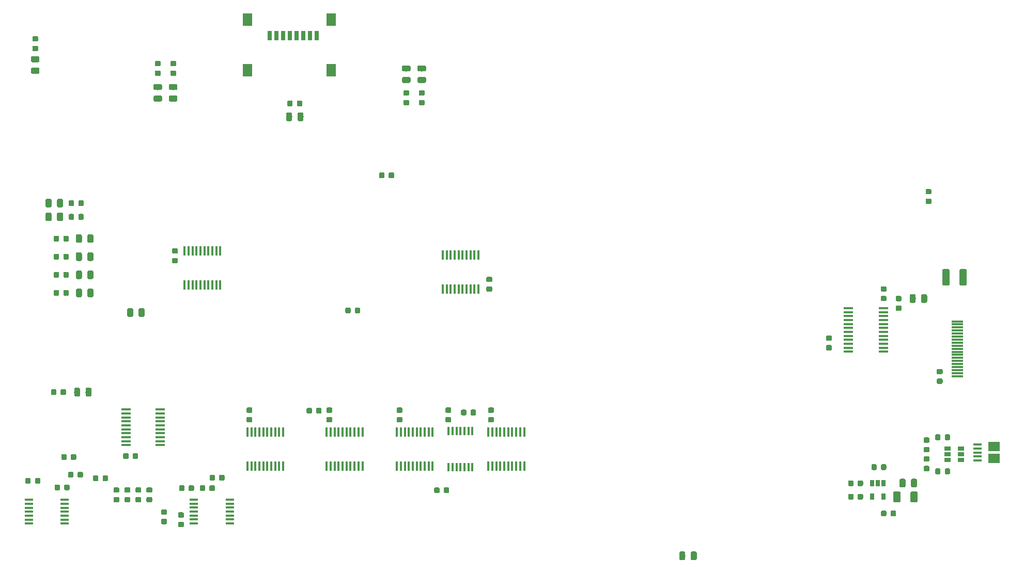
<source format=gbr>
G04 #@! TF.GenerationSoftware,KiCad,Pcbnew,5.0.2+dfsg1-1~bpo9+1*
G04 #@! TF.CreationDate,2022-10-01T08:37:02+02:00*
G04 #@! TF.ProjectId,nubus-to-ztex,6e756275-732d-4746-9f2d-7a7465782e6b,rev?*
G04 #@! TF.SameCoordinates,Original*
G04 #@! TF.FileFunction,Paste,Top*
G04 #@! TF.FilePolarity,Positive*
%FSLAX46Y46*%
G04 Gerber Fmt 4.6, Leading zero omitted, Abs format (unit mm)*
G04 Created by KiCad (PCBNEW 5.0.2+dfsg1-1~bpo9+1) date Sat Oct  1 08:37:02 2022*
%MOMM*%
%LPD*%
G01*
G04 APERTURE LIST*
%ADD10C,0.100000*%
%ADD11C,0.875000*%
%ADD12R,1.550000X0.450000*%
%ADD13R,0.450000X1.550000*%
%ADD14C,0.975000*%
%ADD15R,0.800000X1.500000*%
%ADD16R,1.500000X2.050000*%
%ADD17R,0.450000X1.450000*%
%ADD18R,1.450000X0.450000*%
%ADD19R,1.570000X0.410000*%
%ADD20R,1.900000X1.500000*%
%ADD21R,1.350000X0.400000*%
%ADD22C,1.250000*%
%ADD23R,0.650000X1.060000*%
%ADD24R,1.060000X0.650000*%
%ADD25R,1.900000X0.300000*%
G04 APERTURE END LIST*
D10*
G04 #@! TO.C,C8*
G36*
X129892691Y-79166053D02*
X129913926Y-79169203D01*
X129934750Y-79174419D01*
X129954962Y-79181651D01*
X129974368Y-79190830D01*
X129992781Y-79201866D01*
X130010024Y-79214654D01*
X130025930Y-79229070D01*
X130040346Y-79244976D01*
X130053134Y-79262219D01*
X130064170Y-79280632D01*
X130073349Y-79300038D01*
X130080581Y-79320250D01*
X130085797Y-79341074D01*
X130088947Y-79362309D01*
X130090000Y-79383750D01*
X130090000Y-79896250D01*
X130088947Y-79917691D01*
X130085797Y-79938926D01*
X130080581Y-79959750D01*
X130073349Y-79979962D01*
X130064170Y-79999368D01*
X130053134Y-80017781D01*
X130040346Y-80035024D01*
X130025930Y-80050930D01*
X130010024Y-80065346D01*
X129992781Y-80078134D01*
X129974368Y-80089170D01*
X129954962Y-80098349D01*
X129934750Y-80105581D01*
X129913926Y-80110797D01*
X129892691Y-80113947D01*
X129871250Y-80115000D01*
X129433750Y-80115000D01*
X129412309Y-80113947D01*
X129391074Y-80110797D01*
X129370250Y-80105581D01*
X129350038Y-80098349D01*
X129330632Y-80089170D01*
X129312219Y-80078134D01*
X129294976Y-80065346D01*
X129279070Y-80050930D01*
X129264654Y-80035024D01*
X129251866Y-80017781D01*
X129240830Y-79999368D01*
X129231651Y-79979962D01*
X129224419Y-79959750D01*
X129219203Y-79938926D01*
X129216053Y-79917691D01*
X129215000Y-79896250D01*
X129215000Y-79383750D01*
X129216053Y-79362309D01*
X129219203Y-79341074D01*
X129224419Y-79320250D01*
X129231651Y-79300038D01*
X129240830Y-79280632D01*
X129251866Y-79262219D01*
X129264654Y-79244976D01*
X129279070Y-79229070D01*
X129294976Y-79214654D01*
X129312219Y-79201866D01*
X129330632Y-79190830D01*
X129350038Y-79181651D01*
X129370250Y-79174419D01*
X129391074Y-79169203D01*
X129412309Y-79166053D01*
X129433750Y-79165000D01*
X129871250Y-79165000D01*
X129892691Y-79166053D01*
X129892691Y-79166053D01*
G37*
D11*
X129652500Y-79640000D03*
D10*
G36*
X131467691Y-79166053D02*
X131488926Y-79169203D01*
X131509750Y-79174419D01*
X131529962Y-79181651D01*
X131549368Y-79190830D01*
X131567781Y-79201866D01*
X131585024Y-79214654D01*
X131600930Y-79229070D01*
X131615346Y-79244976D01*
X131628134Y-79262219D01*
X131639170Y-79280632D01*
X131648349Y-79300038D01*
X131655581Y-79320250D01*
X131660797Y-79341074D01*
X131663947Y-79362309D01*
X131665000Y-79383750D01*
X131665000Y-79896250D01*
X131663947Y-79917691D01*
X131660797Y-79938926D01*
X131655581Y-79959750D01*
X131648349Y-79979962D01*
X131639170Y-79999368D01*
X131628134Y-80017781D01*
X131615346Y-80035024D01*
X131600930Y-80050930D01*
X131585024Y-80065346D01*
X131567781Y-80078134D01*
X131549368Y-80089170D01*
X131529962Y-80098349D01*
X131509750Y-80105581D01*
X131488926Y-80110797D01*
X131467691Y-80113947D01*
X131446250Y-80115000D01*
X131008750Y-80115000D01*
X130987309Y-80113947D01*
X130966074Y-80110797D01*
X130945250Y-80105581D01*
X130925038Y-80098349D01*
X130905632Y-80089170D01*
X130887219Y-80078134D01*
X130869976Y-80065346D01*
X130854070Y-80050930D01*
X130839654Y-80035024D01*
X130826866Y-80017781D01*
X130815830Y-79999368D01*
X130806651Y-79979962D01*
X130799419Y-79959750D01*
X130794203Y-79938926D01*
X130791053Y-79917691D01*
X130790000Y-79896250D01*
X130790000Y-79383750D01*
X130791053Y-79362309D01*
X130794203Y-79341074D01*
X130799419Y-79320250D01*
X130806651Y-79300038D01*
X130815830Y-79280632D01*
X130826866Y-79262219D01*
X130839654Y-79244976D01*
X130854070Y-79229070D01*
X130869976Y-79214654D01*
X130887219Y-79201866D01*
X130905632Y-79190830D01*
X130925038Y-79181651D01*
X130945250Y-79174419D01*
X130966074Y-79169203D01*
X130987309Y-79166053D01*
X131008750Y-79165000D01*
X131446250Y-79165000D01*
X131467691Y-79166053D01*
X131467691Y-79166053D01*
G37*
D11*
X131227500Y-79640000D03*
G04 #@! TD*
D12*
G04 #@! TO.C,U13*
X135250000Y-77865000D03*
X135250000Y-77215000D03*
X135250000Y-76565000D03*
X135250000Y-75915000D03*
X135250000Y-75265000D03*
X135250000Y-74615000D03*
X135250000Y-73965000D03*
X135250000Y-73315000D03*
X135250000Y-72665000D03*
X135250000Y-72015000D03*
X129650000Y-72015000D03*
X129650000Y-72665000D03*
X129650000Y-73315000D03*
X129650000Y-73965000D03*
X129650000Y-74615000D03*
X129650000Y-75265000D03*
X129650000Y-75915000D03*
X129650000Y-76565000D03*
X129650000Y-77215000D03*
X129650000Y-77865000D03*
G04 #@! TD*
D10*
G04 #@! TO.C,C12*
G36*
X189489062Y-51814006D02*
X189510297Y-51817156D01*
X189531121Y-51822372D01*
X189551333Y-51829604D01*
X189570739Y-51838783D01*
X189589152Y-51849819D01*
X189606395Y-51862607D01*
X189622301Y-51877023D01*
X189636717Y-51892929D01*
X189649505Y-51910172D01*
X189660541Y-51928585D01*
X189669720Y-51947991D01*
X189676952Y-51968203D01*
X189682168Y-51989027D01*
X189685318Y-52010262D01*
X189686371Y-52031703D01*
X189686371Y-52469203D01*
X189685318Y-52490644D01*
X189682168Y-52511879D01*
X189676952Y-52532703D01*
X189669720Y-52552915D01*
X189660541Y-52572321D01*
X189649505Y-52590734D01*
X189636717Y-52607977D01*
X189622301Y-52623883D01*
X189606395Y-52638299D01*
X189589152Y-52651087D01*
X189570739Y-52662123D01*
X189551333Y-52671302D01*
X189531121Y-52678534D01*
X189510297Y-52683750D01*
X189489062Y-52686900D01*
X189467621Y-52687953D01*
X188955121Y-52687953D01*
X188933680Y-52686900D01*
X188912445Y-52683750D01*
X188891621Y-52678534D01*
X188871409Y-52671302D01*
X188852003Y-52662123D01*
X188833590Y-52651087D01*
X188816347Y-52638299D01*
X188800441Y-52623883D01*
X188786025Y-52607977D01*
X188773237Y-52590734D01*
X188762201Y-52572321D01*
X188753022Y-52552915D01*
X188745790Y-52532703D01*
X188740574Y-52511879D01*
X188737424Y-52490644D01*
X188736371Y-52469203D01*
X188736371Y-52031703D01*
X188737424Y-52010262D01*
X188740574Y-51989027D01*
X188745790Y-51968203D01*
X188753022Y-51947991D01*
X188762201Y-51928585D01*
X188773237Y-51910172D01*
X188786025Y-51892929D01*
X188800441Y-51877023D01*
X188816347Y-51862607D01*
X188833590Y-51849819D01*
X188852003Y-51838783D01*
X188871409Y-51829604D01*
X188891621Y-51822372D01*
X188912445Y-51817156D01*
X188933680Y-51814006D01*
X188955121Y-51812953D01*
X189467621Y-51812953D01*
X189489062Y-51814006D01*
X189489062Y-51814006D01*
G37*
D11*
X189211371Y-52250453D03*
D10*
G36*
X189489062Y-50239006D02*
X189510297Y-50242156D01*
X189531121Y-50247372D01*
X189551333Y-50254604D01*
X189570739Y-50263783D01*
X189589152Y-50274819D01*
X189606395Y-50287607D01*
X189622301Y-50302023D01*
X189636717Y-50317929D01*
X189649505Y-50335172D01*
X189660541Y-50353585D01*
X189669720Y-50372991D01*
X189676952Y-50393203D01*
X189682168Y-50414027D01*
X189685318Y-50435262D01*
X189686371Y-50456703D01*
X189686371Y-50894203D01*
X189685318Y-50915644D01*
X189682168Y-50936879D01*
X189676952Y-50957703D01*
X189669720Y-50977915D01*
X189660541Y-50997321D01*
X189649505Y-51015734D01*
X189636717Y-51032977D01*
X189622301Y-51048883D01*
X189606395Y-51063299D01*
X189589152Y-51076087D01*
X189570739Y-51087123D01*
X189551333Y-51096302D01*
X189531121Y-51103534D01*
X189510297Y-51108750D01*
X189489062Y-51111900D01*
X189467621Y-51112953D01*
X188955121Y-51112953D01*
X188933680Y-51111900D01*
X188912445Y-51108750D01*
X188891621Y-51103534D01*
X188871409Y-51096302D01*
X188852003Y-51087123D01*
X188833590Y-51076087D01*
X188816347Y-51063299D01*
X188800441Y-51048883D01*
X188786025Y-51032977D01*
X188773237Y-51015734D01*
X188762201Y-50997321D01*
X188753022Y-50977915D01*
X188745790Y-50957703D01*
X188740574Y-50936879D01*
X188737424Y-50915644D01*
X188736371Y-50894203D01*
X188736371Y-50456703D01*
X188737424Y-50435262D01*
X188740574Y-50414027D01*
X188745790Y-50393203D01*
X188753022Y-50372991D01*
X188762201Y-50353585D01*
X188773237Y-50335172D01*
X188786025Y-50317929D01*
X188800441Y-50302023D01*
X188816347Y-50287607D01*
X188833590Y-50274819D01*
X188852003Y-50263783D01*
X188871409Y-50254604D01*
X188891621Y-50247372D01*
X188912445Y-50242156D01*
X188933680Y-50239006D01*
X188955121Y-50237953D01*
X189467621Y-50237953D01*
X189489062Y-50239006D01*
X189489062Y-50239006D01*
G37*
D11*
X189211371Y-50675453D03*
G04 #@! TD*
D13*
G04 #@! TO.C,U15*
X187436371Y-46662953D03*
X186786371Y-46662953D03*
X186136371Y-46662953D03*
X185486371Y-46662953D03*
X184836371Y-46662953D03*
X184186371Y-46662953D03*
X183536371Y-46662953D03*
X182886371Y-46662953D03*
X182236371Y-46662953D03*
X181586371Y-46662953D03*
X181586371Y-52262953D03*
X182236371Y-52262953D03*
X182886371Y-52262953D03*
X183536371Y-52262953D03*
X184186371Y-52262953D03*
X184836371Y-52262953D03*
X185486371Y-52262953D03*
X186136371Y-52262953D03*
X186786371Y-52262953D03*
X187436371Y-52262953D03*
G04 #@! TD*
D10*
G04 #@! TO.C,C15*
G36*
X261462692Y-37421053D02*
X261483927Y-37424203D01*
X261504751Y-37429419D01*
X261524963Y-37436651D01*
X261544369Y-37445830D01*
X261562782Y-37456866D01*
X261580025Y-37469654D01*
X261595931Y-37484070D01*
X261610347Y-37499976D01*
X261623135Y-37517219D01*
X261634171Y-37535632D01*
X261643350Y-37555038D01*
X261650582Y-37575250D01*
X261655798Y-37596074D01*
X261658948Y-37617309D01*
X261660001Y-37638750D01*
X261660001Y-38076250D01*
X261658948Y-38097691D01*
X261655798Y-38118926D01*
X261650582Y-38139750D01*
X261643350Y-38159962D01*
X261634171Y-38179368D01*
X261623135Y-38197781D01*
X261610347Y-38215024D01*
X261595931Y-38230930D01*
X261580025Y-38245346D01*
X261562782Y-38258134D01*
X261544369Y-38269170D01*
X261524963Y-38278349D01*
X261504751Y-38285581D01*
X261483927Y-38290797D01*
X261462692Y-38293947D01*
X261441251Y-38295000D01*
X260928751Y-38295000D01*
X260907310Y-38293947D01*
X260886075Y-38290797D01*
X260865251Y-38285581D01*
X260845039Y-38278349D01*
X260825633Y-38269170D01*
X260807220Y-38258134D01*
X260789977Y-38245346D01*
X260774071Y-38230930D01*
X260759655Y-38215024D01*
X260746867Y-38197781D01*
X260735831Y-38179368D01*
X260726652Y-38159962D01*
X260719420Y-38139750D01*
X260714204Y-38118926D01*
X260711054Y-38097691D01*
X260710001Y-38076250D01*
X260710001Y-37638750D01*
X260711054Y-37617309D01*
X260714204Y-37596074D01*
X260719420Y-37575250D01*
X260726652Y-37555038D01*
X260735831Y-37535632D01*
X260746867Y-37517219D01*
X260759655Y-37499976D01*
X260774071Y-37484070D01*
X260789977Y-37469654D01*
X260807220Y-37456866D01*
X260825633Y-37445830D01*
X260845039Y-37436651D01*
X260865251Y-37429419D01*
X260886075Y-37424203D01*
X260907310Y-37421053D01*
X260928751Y-37420000D01*
X261441251Y-37420000D01*
X261462692Y-37421053D01*
X261462692Y-37421053D01*
G37*
D11*
X261185001Y-37857500D03*
D10*
G36*
X261462692Y-35846053D02*
X261483927Y-35849203D01*
X261504751Y-35854419D01*
X261524963Y-35861651D01*
X261544369Y-35870830D01*
X261562782Y-35881866D01*
X261580025Y-35894654D01*
X261595931Y-35909070D01*
X261610347Y-35924976D01*
X261623135Y-35942219D01*
X261634171Y-35960632D01*
X261643350Y-35980038D01*
X261650582Y-36000250D01*
X261655798Y-36021074D01*
X261658948Y-36042309D01*
X261660001Y-36063750D01*
X261660001Y-36501250D01*
X261658948Y-36522691D01*
X261655798Y-36543926D01*
X261650582Y-36564750D01*
X261643350Y-36584962D01*
X261634171Y-36604368D01*
X261623135Y-36622781D01*
X261610347Y-36640024D01*
X261595931Y-36655930D01*
X261580025Y-36670346D01*
X261562782Y-36683134D01*
X261544369Y-36694170D01*
X261524963Y-36703349D01*
X261504751Y-36710581D01*
X261483927Y-36715797D01*
X261462692Y-36718947D01*
X261441251Y-36720000D01*
X260928751Y-36720000D01*
X260907310Y-36718947D01*
X260886075Y-36715797D01*
X260865251Y-36710581D01*
X260845039Y-36703349D01*
X260825633Y-36694170D01*
X260807220Y-36683134D01*
X260789977Y-36670346D01*
X260774071Y-36655930D01*
X260759655Y-36640024D01*
X260746867Y-36622781D01*
X260735831Y-36604368D01*
X260726652Y-36584962D01*
X260719420Y-36564750D01*
X260714204Y-36543926D01*
X260711054Y-36522691D01*
X260710001Y-36501250D01*
X260710001Y-36063750D01*
X260711054Y-36042309D01*
X260714204Y-36021074D01*
X260719420Y-36000250D01*
X260726652Y-35980038D01*
X260735831Y-35960632D01*
X260746867Y-35942219D01*
X260759655Y-35924976D01*
X260774071Y-35909070D01*
X260789977Y-35894654D01*
X260807220Y-35881866D01*
X260825633Y-35870830D01*
X260845039Y-35861651D01*
X260865251Y-35854419D01*
X260886075Y-35849203D01*
X260907310Y-35846053D01*
X260928751Y-35845000D01*
X261441251Y-35845000D01*
X261462692Y-35846053D01*
X261462692Y-35846053D01*
G37*
D11*
X261185001Y-36282500D03*
G04 #@! TD*
D10*
G04 #@! TO.C,D7*
G36*
X137890142Y-20511467D02*
X137913803Y-20514977D01*
X137937007Y-20520789D01*
X137959529Y-20528847D01*
X137981153Y-20539075D01*
X138001670Y-20551372D01*
X138020883Y-20565622D01*
X138038607Y-20581686D01*
X138054671Y-20599410D01*
X138068921Y-20618623D01*
X138081218Y-20639140D01*
X138091446Y-20660764D01*
X138099504Y-20683286D01*
X138105316Y-20706490D01*
X138108826Y-20730151D01*
X138110000Y-20754043D01*
X138110000Y-21241543D01*
X138108826Y-21265435D01*
X138105316Y-21289096D01*
X138099504Y-21312300D01*
X138091446Y-21334822D01*
X138081218Y-21356446D01*
X138068921Y-21376963D01*
X138054671Y-21396176D01*
X138038607Y-21413900D01*
X138020883Y-21429964D01*
X138001670Y-21444214D01*
X137981153Y-21456511D01*
X137959529Y-21466739D01*
X137937007Y-21474797D01*
X137913803Y-21480609D01*
X137890142Y-21484119D01*
X137866250Y-21485293D01*
X136953750Y-21485293D01*
X136929858Y-21484119D01*
X136906197Y-21480609D01*
X136882993Y-21474797D01*
X136860471Y-21466739D01*
X136838847Y-21456511D01*
X136818330Y-21444214D01*
X136799117Y-21429964D01*
X136781393Y-21413900D01*
X136765329Y-21396176D01*
X136751079Y-21376963D01*
X136738782Y-21356446D01*
X136728554Y-21334822D01*
X136720496Y-21312300D01*
X136714684Y-21289096D01*
X136711174Y-21265435D01*
X136710000Y-21241543D01*
X136710000Y-20754043D01*
X136711174Y-20730151D01*
X136714684Y-20706490D01*
X136720496Y-20683286D01*
X136728554Y-20660764D01*
X136738782Y-20639140D01*
X136751079Y-20618623D01*
X136765329Y-20599410D01*
X136781393Y-20581686D01*
X136799117Y-20565622D01*
X136818330Y-20551372D01*
X136838847Y-20539075D01*
X136860471Y-20528847D01*
X136882993Y-20520789D01*
X136906197Y-20514977D01*
X136929858Y-20511467D01*
X136953750Y-20510293D01*
X137866250Y-20510293D01*
X137890142Y-20511467D01*
X137890142Y-20511467D01*
G37*
D14*
X137410000Y-20997793D03*
D10*
G36*
X137890142Y-18636467D02*
X137913803Y-18639977D01*
X137937007Y-18645789D01*
X137959529Y-18653847D01*
X137981153Y-18664075D01*
X138001670Y-18676372D01*
X138020883Y-18690622D01*
X138038607Y-18706686D01*
X138054671Y-18724410D01*
X138068921Y-18743623D01*
X138081218Y-18764140D01*
X138091446Y-18785764D01*
X138099504Y-18808286D01*
X138105316Y-18831490D01*
X138108826Y-18855151D01*
X138110000Y-18879043D01*
X138110000Y-19366543D01*
X138108826Y-19390435D01*
X138105316Y-19414096D01*
X138099504Y-19437300D01*
X138091446Y-19459822D01*
X138081218Y-19481446D01*
X138068921Y-19501963D01*
X138054671Y-19521176D01*
X138038607Y-19538900D01*
X138020883Y-19554964D01*
X138001670Y-19569214D01*
X137981153Y-19581511D01*
X137959529Y-19591739D01*
X137937007Y-19599797D01*
X137913803Y-19605609D01*
X137890142Y-19609119D01*
X137866250Y-19610293D01*
X136953750Y-19610293D01*
X136929858Y-19609119D01*
X136906197Y-19605609D01*
X136882993Y-19599797D01*
X136860471Y-19591739D01*
X136838847Y-19581511D01*
X136818330Y-19569214D01*
X136799117Y-19554964D01*
X136781393Y-19538900D01*
X136765329Y-19521176D01*
X136751079Y-19501963D01*
X136738782Y-19481446D01*
X136728554Y-19459822D01*
X136720496Y-19437300D01*
X136714684Y-19414096D01*
X136711174Y-19390435D01*
X136710000Y-19366543D01*
X136710000Y-18879043D01*
X136711174Y-18855151D01*
X136714684Y-18831490D01*
X136720496Y-18808286D01*
X136728554Y-18785764D01*
X136738782Y-18764140D01*
X136751079Y-18743623D01*
X136765329Y-18724410D01*
X136781393Y-18706686D01*
X136799117Y-18690622D01*
X136818330Y-18676372D01*
X136838847Y-18664075D01*
X136860471Y-18653847D01*
X136882993Y-18645789D01*
X136906197Y-18639977D01*
X136929858Y-18636467D01*
X136953750Y-18635293D01*
X137866250Y-18635293D01*
X137890142Y-18636467D01*
X137890142Y-18636467D01*
G37*
D14*
X137410000Y-19122793D03*
G04 #@! TD*
D10*
G04 #@! TO.C,D6*
G36*
X135360142Y-18636467D02*
X135383803Y-18639977D01*
X135407007Y-18645789D01*
X135429529Y-18653847D01*
X135451153Y-18664075D01*
X135471670Y-18676372D01*
X135490883Y-18690622D01*
X135508607Y-18706686D01*
X135524671Y-18724410D01*
X135538921Y-18743623D01*
X135551218Y-18764140D01*
X135561446Y-18785764D01*
X135569504Y-18808286D01*
X135575316Y-18831490D01*
X135578826Y-18855151D01*
X135580000Y-18879043D01*
X135580000Y-19366543D01*
X135578826Y-19390435D01*
X135575316Y-19414096D01*
X135569504Y-19437300D01*
X135561446Y-19459822D01*
X135551218Y-19481446D01*
X135538921Y-19501963D01*
X135524671Y-19521176D01*
X135508607Y-19538900D01*
X135490883Y-19554964D01*
X135471670Y-19569214D01*
X135451153Y-19581511D01*
X135429529Y-19591739D01*
X135407007Y-19599797D01*
X135383803Y-19605609D01*
X135360142Y-19609119D01*
X135336250Y-19610293D01*
X134423750Y-19610293D01*
X134399858Y-19609119D01*
X134376197Y-19605609D01*
X134352993Y-19599797D01*
X134330471Y-19591739D01*
X134308847Y-19581511D01*
X134288330Y-19569214D01*
X134269117Y-19554964D01*
X134251393Y-19538900D01*
X134235329Y-19521176D01*
X134221079Y-19501963D01*
X134208782Y-19481446D01*
X134198554Y-19459822D01*
X134190496Y-19437300D01*
X134184684Y-19414096D01*
X134181174Y-19390435D01*
X134180000Y-19366543D01*
X134180000Y-18879043D01*
X134181174Y-18855151D01*
X134184684Y-18831490D01*
X134190496Y-18808286D01*
X134198554Y-18785764D01*
X134208782Y-18764140D01*
X134221079Y-18743623D01*
X134235329Y-18724410D01*
X134251393Y-18706686D01*
X134269117Y-18690622D01*
X134288330Y-18676372D01*
X134308847Y-18664075D01*
X134330471Y-18653847D01*
X134352993Y-18645789D01*
X134376197Y-18639977D01*
X134399858Y-18636467D01*
X134423750Y-18635293D01*
X135336250Y-18635293D01*
X135360142Y-18636467D01*
X135360142Y-18636467D01*
G37*
D14*
X134880000Y-19122793D03*
D10*
G36*
X135360142Y-20511467D02*
X135383803Y-20514977D01*
X135407007Y-20520789D01*
X135429529Y-20528847D01*
X135451153Y-20539075D01*
X135471670Y-20551372D01*
X135490883Y-20565622D01*
X135508607Y-20581686D01*
X135524671Y-20599410D01*
X135538921Y-20618623D01*
X135551218Y-20639140D01*
X135561446Y-20660764D01*
X135569504Y-20683286D01*
X135575316Y-20706490D01*
X135578826Y-20730151D01*
X135580000Y-20754043D01*
X135580000Y-21241543D01*
X135578826Y-21265435D01*
X135575316Y-21289096D01*
X135569504Y-21312300D01*
X135561446Y-21334822D01*
X135551218Y-21356446D01*
X135538921Y-21376963D01*
X135524671Y-21396176D01*
X135508607Y-21413900D01*
X135490883Y-21429964D01*
X135471670Y-21444214D01*
X135451153Y-21456511D01*
X135429529Y-21466739D01*
X135407007Y-21474797D01*
X135383803Y-21480609D01*
X135360142Y-21484119D01*
X135336250Y-21485293D01*
X134423750Y-21485293D01*
X134399858Y-21484119D01*
X134376197Y-21480609D01*
X134352993Y-21474797D01*
X134330471Y-21466739D01*
X134308847Y-21456511D01*
X134288330Y-21444214D01*
X134269117Y-21429964D01*
X134251393Y-21413900D01*
X134235329Y-21396176D01*
X134221079Y-21376963D01*
X134208782Y-21356446D01*
X134198554Y-21334822D01*
X134190496Y-21312300D01*
X134184684Y-21289096D01*
X134181174Y-21265435D01*
X134180000Y-21241543D01*
X134180000Y-20754043D01*
X134181174Y-20730151D01*
X134184684Y-20706490D01*
X134190496Y-20683286D01*
X134198554Y-20660764D01*
X134208782Y-20639140D01*
X134221079Y-20618623D01*
X134235329Y-20599410D01*
X134251393Y-20581686D01*
X134269117Y-20565622D01*
X134288330Y-20551372D01*
X134308847Y-20539075D01*
X134330471Y-20528847D01*
X134352993Y-20520789D01*
X134376197Y-20514977D01*
X134399858Y-20511467D01*
X134423750Y-20510293D01*
X135336250Y-20510293D01*
X135360142Y-20511467D01*
X135360142Y-20511467D01*
G37*
D14*
X134880000Y-20997793D03*
G04 #@! TD*
D10*
G04 #@! TO.C,D8*
G36*
X123815142Y-68451174D02*
X123838803Y-68454684D01*
X123862007Y-68460496D01*
X123884529Y-68468554D01*
X123906153Y-68478782D01*
X123926670Y-68491079D01*
X123945883Y-68505329D01*
X123963607Y-68521393D01*
X123979671Y-68539117D01*
X123993921Y-68558330D01*
X124006218Y-68578847D01*
X124016446Y-68600471D01*
X124024504Y-68622993D01*
X124030316Y-68646197D01*
X124033826Y-68669858D01*
X124035000Y-68693750D01*
X124035000Y-69606250D01*
X124033826Y-69630142D01*
X124030316Y-69653803D01*
X124024504Y-69677007D01*
X124016446Y-69699529D01*
X124006218Y-69721153D01*
X123993921Y-69741670D01*
X123979671Y-69760883D01*
X123963607Y-69778607D01*
X123945883Y-69794671D01*
X123926670Y-69808921D01*
X123906153Y-69821218D01*
X123884529Y-69831446D01*
X123862007Y-69839504D01*
X123838803Y-69845316D01*
X123815142Y-69848826D01*
X123791250Y-69850000D01*
X123303750Y-69850000D01*
X123279858Y-69848826D01*
X123256197Y-69845316D01*
X123232993Y-69839504D01*
X123210471Y-69831446D01*
X123188847Y-69821218D01*
X123168330Y-69808921D01*
X123149117Y-69794671D01*
X123131393Y-69778607D01*
X123115329Y-69760883D01*
X123101079Y-69741670D01*
X123088782Y-69721153D01*
X123078554Y-69699529D01*
X123070496Y-69677007D01*
X123064684Y-69653803D01*
X123061174Y-69630142D01*
X123060000Y-69606250D01*
X123060000Y-68693750D01*
X123061174Y-68669858D01*
X123064684Y-68646197D01*
X123070496Y-68622993D01*
X123078554Y-68600471D01*
X123088782Y-68578847D01*
X123101079Y-68558330D01*
X123115329Y-68539117D01*
X123131393Y-68521393D01*
X123149117Y-68505329D01*
X123168330Y-68491079D01*
X123188847Y-68478782D01*
X123210471Y-68468554D01*
X123232993Y-68460496D01*
X123256197Y-68454684D01*
X123279858Y-68451174D01*
X123303750Y-68450000D01*
X123791250Y-68450000D01*
X123815142Y-68451174D01*
X123815142Y-68451174D01*
G37*
D14*
X123547500Y-69150000D03*
D10*
G36*
X121940142Y-68451174D02*
X121963803Y-68454684D01*
X121987007Y-68460496D01*
X122009529Y-68468554D01*
X122031153Y-68478782D01*
X122051670Y-68491079D01*
X122070883Y-68505329D01*
X122088607Y-68521393D01*
X122104671Y-68539117D01*
X122118921Y-68558330D01*
X122131218Y-68578847D01*
X122141446Y-68600471D01*
X122149504Y-68622993D01*
X122155316Y-68646197D01*
X122158826Y-68669858D01*
X122160000Y-68693750D01*
X122160000Y-69606250D01*
X122158826Y-69630142D01*
X122155316Y-69653803D01*
X122149504Y-69677007D01*
X122141446Y-69699529D01*
X122131218Y-69721153D01*
X122118921Y-69741670D01*
X122104671Y-69760883D01*
X122088607Y-69778607D01*
X122070883Y-69794671D01*
X122051670Y-69808921D01*
X122031153Y-69821218D01*
X122009529Y-69831446D01*
X121987007Y-69839504D01*
X121963803Y-69845316D01*
X121940142Y-69848826D01*
X121916250Y-69850000D01*
X121428750Y-69850000D01*
X121404858Y-69848826D01*
X121381197Y-69845316D01*
X121357993Y-69839504D01*
X121335471Y-69831446D01*
X121313847Y-69821218D01*
X121293330Y-69808921D01*
X121274117Y-69794671D01*
X121256393Y-69778607D01*
X121240329Y-69760883D01*
X121226079Y-69741670D01*
X121213782Y-69721153D01*
X121203554Y-69699529D01*
X121195496Y-69677007D01*
X121189684Y-69653803D01*
X121186174Y-69630142D01*
X121185000Y-69606250D01*
X121185000Y-68693750D01*
X121186174Y-68669858D01*
X121189684Y-68646197D01*
X121195496Y-68622993D01*
X121203554Y-68600471D01*
X121213782Y-68578847D01*
X121226079Y-68558330D01*
X121240329Y-68539117D01*
X121256393Y-68521393D01*
X121274117Y-68505329D01*
X121293330Y-68491079D01*
X121313847Y-68478782D01*
X121335471Y-68468554D01*
X121357993Y-68460496D01*
X121381197Y-68454684D01*
X121404858Y-68451174D01*
X121428750Y-68450000D01*
X121916250Y-68450000D01*
X121940142Y-68451174D01*
X121940142Y-68451174D01*
G37*
D14*
X121672500Y-69150000D03*
G04 #@! TD*
D10*
G04 #@! TO.C,D9*
G36*
X178624331Y-17462209D02*
X178647992Y-17465719D01*
X178671196Y-17471531D01*
X178693718Y-17479589D01*
X178715342Y-17489817D01*
X178735859Y-17502114D01*
X178755072Y-17516364D01*
X178772796Y-17532428D01*
X178788860Y-17550152D01*
X178803110Y-17569365D01*
X178815407Y-17589882D01*
X178825635Y-17611506D01*
X178833693Y-17634028D01*
X178839505Y-17657232D01*
X178843015Y-17680893D01*
X178844189Y-17704785D01*
X178844189Y-18192285D01*
X178843015Y-18216177D01*
X178839505Y-18239838D01*
X178833693Y-18263042D01*
X178825635Y-18285564D01*
X178815407Y-18307188D01*
X178803110Y-18327705D01*
X178788860Y-18346918D01*
X178772796Y-18364642D01*
X178755072Y-18380706D01*
X178735859Y-18394956D01*
X178715342Y-18407253D01*
X178693718Y-18417481D01*
X178671196Y-18425539D01*
X178647992Y-18431351D01*
X178624331Y-18434861D01*
X178600439Y-18436035D01*
X177687939Y-18436035D01*
X177664047Y-18434861D01*
X177640386Y-18431351D01*
X177617182Y-18425539D01*
X177594660Y-18417481D01*
X177573036Y-18407253D01*
X177552519Y-18394956D01*
X177533306Y-18380706D01*
X177515582Y-18364642D01*
X177499518Y-18346918D01*
X177485268Y-18327705D01*
X177472971Y-18307188D01*
X177462743Y-18285564D01*
X177454685Y-18263042D01*
X177448873Y-18239838D01*
X177445363Y-18216177D01*
X177444189Y-18192285D01*
X177444189Y-17704785D01*
X177445363Y-17680893D01*
X177448873Y-17657232D01*
X177454685Y-17634028D01*
X177462743Y-17611506D01*
X177472971Y-17589882D01*
X177485268Y-17569365D01*
X177499518Y-17550152D01*
X177515582Y-17532428D01*
X177533306Y-17516364D01*
X177552519Y-17502114D01*
X177573036Y-17489817D01*
X177594660Y-17479589D01*
X177617182Y-17471531D01*
X177640386Y-17465719D01*
X177664047Y-17462209D01*
X177687939Y-17461035D01*
X178600439Y-17461035D01*
X178624331Y-17462209D01*
X178624331Y-17462209D01*
G37*
D14*
X178144189Y-17948535D03*
D10*
G36*
X178624331Y-15587209D02*
X178647992Y-15590719D01*
X178671196Y-15596531D01*
X178693718Y-15604589D01*
X178715342Y-15614817D01*
X178735859Y-15627114D01*
X178755072Y-15641364D01*
X178772796Y-15657428D01*
X178788860Y-15675152D01*
X178803110Y-15694365D01*
X178815407Y-15714882D01*
X178825635Y-15736506D01*
X178833693Y-15759028D01*
X178839505Y-15782232D01*
X178843015Y-15805893D01*
X178844189Y-15829785D01*
X178844189Y-16317285D01*
X178843015Y-16341177D01*
X178839505Y-16364838D01*
X178833693Y-16388042D01*
X178825635Y-16410564D01*
X178815407Y-16432188D01*
X178803110Y-16452705D01*
X178788860Y-16471918D01*
X178772796Y-16489642D01*
X178755072Y-16505706D01*
X178735859Y-16519956D01*
X178715342Y-16532253D01*
X178693718Y-16542481D01*
X178671196Y-16550539D01*
X178647992Y-16556351D01*
X178624331Y-16559861D01*
X178600439Y-16561035D01*
X177687939Y-16561035D01*
X177664047Y-16559861D01*
X177640386Y-16556351D01*
X177617182Y-16550539D01*
X177594660Y-16542481D01*
X177573036Y-16532253D01*
X177552519Y-16519956D01*
X177533306Y-16505706D01*
X177515582Y-16489642D01*
X177499518Y-16471918D01*
X177485268Y-16452705D01*
X177472971Y-16432188D01*
X177462743Y-16410564D01*
X177454685Y-16388042D01*
X177448873Y-16364838D01*
X177445363Y-16341177D01*
X177444189Y-16317285D01*
X177444189Y-15829785D01*
X177445363Y-15805893D01*
X177448873Y-15782232D01*
X177454685Y-15759028D01*
X177462743Y-15736506D01*
X177472971Y-15714882D01*
X177485268Y-15694365D01*
X177499518Y-15675152D01*
X177515582Y-15657428D01*
X177533306Y-15641364D01*
X177552519Y-15627114D01*
X177573036Y-15614817D01*
X177594660Y-15604589D01*
X177617182Y-15596531D01*
X177640386Y-15590719D01*
X177664047Y-15587209D01*
X177687939Y-15586035D01*
X178600439Y-15586035D01*
X178624331Y-15587209D01*
X178624331Y-15587209D01*
G37*
D14*
X178144189Y-16073535D03*
G04 #@! TD*
D10*
G04 #@! TO.C,D10*
G36*
X176084331Y-15587209D02*
X176107992Y-15590719D01*
X176131196Y-15596531D01*
X176153718Y-15604589D01*
X176175342Y-15614817D01*
X176195859Y-15627114D01*
X176215072Y-15641364D01*
X176232796Y-15657428D01*
X176248860Y-15675152D01*
X176263110Y-15694365D01*
X176275407Y-15714882D01*
X176285635Y-15736506D01*
X176293693Y-15759028D01*
X176299505Y-15782232D01*
X176303015Y-15805893D01*
X176304189Y-15829785D01*
X176304189Y-16317285D01*
X176303015Y-16341177D01*
X176299505Y-16364838D01*
X176293693Y-16388042D01*
X176285635Y-16410564D01*
X176275407Y-16432188D01*
X176263110Y-16452705D01*
X176248860Y-16471918D01*
X176232796Y-16489642D01*
X176215072Y-16505706D01*
X176195859Y-16519956D01*
X176175342Y-16532253D01*
X176153718Y-16542481D01*
X176131196Y-16550539D01*
X176107992Y-16556351D01*
X176084331Y-16559861D01*
X176060439Y-16561035D01*
X175147939Y-16561035D01*
X175124047Y-16559861D01*
X175100386Y-16556351D01*
X175077182Y-16550539D01*
X175054660Y-16542481D01*
X175033036Y-16532253D01*
X175012519Y-16519956D01*
X174993306Y-16505706D01*
X174975582Y-16489642D01*
X174959518Y-16471918D01*
X174945268Y-16452705D01*
X174932971Y-16432188D01*
X174922743Y-16410564D01*
X174914685Y-16388042D01*
X174908873Y-16364838D01*
X174905363Y-16341177D01*
X174904189Y-16317285D01*
X174904189Y-15829785D01*
X174905363Y-15805893D01*
X174908873Y-15782232D01*
X174914685Y-15759028D01*
X174922743Y-15736506D01*
X174932971Y-15714882D01*
X174945268Y-15694365D01*
X174959518Y-15675152D01*
X174975582Y-15657428D01*
X174993306Y-15641364D01*
X175012519Y-15627114D01*
X175033036Y-15614817D01*
X175054660Y-15604589D01*
X175077182Y-15596531D01*
X175100386Y-15590719D01*
X175124047Y-15587209D01*
X175147939Y-15586035D01*
X176060439Y-15586035D01*
X176084331Y-15587209D01*
X176084331Y-15587209D01*
G37*
D14*
X175604189Y-16073535D03*
D10*
G36*
X176084331Y-17462209D02*
X176107992Y-17465719D01*
X176131196Y-17471531D01*
X176153718Y-17479589D01*
X176175342Y-17489817D01*
X176195859Y-17502114D01*
X176215072Y-17516364D01*
X176232796Y-17532428D01*
X176248860Y-17550152D01*
X176263110Y-17569365D01*
X176275407Y-17589882D01*
X176285635Y-17611506D01*
X176293693Y-17634028D01*
X176299505Y-17657232D01*
X176303015Y-17680893D01*
X176304189Y-17704785D01*
X176304189Y-18192285D01*
X176303015Y-18216177D01*
X176299505Y-18239838D01*
X176293693Y-18263042D01*
X176285635Y-18285564D01*
X176275407Y-18307188D01*
X176263110Y-18327705D01*
X176248860Y-18346918D01*
X176232796Y-18364642D01*
X176215072Y-18380706D01*
X176195859Y-18394956D01*
X176175342Y-18407253D01*
X176153718Y-18417481D01*
X176131196Y-18425539D01*
X176107992Y-18431351D01*
X176084331Y-18434861D01*
X176060439Y-18436035D01*
X175147939Y-18436035D01*
X175124047Y-18434861D01*
X175100386Y-18431351D01*
X175077182Y-18425539D01*
X175054660Y-18417481D01*
X175033036Y-18407253D01*
X175012519Y-18394956D01*
X174993306Y-18380706D01*
X174975582Y-18364642D01*
X174959518Y-18346918D01*
X174945268Y-18327705D01*
X174932971Y-18307188D01*
X174922743Y-18285564D01*
X174914685Y-18263042D01*
X174908873Y-18239838D01*
X174905363Y-18216177D01*
X174904189Y-18192285D01*
X174904189Y-17704785D01*
X174905363Y-17680893D01*
X174908873Y-17657232D01*
X174914685Y-17634028D01*
X174922743Y-17611506D01*
X174932971Y-17589882D01*
X174945268Y-17569365D01*
X174959518Y-17550152D01*
X174975582Y-17532428D01*
X174993306Y-17516364D01*
X175012519Y-17502114D01*
X175033036Y-17489817D01*
X175054660Y-17479589D01*
X175077182Y-17471531D01*
X175100386Y-17465719D01*
X175124047Y-17462209D01*
X175147939Y-17461035D01*
X176060439Y-17461035D01*
X176084331Y-17462209D01*
X176084331Y-17462209D01*
G37*
D14*
X175604189Y-17948535D03*
G04 #@! TD*
D10*
G04 #@! TO.C,R11*
G36*
X135157691Y-14836346D02*
X135178926Y-14839496D01*
X135199750Y-14844712D01*
X135219962Y-14851944D01*
X135239368Y-14861123D01*
X135257781Y-14872159D01*
X135275024Y-14884947D01*
X135290930Y-14899363D01*
X135305346Y-14915269D01*
X135318134Y-14932512D01*
X135329170Y-14950925D01*
X135338349Y-14970331D01*
X135345581Y-14990543D01*
X135350797Y-15011367D01*
X135353947Y-15032602D01*
X135355000Y-15054043D01*
X135355000Y-15491543D01*
X135353947Y-15512984D01*
X135350797Y-15534219D01*
X135345581Y-15555043D01*
X135338349Y-15575255D01*
X135329170Y-15594661D01*
X135318134Y-15613074D01*
X135305346Y-15630317D01*
X135290930Y-15646223D01*
X135275024Y-15660639D01*
X135257781Y-15673427D01*
X135239368Y-15684463D01*
X135219962Y-15693642D01*
X135199750Y-15700874D01*
X135178926Y-15706090D01*
X135157691Y-15709240D01*
X135136250Y-15710293D01*
X134623750Y-15710293D01*
X134602309Y-15709240D01*
X134581074Y-15706090D01*
X134560250Y-15700874D01*
X134540038Y-15693642D01*
X134520632Y-15684463D01*
X134502219Y-15673427D01*
X134484976Y-15660639D01*
X134469070Y-15646223D01*
X134454654Y-15630317D01*
X134441866Y-15613074D01*
X134430830Y-15594661D01*
X134421651Y-15575255D01*
X134414419Y-15555043D01*
X134409203Y-15534219D01*
X134406053Y-15512984D01*
X134405000Y-15491543D01*
X134405000Y-15054043D01*
X134406053Y-15032602D01*
X134409203Y-15011367D01*
X134414419Y-14990543D01*
X134421651Y-14970331D01*
X134430830Y-14950925D01*
X134441866Y-14932512D01*
X134454654Y-14915269D01*
X134469070Y-14899363D01*
X134484976Y-14884947D01*
X134502219Y-14872159D01*
X134520632Y-14861123D01*
X134540038Y-14851944D01*
X134560250Y-14844712D01*
X134581074Y-14839496D01*
X134602309Y-14836346D01*
X134623750Y-14835293D01*
X135136250Y-14835293D01*
X135157691Y-14836346D01*
X135157691Y-14836346D01*
G37*
D11*
X134880000Y-15272793D03*
D10*
G36*
X135157691Y-16411346D02*
X135178926Y-16414496D01*
X135199750Y-16419712D01*
X135219962Y-16426944D01*
X135239368Y-16436123D01*
X135257781Y-16447159D01*
X135275024Y-16459947D01*
X135290930Y-16474363D01*
X135305346Y-16490269D01*
X135318134Y-16507512D01*
X135329170Y-16525925D01*
X135338349Y-16545331D01*
X135345581Y-16565543D01*
X135350797Y-16586367D01*
X135353947Y-16607602D01*
X135355000Y-16629043D01*
X135355000Y-17066543D01*
X135353947Y-17087984D01*
X135350797Y-17109219D01*
X135345581Y-17130043D01*
X135338349Y-17150255D01*
X135329170Y-17169661D01*
X135318134Y-17188074D01*
X135305346Y-17205317D01*
X135290930Y-17221223D01*
X135275024Y-17235639D01*
X135257781Y-17248427D01*
X135239368Y-17259463D01*
X135219962Y-17268642D01*
X135199750Y-17275874D01*
X135178926Y-17281090D01*
X135157691Y-17284240D01*
X135136250Y-17285293D01*
X134623750Y-17285293D01*
X134602309Y-17284240D01*
X134581074Y-17281090D01*
X134560250Y-17275874D01*
X134540038Y-17268642D01*
X134520632Y-17259463D01*
X134502219Y-17248427D01*
X134484976Y-17235639D01*
X134469070Y-17221223D01*
X134454654Y-17205317D01*
X134441866Y-17188074D01*
X134430830Y-17169661D01*
X134421651Y-17150255D01*
X134414419Y-17130043D01*
X134409203Y-17109219D01*
X134406053Y-17087984D01*
X134405000Y-17066543D01*
X134405000Y-16629043D01*
X134406053Y-16607602D01*
X134409203Y-16586367D01*
X134414419Y-16565543D01*
X134421651Y-16545331D01*
X134430830Y-16525925D01*
X134441866Y-16507512D01*
X134454654Y-16490269D01*
X134469070Y-16474363D01*
X134484976Y-16459947D01*
X134502219Y-16447159D01*
X134520632Y-16436123D01*
X134540038Y-16426944D01*
X134560250Y-16419712D01*
X134581074Y-16414496D01*
X134602309Y-16411346D01*
X134623750Y-16410293D01*
X135136250Y-16410293D01*
X135157691Y-16411346D01*
X135157691Y-16411346D01*
G37*
D11*
X134880000Y-16847793D03*
G04 #@! TD*
D10*
G04 #@! TO.C,R12*
G36*
X137697691Y-16411346D02*
X137718926Y-16414496D01*
X137739750Y-16419712D01*
X137759962Y-16426944D01*
X137779368Y-16436123D01*
X137797781Y-16447159D01*
X137815024Y-16459947D01*
X137830930Y-16474363D01*
X137845346Y-16490269D01*
X137858134Y-16507512D01*
X137869170Y-16525925D01*
X137878349Y-16545331D01*
X137885581Y-16565543D01*
X137890797Y-16586367D01*
X137893947Y-16607602D01*
X137895000Y-16629043D01*
X137895000Y-17066543D01*
X137893947Y-17087984D01*
X137890797Y-17109219D01*
X137885581Y-17130043D01*
X137878349Y-17150255D01*
X137869170Y-17169661D01*
X137858134Y-17188074D01*
X137845346Y-17205317D01*
X137830930Y-17221223D01*
X137815024Y-17235639D01*
X137797781Y-17248427D01*
X137779368Y-17259463D01*
X137759962Y-17268642D01*
X137739750Y-17275874D01*
X137718926Y-17281090D01*
X137697691Y-17284240D01*
X137676250Y-17285293D01*
X137163750Y-17285293D01*
X137142309Y-17284240D01*
X137121074Y-17281090D01*
X137100250Y-17275874D01*
X137080038Y-17268642D01*
X137060632Y-17259463D01*
X137042219Y-17248427D01*
X137024976Y-17235639D01*
X137009070Y-17221223D01*
X136994654Y-17205317D01*
X136981866Y-17188074D01*
X136970830Y-17169661D01*
X136961651Y-17150255D01*
X136954419Y-17130043D01*
X136949203Y-17109219D01*
X136946053Y-17087984D01*
X136945000Y-17066543D01*
X136945000Y-16629043D01*
X136946053Y-16607602D01*
X136949203Y-16586367D01*
X136954419Y-16565543D01*
X136961651Y-16545331D01*
X136970830Y-16525925D01*
X136981866Y-16507512D01*
X136994654Y-16490269D01*
X137009070Y-16474363D01*
X137024976Y-16459947D01*
X137042219Y-16447159D01*
X137060632Y-16436123D01*
X137080038Y-16426944D01*
X137100250Y-16419712D01*
X137121074Y-16414496D01*
X137142309Y-16411346D01*
X137163750Y-16410293D01*
X137676250Y-16410293D01*
X137697691Y-16411346D01*
X137697691Y-16411346D01*
G37*
D11*
X137420000Y-16847793D03*
D10*
G36*
X137697691Y-14836346D02*
X137718926Y-14839496D01*
X137739750Y-14844712D01*
X137759962Y-14851944D01*
X137779368Y-14861123D01*
X137797781Y-14872159D01*
X137815024Y-14884947D01*
X137830930Y-14899363D01*
X137845346Y-14915269D01*
X137858134Y-14932512D01*
X137869170Y-14950925D01*
X137878349Y-14970331D01*
X137885581Y-14990543D01*
X137890797Y-15011367D01*
X137893947Y-15032602D01*
X137895000Y-15054043D01*
X137895000Y-15491543D01*
X137893947Y-15512984D01*
X137890797Y-15534219D01*
X137885581Y-15555043D01*
X137878349Y-15575255D01*
X137869170Y-15594661D01*
X137858134Y-15613074D01*
X137845346Y-15630317D01*
X137830930Y-15646223D01*
X137815024Y-15660639D01*
X137797781Y-15673427D01*
X137779368Y-15684463D01*
X137759962Y-15693642D01*
X137739750Y-15700874D01*
X137718926Y-15706090D01*
X137697691Y-15709240D01*
X137676250Y-15710293D01*
X137163750Y-15710293D01*
X137142309Y-15709240D01*
X137121074Y-15706090D01*
X137100250Y-15700874D01*
X137080038Y-15693642D01*
X137060632Y-15684463D01*
X137042219Y-15673427D01*
X137024976Y-15660639D01*
X137009070Y-15646223D01*
X136994654Y-15630317D01*
X136981866Y-15613074D01*
X136970830Y-15594661D01*
X136961651Y-15575255D01*
X136954419Y-15555043D01*
X136949203Y-15534219D01*
X136946053Y-15512984D01*
X136945000Y-15491543D01*
X136945000Y-15054043D01*
X136946053Y-15032602D01*
X136949203Y-15011367D01*
X136954419Y-14990543D01*
X136961651Y-14970331D01*
X136970830Y-14950925D01*
X136981866Y-14932512D01*
X136994654Y-14915269D01*
X137009070Y-14899363D01*
X137024976Y-14884947D01*
X137042219Y-14872159D01*
X137060632Y-14861123D01*
X137080038Y-14851944D01*
X137100250Y-14844712D01*
X137121074Y-14839496D01*
X137142309Y-14836346D01*
X137163750Y-14835293D01*
X137676250Y-14835293D01*
X137697691Y-14836346D01*
X137697691Y-14836346D01*
G37*
D11*
X137420000Y-15272793D03*
G04 #@! TD*
D10*
G04 #@! TO.C,R13*
G36*
X118062691Y-68676053D02*
X118083926Y-68679203D01*
X118104750Y-68684419D01*
X118124962Y-68691651D01*
X118144368Y-68700830D01*
X118162781Y-68711866D01*
X118180024Y-68724654D01*
X118195930Y-68739070D01*
X118210346Y-68754976D01*
X118223134Y-68772219D01*
X118234170Y-68790632D01*
X118243349Y-68810038D01*
X118250581Y-68830250D01*
X118255797Y-68851074D01*
X118258947Y-68872309D01*
X118260000Y-68893750D01*
X118260000Y-69406250D01*
X118258947Y-69427691D01*
X118255797Y-69448926D01*
X118250581Y-69469750D01*
X118243349Y-69489962D01*
X118234170Y-69509368D01*
X118223134Y-69527781D01*
X118210346Y-69545024D01*
X118195930Y-69560930D01*
X118180024Y-69575346D01*
X118162781Y-69588134D01*
X118144368Y-69599170D01*
X118124962Y-69608349D01*
X118104750Y-69615581D01*
X118083926Y-69620797D01*
X118062691Y-69623947D01*
X118041250Y-69625000D01*
X117603750Y-69625000D01*
X117582309Y-69623947D01*
X117561074Y-69620797D01*
X117540250Y-69615581D01*
X117520038Y-69608349D01*
X117500632Y-69599170D01*
X117482219Y-69588134D01*
X117464976Y-69575346D01*
X117449070Y-69560930D01*
X117434654Y-69545024D01*
X117421866Y-69527781D01*
X117410830Y-69509368D01*
X117401651Y-69489962D01*
X117394419Y-69469750D01*
X117389203Y-69448926D01*
X117386053Y-69427691D01*
X117385000Y-69406250D01*
X117385000Y-68893750D01*
X117386053Y-68872309D01*
X117389203Y-68851074D01*
X117394419Y-68830250D01*
X117401651Y-68810038D01*
X117410830Y-68790632D01*
X117421866Y-68772219D01*
X117434654Y-68754976D01*
X117449070Y-68739070D01*
X117464976Y-68724654D01*
X117482219Y-68711866D01*
X117500632Y-68700830D01*
X117520038Y-68691651D01*
X117540250Y-68684419D01*
X117561074Y-68679203D01*
X117582309Y-68676053D01*
X117603750Y-68675000D01*
X118041250Y-68675000D01*
X118062691Y-68676053D01*
X118062691Y-68676053D01*
G37*
D11*
X117822500Y-69150000D03*
D10*
G36*
X119637691Y-68676053D02*
X119658926Y-68679203D01*
X119679750Y-68684419D01*
X119699962Y-68691651D01*
X119719368Y-68700830D01*
X119737781Y-68711866D01*
X119755024Y-68724654D01*
X119770930Y-68739070D01*
X119785346Y-68754976D01*
X119798134Y-68772219D01*
X119809170Y-68790632D01*
X119818349Y-68810038D01*
X119825581Y-68830250D01*
X119830797Y-68851074D01*
X119833947Y-68872309D01*
X119835000Y-68893750D01*
X119835000Y-69406250D01*
X119833947Y-69427691D01*
X119830797Y-69448926D01*
X119825581Y-69469750D01*
X119818349Y-69489962D01*
X119809170Y-69509368D01*
X119798134Y-69527781D01*
X119785346Y-69545024D01*
X119770930Y-69560930D01*
X119755024Y-69575346D01*
X119737781Y-69588134D01*
X119719368Y-69599170D01*
X119699962Y-69608349D01*
X119679750Y-69615581D01*
X119658926Y-69620797D01*
X119637691Y-69623947D01*
X119616250Y-69625000D01*
X119178750Y-69625000D01*
X119157309Y-69623947D01*
X119136074Y-69620797D01*
X119115250Y-69615581D01*
X119095038Y-69608349D01*
X119075632Y-69599170D01*
X119057219Y-69588134D01*
X119039976Y-69575346D01*
X119024070Y-69560930D01*
X119009654Y-69545024D01*
X118996866Y-69527781D01*
X118985830Y-69509368D01*
X118976651Y-69489962D01*
X118969419Y-69469750D01*
X118964203Y-69448926D01*
X118961053Y-69427691D01*
X118960000Y-69406250D01*
X118960000Y-68893750D01*
X118961053Y-68872309D01*
X118964203Y-68851074D01*
X118969419Y-68830250D01*
X118976651Y-68810038D01*
X118985830Y-68790632D01*
X118996866Y-68772219D01*
X119009654Y-68754976D01*
X119024070Y-68739070D01*
X119039976Y-68724654D01*
X119057219Y-68711866D01*
X119075632Y-68700830D01*
X119095038Y-68691651D01*
X119115250Y-68684419D01*
X119136074Y-68679203D01*
X119157309Y-68676053D01*
X119178750Y-68675000D01*
X119616250Y-68675000D01*
X119637691Y-68676053D01*
X119637691Y-68676053D01*
G37*
D11*
X119397500Y-69150000D03*
G04 #@! TD*
D10*
G04 #@! TO.C,R14*
G36*
X178421880Y-19667088D02*
X178443115Y-19670238D01*
X178463939Y-19675454D01*
X178484151Y-19682686D01*
X178503557Y-19691865D01*
X178521970Y-19702901D01*
X178539213Y-19715689D01*
X178555119Y-19730105D01*
X178569535Y-19746011D01*
X178582323Y-19763254D01*
X178593359Y-19781667D01*
X178602538Y-19801073D01*
X178609770Y-19821285D01*
X178614986Y-19842109D01*
X178618136Y-19863344D01*
X178619189Y-19884785D01*
X178619189Y-20322285D01*
X178618136Y-20343726D01*
X178614986Y-20364961D01*
X178609770Y-20385785D01*
X178602538Y-20405997D01*
X178593359Y-20425403D01*
X178582323Y-20443816D01*
X178569535Y-20461059D01*
X178555119Y-20476965D01*
X178539213Y-20491381D01*
X178521970Y-20504169D01*
X178503557Y-20515205D01*
X178484151Y-20524384D01*
X178463939Y-20531616D01*
X178443115Y-20536832D01*
X178421880Y-20539982D01*
X178400439Y-20541035D01*
X177887939Y-20541035D01*
X177866498Y-20539982D01*
X177845263Y-20536832D01*
X177824439Y-20531616D01*
X177804227Y-20524384D01*
X177784821Y-20515205D01*
X177766408Y-20504169D01*
X177749165Y-20491381D01*
X177733259Y-20476965D01*
X177718843Y-20461059D01*
X177706055Y-20443816D01*
X177695019Y-20425403D01*
X177685840Y-20405997D01*
X177678608Y-20385785D01*
X177673392Y-20364961D01*
X177670242Y-20343726D01*
X177669189Y-20322285D01*
X177669189Y-19884785D01*
X177670242Y-19863344D01*
X177673392Y-19842109D01*
X177678608Y-19821285D01*
X177685840Y-19801073D01*
X177695019Y-19781667D01*
X177706055Y-19763254D01*
X177718843Y-19746011D01*
X177733259Y-19730105D01*
X177749165Y-19715689D01*
X177766408Y-19702901D01*
X177784821Y-19691865D01*
X177804227Y-19682686D01*
X177824439Y-19675454D01*
X177845263Y-19670238D01*
X177866498Y-19667088D01*
X177887939Y-19666035D01*
X178400439Y-19666035D01*
X178421880Y-19667088D01*
X178421880Y-19667088D01*
G37*
D11*
X178144189Y-20103535D03*
D10*
G36*
X178421880Y-21242088D02*
X178443115Y-21245238D01*
X178463939Y-21250454D01*
X178484151Y-21257686D01*
X178503557Y-21266865D01*
X178521970Y-21277901D01*
X178539213Y-21290689D01*
X178555119Y-21305105D01*
X178569535Y-21321011D01*
X178582323Y-21338254D01*
X178593359Y-21356667D01*
X178602538Y-21376073D01*
X178609770Y-21396285D01*
X178614986Y-21417109D01*
X178618136Y-21438344D01*
X178619189Y-21459785D01*
X178619189Y-21897285D01*
X178618136Y-21918726D01*
X178614986Y-21939961D01*
X178609770Y-21960785D01*
X178602538Y-21980997D01*
X178593359Y-22000403D01*
X178582323Y-22018816D01*
X178569535Y-22036059D01*
X178555119Y-22051965D01*
X178539213Y-22066381D01*
X178521970Y-22079169D01*
X178503557Y-22090205D01*
X178484151Y-22099384D01*
X178463939Y-22106616D01*
X178443115Y-22111832D01*
X178421880Y-22114982D01*
X178400439Y-22116035D01*
X177887939Y-22116035D01*
X177866498Y-22114982D01*
X177845263Y-22111832D01*
X177824439Y-22106616D01*
X177804227Y-22099384D01*
X177784821Y-22090205D01*
X177766408Y-22079169D01*
X177749165Y-22066381D01*
X177733259Y-22051965D01*
X177718843Y-22036059D01*
X177706055Y-22018816D01*
X177695019Y-22000403D01*
X177685840Y-21980997D01*
X177678608Y-21960785D01*
X177673392Y-21939961D01*
X177670242Y-21918726D01*
X177669189Y-21897285D01*
X177669189Y-21459785D01*
X177670242Y-21438344D01*
X177673392Y-21417109D01*
X177678608Y-21396285D01*
X177685840Y-21376073D01*
X177695019Y-21356667D01*
X177706055Y-21338254D01*
X177718843Y-21321011D01*
X177733259Y-21305105D01*
X177749165Y-21290689D01*
X177766408Y-21277901D01*
X177784821Y-21266865D01*
X177804227Y-21257686D01*
X177824439Y-21250454D01*
X177845263Y-21245238D01*
X177866498Y-21242088D01*
X177887939Y-21241035D01*
X178400439Y-21241035D01*
X178421880Y-21242088D01*
X178421880Y-21242088D01*
G37*
D11*
X178144189Y-21678535D03*
G04 #@! TD*
D10*
G04 #@! TO.C,R15*
G36*
X175881880Y-21242088D02*
X175903115Y-21245238D01*
X175923939Y-21250454D01*
X175944151Y-21257686D01*
X175963557Y-21266865D01*
X175981970Y-21277901D01*
X175999213Y-21290689D01*
X176015119Y-21305105D01*
X176029535Y-21321011D01*
X176042323Y-21338254D01*
X176053359Y-21356667D01*
X176062538Y-21376073D01*
X176069770Y-21396285D01*
X176074986Y-21417109D01*
X176078136Y-21438344D01*
X176079189Y-21459785D01*
X176079189Y-21897285D01*
X176078136Y-21918726D01*
X176074986Y-21939961D01*
X176069770Y-21960785D01*
X176062538Y-21980997D01*
X176053359Y-22000403D01*
X176042323Y-22018816D01*
X176029535Y-22036059D01*
X176015119Y-22051965D01*
X175999213Y-22066381D01*
X175981970Y-22079169D01*
X175963557Y-22090205D01*
X175944151Y-22099384D01*
X175923939Y-22106616D01*
X175903115Y-22111832D01*
X175881880Y-22114982D01*
X175860439Y-22116035D01*
X175347939Y-22116035D01*
X175326498Y-22114982D01*
X175305263Y-22111832D01*
X175284439Y-22106616D01*
X175264227Y-22099384D01*
X175244821Y-22090205D01*
X175226408Y-22079169D01*
X175209165Y-22066381D01*
X175193259Y-22051965D01*
X175178843Y-22036059D01*
X175166055Y-22018816D01*
X175155019Y-22000403D01*
X175145840Y-21980997D01*
X175138608Y-21960785D01*
X175133392Y-21939961D01*
X175130242Y-21918726D01*
X175129189Y-21897285D01*
X175129189Y-21459785D01*
X175130242Y-21438344D01*
X175133392Y-21417109D01*
X175138608Y-21396285D01*
X175145840Y-21376073D01*
X175155019Y-21356667D01*
X175166055Y-21338254D01*
X175178843Y-21321011D01*
X175193259Y-21305105D01*
X175209165Y-21290689D01*
X175226408Y-21277901D01*
X175244821Y-21266865D01*
X175264227Y-21257686D01*
X175284439Y-21250454D01*
X175305263Y-21245238D01*
X175326498Y-21242088D01*
X175347939Y-21241035D01*
X175860439Y-21241035D01*
X175881880Y-21242088D01*
X175881880Y-21242088D01*
G37*
D11*
X175604189Y-21678535D03*
D10*
G36*
X175881880Y-19667088D02*
X175903115Y-19670238D01*
X175923939Y-19675454D01*
X175944151Y-19682686D01*
X175963557Y-19691865D01*
X175981970Y-19702901D01*
X175999213Y-19715689D01*
X176015119Y-19730105D01*
X176029535Y-19746011D01*
X176042323Y-19763254D01*
X176053359Y-19781667D01*
X176062538Y-19801073D01*
X176069770Y-19821285D01*
X176074986Y-19842109D01*
X176078136Y-19863344D01*
X176079189Y-19884785D01*
X176079189Y-20322285D01*
X176078136Y-20343726D01*
X176074986Y-20364961D01*
X176069770Y-20385785D01*
X176062538Y-20405997D01*
X176053359Y-20425403D01*
X176042323Y-20443816D01*
X176029535Y-20461059D01*
X176015119Y-20476965D01*
X175999213Y-20491381D01*
X175981970Y-20504169D01*
X175963557Y-20515205D01*
X175944151Y-20524384D01*
X175923939Y-20531616D01*
X175903115Y-20536832D01*
X175881880Y-20539982D01*
X175860439Y-20541035D01*
X175347939Y-20541035D01*
X175326498Y-20539982D01*
X175305263Y-20536832D01*
X175284439Y-20531616D01*
X175264227Y-20524384D01*
X175244821Y-20515205D01*
X175226408Y-20504169D01*
X175209165Y-20491381D01*
X175193259Y-20476965D01*
X175178843Y-20461059D01*
X175166055Y-20443816D01*
X175155019Y-20425403D01*
X175145840Y-20405997D01*
X175138608Y-20385785D01*
X175133392Y-20364961D01*
X175130242Y-20343726D01*
X175129189Y-20322285D01*
X175129189Y-19884785D01*
X175130242Y-19863344D01*
X175133392Y-19842109D01*
X175138608Y-19821285D01*
X175145840Y-19801073D01*
X175155019Y-19781667D01*
X175166055Y-19763254D01*
X175178843Y-19746011D01*
X175193259Y-19730105D01*
X175209165Y-19715689D01*
X175226408Y-19702901D01*
X175244821Y-19691865D01*
X175264227Y-19682686D01*
X175284439Y-19675454D01*
X175305263Y-19670238D01*
X175326498Y-19667088D01*
X175347939Y-19666035D01*
X175860439Y-19666035D01*
X175881880Y-19667088D01*
X175881880Y-19667088D01*
G37*
D11*
X175604189Y-20103535D03*
G04 #@! TD*
D13*
G04 #@! TO.C,U14*
X139275000Y-51600000D03*
X139925000Y-51600000D03*
X140575000Y-51600000D03*
X141225000Y-51600000D03*
X141875000Y-51600000D03*
X142525000Y-51600000D03*
X143175000Y-51600000D03*
X143825000Y-51600000D03*
X144475000Y-51600000D03*
X145125000Y-51600000D03*
X145125000Y-46000000D03*
X144475000Y-46000000D03*
X143825000Y-46000000D03*
X143175000Y-46000000D03*
X142525000Y-46000000D03*
X141875000Y-46000000D03*
X141225000Y-46000000D03*
X140575000Y-46000000D03*
X139925000Y-46000000D03*
X139275000Y-46000000D03*
G04 #@! TD*
D10*
G04 #@! TO.C,C9*
G36*
X156792691Y-21326053D02*
X156813926Y-21329203D01*
X156834750Y-21334419D01*
X156854962Y-21341651D01*
X156874368Y-21350830D01*
X156892781Y-21361866D01*
X156910024Y-21374654D01*
X156925930Y-21389070D01*
X156940346Y-21404976D01*
X156953134Y-21422219D01*
X156964170Y-21440632D01*
X156973349Y-21460038D01*
X156980581Y-21480250D01*
X156985797Y-21501074D01*
X156988947Y-21522309D01*
X156990000Y-21543750D01*
X156990000Y-22056250D01*
X156988947Y-22077691D01*
X156985797Y-22098926D01*
X156980581Y-22119750D01*
X156973349Y-22139962D01*
X156964170Y-22159368D01*
X156953134Y-22177781D01*
X156940346Y-22195024D01*
X156925930Y-22210930D01*
X156910024Y-22225346D01*
X156892781Y-22238134D01*
X156874368Y-22249170D01*
X156854962Y-22258349D01*
X156834750Y-22265581D01*
X156813926Y-22270797D01*
X156792691Y-22273947D01*
X156771250Y-22275000D01*
X156333750Y-22275000D01*
X156312309Y-22273947D01*
X156291074Y-22270797D01*
X156270250Y-22265581D01*
X156250038Y-22258349D01*
X156230632Y-22249170D01*
X156212219Y-22238134D01*
X156194976Y-22225346D01*
X156179070Y-22210930D01*
X156164654Y-22195024D01*
X156151866Y-22177781D01*
X156140830Y-22159368D01*
X156131651Y-22139962D01*
X156124419Y-22119750D01*
X156119203Y-22098926D01*
X156116053Y-22077691D01*
X156115000Y-22056250D01*
X156115000Y-21543750D01*
X156116053Y-21522309D01*
X156119203Y-21501074D01*
X156124419Y-21480250D01*
X156131651Y-21460038D01*
X156140830Y-21440632D01*
X156151866Y-21422219D01*
X156164654Y-21404976D01*
X156179070Y-21389070D01*
X156194976Y-21374654D01*
X156212219Y-21361866D01*
X156230632Y-21350830D01*
X156250038Y-21341651D01*
X156270250Y-21334419D01*
X156291074Y-21329203D01*
X156312309Y-21326053D01*
X156333750Y-21325000D01*
X156771250Y-21325000D01*
X156792691Y-21326053D01*
X156792691Y-21326053D01*
G37*
D11*
X156552500Y-21800000D03*
D10*
G36*
X158367691Y-21326053D02*
X158388926Y-21329203D01*
X158409750Y-21334419D01*
X158429962Y-21341651D01*
X158449368Y-21350830D01*
X158467781Y-21361866D01*
X158485024Y-21374654D01*
X158500930Y-21389070D01*
X158515346Y-21404976D01*
X158528134Y-21422219D01*
X158539170Y-21440632D01*
X158548349Y-21460038D01*
X158555581Y-21480250D01*
X158560797Y-21501074D01*
X158563947Y-21522309D01*
X158565000Y-21543750D01*
X158565000Y-22056250D01*
X158563947Y-22077691D01*
X158560797Y-22098926D01*
X158555581Y-22119750D01*
X158548349Y-22139962D01*
X158539170Y-22159368D01*
X158528134Y-22177781D01*
X158515346Y-22195024D01*
X158500930Y-22210930D01*
X158485024Y-22225346D01*
X158467781Y-22238134D01*
X158449368Y-22249170D01*
X158429962Y-22258349D01*
X158409750Y-22265581D01*
X158388926Y-22270797D01*
X158367691Y-22273947D01*
X158346250Y-22275000D01*
X157908750Y-22275000D01*
X157887309Y-22273947D01*
X157866074Y-22270797D01*
X157845250Y-22265581D01*
X157825038Y-22258349D01*
X157805632Y-22249170D01*
X157787219Y-22238134D01*
X157769976Y-22225346D01*
X157754070Y-22210930D01*
X157739654Y-22195024D01*
X157726866Y-22177781D01*
X157715830Y-22159368D01*
X157706651Y-22139962D01*
X157699419Y-22119750D01*
X157694203Y-22098926D01*
X157691053Y-22077691D01*
X157690000Y-22056250D01*
X157690000Y-21543750D01*
X157691053Y-21522309D01*
X157694203Y-21501074D01*
X157699419Y-21480250D01*
X157706651Y-21460038D01*
X157715830Y-21440632D01*
X157726866Y-21422219D01*
X157739654Y-21404976D01*
X157754070Y-21389070D01*
X157769976Y-21374654D01*
X157787219Y-21361866D01*
X157805632Y-21350830D01*
X157825038Y-21341651D01*
X157845250Y-21334419D01*
X157866074Y-21329203D01*
X157887309Y-21326053D01*
X157908750Y-21325000D01*
X158346250Y-21325000D01*
X158367691Y-21326053D01*
X158367691Y-21326053D01*
G37*
D11*
X158127500Y-21800000D03*
G04 #@! TD*
D10*
G04 #@! TO.C,C10*
G36*
X156670142Y-23301174D02*
X156693803Y-23304684D01*
X156717007Y-23310496D01*
X156739529Y-23318554D01*
X156761153Y-23328782D01*
X156781670Y-23341079D01*
X156800883Y-23355329D01*
X156818607Y-23371393D01*
X156834671Y-23389117D01*
X156848921Y-23408330D01*
X156861218Y-23428847D01*
X156871446Y-23450471D01*
X156879504Y-23472993D01*
X156885316Y-23496197D01*
X156888826Y-23519858D01*
X156890000Y-23543750D01*
X156890000Y-24456250D01*
X156888826Y-24480142D01*
X156885316Y-24503803D01*
X156879504Y-24527007D01*
X156871446Y-24549529D01*
X156861218Y-24571153D01*
X156848921Y-24591670D01*
X156834671Y-24610883D01*
X156818607Y-24628607D01*
X156800883Y-24644671D01*
X156781670Y-24658921D01*
X156761153Y-24671218D01*
X156739529Y-24681446D01*
X156717007Y-24689504D01*
X156693803Y-24695316D01*
X156670142Y-24698826D01*
X156646250Y-24700000D01*
X156158750Y-24700000D01*
X156134858Y-24698826D01*
X156111197Y-24695316D01*
X156087993Y-24689504D01*
X156065471Y-24681446D01*
X156043847Y-24671218D01*
X156023330Y-24658921D01*
X156004117Y-24644671D01*
X155986393Y-24628607D01*
X155970329Y-24610883D01*
X155956079Y-24591670D01*
X155943782Y-24571153D01*
X155933554Y-24549529D01*
X155925496Y-24527007D01*
X155919684Y-24503803D01*
X155916174Y-24480142D01*
X155915000Y-24456250D01*
X155915000Y-23543750D01*
X155916174Y-23519858D01*
X155919684Y-23496197D01*
X155925496Y-23472993D01*
X155933554Y-23450471D01*
X155943782Y-23428847D01*
X155956079Y-23408330D01*
X155970329Y-23389117D01*
X155986393Y-23371393D01*
X156004117Y-23355329D01*
X156023330Y-23341079D01*
X156043847Y-23328782D01*
X156065471Y-23318554D01*
X156087993Y-23310496D01*
X156111197Y-23304684D01*
X156134858Y-23301174D01*
X156158750Y-23300000D01*
X156646250Y-23300000D01*
X156670142Y-23301174D01*
X156670142Y-23301174D01*
G37*
D14*
X156402500Y-24000000D03*
D10*
G36*
X158545142Y-23301174D02*
X158568803Y-23304684D01*
X158592007Y-23310496D01*
X158614529Y-23318554D01*
X158636153Y-23328782D01*
X158656670Y-23341079D01*
X158675883Y-23355329D01*
X158693607Y-23371393D01*
X158709671Y-23389117D01*
X158723921Y-23408330D01*
X158736218Y-23428847D01*
X158746446Y-23450471D01*
X158754504Y-23472993D01*
X158760316Y-23496197D01*
X158763826Y-23519858D01*
X158765000Y-23543750D01*
X158765000Y-24456250D01*
X158763826Y-24480142D01*
X158760316Y-24503803D01*
X158754504Y-24527007D01*
X158746446Y-24549529D01*
X158736218Y-24571153D01*
X158723921Y-24591670D01*
X158709671Y-24610883D01*
X158693607Y-24628607D01*
X158675883Y-24644671D01*
X158656670Y-24658921D01*
X158636153Y-24671218D01*
X158614529Y-24681446D01*
X158592007Y-24689504D01*
X158568803Y-24695316D01*
X158545142Y-24698826D01*
X158521250Y-24700000D01*
X158033750Y-24700000D01*
X158009858Y-24698826D01*
X157986197Y-24695316D01*
X157962993Y-24689504D01*
X157940471Y-24681446D01*
X157918847Y-24671218D01*
X157898330Y-24658921D01*
X157879117Y-24644671D01*
X157861393Y-24628607D01*
X157845329Y-24610883D01*
X157831079Y-24591670D01*
X157818782Y-24571153D01*
X157808554Y-24549529D01*
X157800496Y-24527007D01*
X157794684Y-24503803D01*
X157791174Y-24480142D01*
X157790000Y-24456250D01*
X157790000Y-23543750D01*
X157791174Y-23519858D01*
X157794684Y-23496197D01*
X157800496Y-23472993D01*
X157808554Y-23450471D01*
X157818782Y-23428847D01*
X157831079Y-23408330D01*
X157845329Y-23389117D01*
X157861393Y-23371393D01*
X157879117Y-23355329D01*
X157898330Y-23341079D01*
X157918847Y-23328782D01*
X157940471Y-23318554D01*
X157962993Y-23310496D01*
X157986197Y-23304684D01*
X158009858Y-23301174D01*
X158033750Y-23300000D01*
X158521250Y-23300000D01*
X158545142Y-23301174D01*
X158545142Y-23301174D01*
G37*
D14*
X158277500Y-24000000D03*
G04 #@! TD*
D15*
G04 #@! TO.C,J2*
X153230000Y-10680000D03*
X154330000Y-10680000D03*
X155430000Y-10680000D03*
X156530000Y-10680000D03*
X157630000Y-10680000D03*
X158730000Y-10680000D03*
X159830000Y-10680000D03*
X160930000Y-10680000D03*
D16*
X149555000Y-8080000D03*
X149555000Y-16380000D03*
X163305000Y-16380000D03*
X163305000Y-8080000D03*
G04 #@! TD*
D10*
G04 #@! TO.C,C30*
G36*
X137977691Y-45576053D02*
X137998926Y-45579203D01*
X138019750Y-45584419D01*
X138039962Y-45591651D01*
X138059368Y-45600830D01*
X138077781Y-45611866D01*
X138095024Y-45624654D01*
X138110930Y-45639070D01*
X138125346Y-45654976D01*
X138138134Y-45672219D01*
X138149170Y-45690632D01*
X138158349Y-45710038D01*
X138165581Y-45730250D01*
X138170797Y-45751074D01*
X138173947Y-45772309D01*
X138175000Y-45793750D01*
X138175000Y-46231250D01*
X138173947Y-46252691D01*
X138170797Y-46273926D01*
X138165581Y-46294750D01*
X138158349Y-46314962D01*
X138149170Y-46334368D01*
X138138134Y-46352781D01*
X138125346Y-46370024D01*
X138110930Y-46385930D01*
X138095024Y-46400346D01*
X138077781Y-46413134D01*
X138059368Y-46424170D01*
X138039962Y-46433349D01*
X138019750Y-46440581D01*
X137998926Y-46445797D01*
X137977691Y-46448947D01*
X137956250Y-46450000D01*
X137443750Y-46450000D01*
X137422309Y-46448947D01*
X137401074Y-46445797D01*
X137380250Y-46440581D01*
X137360038Y-46433349D01*
X137340632Y-46424170D01*
X137322219Y-46413134D01*
X137304976Y-46400346D01*
X137289070Y-46385930D01*
X137274654Y-46370024D01*
X137261866Y-46352781D01*
X137250830Y-46334368D01*
X137241651Y-46314962D01*
X137234419Y-46294750D01*
X137229203Y-46273926D01*
X137226053Y-46252691D01*
X137225000Y-46231250D01*
X137225000Y-45793750D01*
X137226053Y-45772309D01*
X137229203Y-45751074D01*
X137234419Y-45730250D01*
X137241651Y-45710038D01*
X137250830Y-45690632D01*
X137261866Y-45672219D01*
X137274654Y-45654976D01*
X137289070Y-45639070D01*
X137304976Y-45624654D01*
X137322219Y-45611866D01*
X137340632Y-45600830D01*
X137360038Y-45591651D01*
X137380250Y-45584419D01*
X137401074Y-45579203D01*
X137422309Y-45576053D01*
X137443750Y-45575000D01*
X137956250Y-45575000D01*
X137977691Y-45576053D01*
X137977691Y-45576053D01*
G37*
D11*
X137700000Y-46012500D03*
D10*
G36*
X137977691Y-47151053D02*
X137998926Y-47154203D01*
X138019750Y-47159419D01*
X138039962Y-47166651D01*
X138059368Y-47175830D01*
X138077781Y-47186866D01*
X138095024Y-47199654D01*
X138110930Y-47214070D01*
X138125346Y-47229976D01*
X138138134Y-47247219D01*
X138149170Y-47265632D01*
X138158349Y-47285038D01*
X138165581Y-47305250D01*
X138170797Y-47326074D01*
X138173947Y-47347309D01*
X138175000Y-47368750D01*
X138175000Y-47806250D01*
X138173947Y-47827691D01*
X138170797Y-47848926D01*
X138165581Y-47869750D01*
X138158349Y-47889962D01*
X138149170Y-47909368D01*
X138138134Y-47927781D01*
X138125346Y-47945024D01*
X138110930Y-47960930D01*
X138095024Y-47975346D01*
X138077781Y-47988134D01*
X138059368Y-47999170D01*
X138039962Y-48008349D01*
X138019750Y-48015581D01*
X137998926Y-48020797D01*
X137977691Y-48023947D01*
X137956250Y-48025000D01*
X137443750Y-48025000D01*
X137422309Y-48023947D01*
X137401074Y-48020797D01*
X137380250Y-48015581D01*
X137360038Y-48008349D01*
X137340632Y-47999170D01*
X137322219Y-47988134D01*
X137304976Y-47975346D01*
X137289070Y-47960930D01*
X137274654Y-47945024D01*
X137261866Y-47927781D01*
X137250830Y-47909368D01*
X137241651Y-47889962D01*
X137234419Y-47869750D01*
X137229203Y-47848926D01*
X137226053Y-47827691D01*
X137225000Y-47806250D01*
X137225000Y-47368750D01*
X137226053Y-47347309D01*
X137229203Y-47326074D01*
X137234419Y-47305250D01*
X137241651Y-47285038D01*
X137250830Y-47265632D01*
X137261866Y-47247219D01*
X137274654Y-47229976D01*
X137289070Y-47214070D01*
X137304976Y-47199654D01*
X137322219Y-47186866D01*
X137340632Y-47175830D01*
X137360038Y-47166651D01*
X137380250Y-47159419D01*
X137401074Y-47154203D01*
X137422309Y-47151053D01*
X137443750Y-47150000D01*
X137956250Y-47150000D01*
X137977691Y-47151053D01*
X137977691Y-47151053D01*
G37*
D11*
X137700000Y-47587500D03*
G04 #@! TD*
D10*
G04 #@! TO.C,R36*
G36*
X113852691Y-83226053D02*
X113873926Y-83229203D01*
X113894750Y-83234419D01*
X113914962Y-83241651D01*
X113934368Y-83250830D01*
X113952781Y-83261866D01*
X113970024Y-83274654D01*
X113985930Y-83289070D01*
X114000346Y-83304976D01*
X114013134Y-83322219D01*
X114024170Y-83340632D01*
X114033349Y-83360038D01*
X114040581Y-83380250D01*
X114045797Y-83401074D01*
X114048947Y-83422309D01*
X114050000Y-83443750D01*
X114050000Y-83956250D01*
X114048947Y-83977691D01*
X114045797Y-83998926D01*
X114040581Y-84019750D01*
X114033349Y-84039962D01*
X114024170Y-84059368D01*
X114013134Y-84077781D01*
X114000346Y-84095024D01*
X113985930Y-84110930D01*
X113970024Y-84125346D01*
X113952781Y-84138134D01*
X113934368Y-84149170D01*
X113914962Y-84158349D01*
X113894750Y-84165581D01*
X113873926Y-84170797D01*
X113852691Y-84173947D01*
X113831250Y-84175000D01*
X113393750Y-84175000D01*
X113372309Y-84173947D01*
X113351074Y-84170797D01*
X113330250Y-84165581D01*
X113310038Y-84158349D01*
X113290632Y-84149170D01*
X113272219Y-84138134D01*
X113254976Y-84125346D01*
X113239070Y-84110930D01*
X113224654Y-84095024D01*
X113211866Y-84077781D01*
X113200830Y-84059368D01*
X113191651Y-84039962D01*
X113184419Y-84019750D01*
X113179203Y-83998926D01*
X113176053Y-83977691D01*
X113175000Y-83956250D01*
X113175000Y-83443750D01*
X113176053Y-83422309D01*
X113179203Y-83401074D01*
X113184419Y-83380250D01*
X113191651Y-83360038D01*
X113200830Y-83340632D01*
X113211866Y-83322219D01*
X113224654Y-83304976D01*
X113239070Y-83289070D01*
X113254976Y-83274654D01*
X113272219Y-83261866D01*
X113290632Y-83250830D01*
X113310038Y-83241651D01*
X113330250Y-83234419D01*
X113351074Y-83229203D01*
X113372309Y-83226053D01*
X113393750Y-83225000D01*
X113831250Y-83225000D01*
X113852691Y-83226053D01*
X113852691Y-83226053D01*
G37*
D11*
X113612500Y-83700000D03*
D10*
G36*
X115427691Y-83226053D02*
X115448926Y-83229203D01*
X115469750Y-83234419D01*
X115489962Y-83241651D01*
X115509368Y-83250830D01*
X115527781Y-83261866D01*
X115545024Y-83274654D01*
X115560930Y-83289070D01*
X115575346Y-83304976D01*
X115588134Y-83322219D01*
X115599170Y-83340632D01*
X115608349Y-83360038D01*
X115615581Y-83380250D01*
X115620797Y-83401074D01*
X115623947Y-83422309D01*
X115625000Y-83443750D01*
X115625000Y-83956250D01*
X115623947Y-83977691D01*
X115620797Y-83998926D01*
X115615581Y-84019750D01*
X115608349Y-84039962D01*
X115599170Y-84059368D01*
X115588134Y-84077781D01*
X115575346Y-84095024D01*
X115560930Y-84110930D01*
X115545024Y-84125346D01*
X115527781Y-84138134D01*
X115509368Y-84149170D01*
X115489962Y-84158349D01*
X115469750Y-84165581D01*
X115448926Y-84170797D01*
X115427691Y-84173947D01*
X115406250Y-84175000D01*
X114968750Y-84175000D01*
X114947309Y-84173947D01*
X114926074Y-84170797D01*
X114905250Y-84165581D01*
X114885038Y-84158349D01*
X114865632Y-84149170D01*
X114847219Y-84138134D01*
X114829976Y-84125346D01*
X114814070Y-84110930D01*
X114799654Y-84095024D01*
X114786866Y-84077781D01*
X114775830Y-84059368D01*
X114766651Y-84039962D01*
X114759419Y-84019750D01*
X114754203Y-83998926D01*
X114751053Y-83977691D01*
X114750000Y-83956250D01*
X114750000Y-83443750D01*
X114751053Y-83422309D01*
X114754203Y-83401074D01*
X114759419Y-83380250D01*
X114766651Y-83360038D01*
X114775830Y-83340632D01*
X114786866Y-83322219D01*
X114799654Y-83304976D01*
X114814070Y-83289070D01*
X114829976Y-83274654D01*
X114847219Y-83261866D01*
X114865632Y-83250830D01*
X114885038Y-83241651D01*
X114905250Y-83234419D01*
X114926074Y-83229203D01*
X114947309Y-83226053D01*
X114968750Y-83225000D01*
X115406250Y-83225000D01*
X115427691Y-83226053D01*
X115427691Y-83226053D01*
G37*
D11*
X115187500Y-83700000D03*
G04 #@! TD*
D10*
G04 #@! TO.C,R37*
G36*
X119752691Y-79326053D02*
X119773926Y-79329203D01*
X119794750Y-79334419D01*
X119814962Y-79341651D01*
X119834368Y-79350830D01*
X119852781Y-79361866D01*
X119870024Y-79374654D01*
X119885930Y-79389070D01*
X119900346Y-79404976D01*
X119913134Y-79422219D01*
X119924170Y-79440632D01*
X119933349Y-79460038D01*
X119940581Y-79480250D01*
X119945797Y-79501074D01*
X119948947Y-79522309D01*
X119950000Y-79543750D01*
X119950000Y-80056250D01*
X119948947Y-80077691D01*
X119945797Y-80098926D01*
X119940581Y-80119750D01*
X119933349Y-80139962D01*
X119924170Y-80159368D01*
X119913134Y-80177781D01*
X119900346Y-80195024D01*
X119885930Y-80210930D01*
X119870024Y-80225346D01*
X119852781Y-80238134D01*
X119834368Y-80249170D01*
X119814962Y-80258349D01*
X119794750Y-80265581D01*
X119773926Y-80270797D01*
X119752691Y-80273947D01*
X119731250Y-80275000D01*
X119293750Y-80275000D01*
X119272309Y-80273947D01*
X119251074Y-80270797D01*
X119230250Y-80265581D01*
X119210038Y-80258349D01*
X119190632Y-80249170D01*
X119172219Y-80238134D01*
X119154976Y-80225346D01*
X119139070Y-80210930D01*
X119124654Y-80195024D01*
X119111866Y-80177781D01*
X119100830Y-80159368D01*
X119091651Y-80139962D01*
X119084419Y-80119750D01*
X119079203Y-80098926D01*
X119076053Y-80077691D01*
X119075000Y-80056250D01*
X119075000Y-79543750D01*
X119076053Y-79522309D01*
X119079203Y-79501074D01*
X119084419Y-79480250D01*
X119091651Y-79460038D01*
X119100830Y-79440632D01*
X119111866Y-79422219D01*
X119124654Y-79404976D01*
X119139070Y-79389070D01*
X119154976Y-79374654D01*
X119172219Y-79361866D01*
X119190632Y-79350830D01*
X119210038Y-79341651D01*
X119230250Y-79334419D01*
X119251074Y-79329203D01*
X119272309Y-79326053D01*
X119293750Y-79325000D01*
X119731250Y-79325000D01*
X119752691Y-79326053D01*
X119752691Y-79326053D01*
G37*
D11*
X119512500Y-79800000D03*
D10*
G36*
X121327691Y-79326053D02*
X121348926Y-79329203D01*
X121369750Y-79334419D01*
X121389962Y-79341651D01*
X121409368Y-79350830D01*
X121427781Y-79361866D01*
X121445024Y-79374654D01*
X121460930Y-79389070D01*
X121475346Y-79404976D01*
X121488134Y-79422219D01*
X121499170Y-79440632D01*
X121508349Y-79460038D01*
X121515581Y-79480250D01*
X121520797Y-79501074D01*
X121523947Y-79522309D01*
X121525000Y-79543750D01*
X121525000Y-80056250D01*
X121523947Y-80077691D01*
X121520797Y-80098926D01*
X121515581Y-80119750D01*
X121508349Y-80139962D01*
X121499170Y-80159368D01*
X121488134Y-80177781D01*
X121475346Y-80195024D01*
X121460930Y-80210930D01*
X121445024Y-80225346D01*
X121427781Y-80238134D01*
X121409368Y-80249170D01*
X121389962Y-80258349D01*
X121369750Y-80265581D01*
X121348926Y-80270797D01*
X121327691Y-80273947D01*
X121306250Y-80275000D01*
X120868750Y-80275000D01*
X120847309Y-80273947D01*
X120826074Y-80270797D01*
X120805250Y-80265581D01*
X120785038Y-80258349D01*
X120765632Y-80249170D01*
X120747219Y-80238134D01*
X120729976Y-80225346D01*
X120714070Y-80210930D01*
X120699654Y-80195024D01*
X120686866Y-80177781D01*
X120675830Y-80159368D01*
X120666651Y-80139962D01*
X120659419Y-80119750D01*
X120654203Y-80098926D01*
X120651053Y-80077691D01*
X120650000Y-80056250D01*
X120650000Y-79543750D01*
X120651053Y-79522309D01*
X120654203Y-79501074D01*
X120659419Y-79480250D01*
X120666651Y-79460038D01*
X120675830Y-79440632D01*
X120686866Y-79422219D01*
X120699654Y-79404976D01*
X120714070Y-79389070D01*
X120729976Y-79374654D01*
X120747219Y-79361866D01*
X120765632Y-79350830D01*
X120785038Y-79341651D01*
X120805250Y-79334419D01*
X120826074Y-79329203D01*
X120847309Y-79326053D01*
X120868750Y-79325000D01*
X121306250Y-79325000D01*
X121327691Y-79326053D01*
X121327691Y-79326053D01*
G37*
D11*
X121087500Y-79800000D03*
G04 #@! TD*
D10*
G04 #@! TO.C,R38*
G36*
X124952691Y-82826053D02*
X124973926Y-82829203D01*
X124994750Y-82834419D01*
X125014962Y-82841651D01*
X125034368Y-82850830D01*
X125052781Y-82861866D01*
X125070024Y-82874654D01*
X125085930Y-82889070D01*
X125100346Y-82904976D01*
X125113134Y-82922219D01*
X125124170Y-82940632D01*
X125133349Y-82960038D01*
X125140581Y-82980250D01*
X125145797Y-83001074D01*
X125148947Y-83022309D01*
X125150000Y-83043750D01*
X125150000Y-83556250D01*
X125148947Y-83577691D01*
X125145797Y-83598926D01*
X125140581Y-83619750D01*
X125133349Y-83639962D01*
X125124170Y-83659368D01*
X125113134Y-83677781D01*
X125100346Y-83695024D01*
X125085930Y-83710930D01*
X125070024Y-83725346D01*
X125052781Y-83738134D01*
X125034368Y-83749170D01*
X125014962Y-83758349D01*
X124994750Y-83765581D01*
X124973926Y-83770797D01*
X124952691Y-83773947D01*
X124931250Y-83775000D01*
X124493750Y-83775000D01*
X124472309Y-83773947D01*
X124451074Y-83770797D01*
X124430250Y-83765581D01*
X124410038Y-83758349D01*
X124390632Y-83749170D01*
X124372219Y-83738134D01*
X124354976Y-83725346D01*
X124339070Y-83710930D01*
X124324654Y-83695024D01*
X124311866Y-83677781D01*
X124300830Y-83659368D01*
X124291651Y-83639962D01*
X124284419Y-83619750D01*
X124279203Y-83598926D01*
X124276053Y-83577691D01*
X124275000Y-83556250D01*
X124275000Y-83043750D01*
X124276053Y-83022309D01*
X124279203Y-83001074D01*
X124284419Y-82980250D01*
X124291651Y-82960038D01*
X124300830Y-82940632D01*
X124311866Y-82922219D01*
X124324654Y-82904976D01*
X124339070Y-82889070D01*
X124354976Y-82874654D01*
X124372219Y-82861866D01*
X124390632Y-82850830D01*
X124410038Y-82841651D01*
X124430250Y-82834419D01*
X124451074Y-82829203D01*
X124472309Y-82826053D01*
X124493750Y-82825000D01*
X124931250Y-82825000D01*
X124952691Y-82826053D01*
X124952691Y-82826053D01*
G37*
D11*
X124712500Y-83300000D03*
D10*
G36*
X126527691Y-82826053D02*
X126548926Y-82829203D01*
X126569750Y-82834419D01*
X126589962Y-82841651D01*
X126609368Y-82850830D01*
X126627781Y-82861866D01*
X126645024Y-82874654D01*
X126660930Y-82889070D01*
X126675346Y-82904976D01*
X126688134Y-82922219D01*
X126699170Y-82940632D01*
X126708349Y-82960038D01*
X126715581Y-82980250D01*
X126720797Y-83001074D01*
X126723947Y-83022309D01*
X126725000Y-83043750D01*
X126725000Y-83556250D01*
X126723947Y-83577691D01*
X126720797Y-83598926D01*
X126715581Y-83619750D01*
X126708349Y-83639962D01*
X126699170Y-83659368D01*
X126688134Y-83677781D01*
X126675346Y-83695024D01*
X126660930Y-83710930D01*
X126645024Y-83725346D01*
X126627781Y-83738134D01*
X126609368Y-83749170D01*
X126589962Y-83758349D01*
X126569750Y-83765581D01*
X126548926Y-83770797D01*
X126527691Y-83773947D01*
X126506250Y-83775000D01*
X126068750Y-83775000D01*
X126047309Y-83773947D01*
X126026074Y-83770797D01*
X126005250Y-83765581D01*
X125985038Y-83758349D01*
X125965632Y-83749170D01*
X125947219Y-83738134D01*
X125929976Y-83725346D01*
X125914070Y-83710930D01*
X125899654Y-83695024D01*
X125886866Y-83677781D01*
X125875830Y-83659368D01*
X125866651Y-83639962D01*
X125859419Y-83619750D01*
X125854203Y-83598926D01*
X125851053Y-83577691D01*
X125850000Y-83556250D01*
X125850000Y-83043750D01*
X125851053Y-83022309D01*
X125854203Y-83001074D01*
X125859419Y-82980250D01*
X125866651Y-82960038D01*
X125875830Y-82940632D01*
X125886866Y-82922219D01*
X125899654Y-82904976D01*
X125914070Y-82889070D01*
X125929976Y-82874654D01*
X125947219Y-82861866D01*
X125965632Y-82850830D01*
X125985038Y-82841651D01*
X126005250Y-82834419D01*
X126026074Y-82829203D01*
X126047309Y-82826053D01*
X126068750Y-82825000D01*
X126506250Y-82825000D01*
X126527691Y-82826053D01*
X126527691Y-82826053D01*
G37*
D11*
X126287500Y-83300000D03*
G04 #@! TD*
D10*
G04 #@! TO.C,R39*
G36*
X120852691Y-82226053D02*
X120873926Y-82229203D01*
X120894750Y-82234419D01*
X120914962Y-82241651D01*
X120934368Y-82250830D01*
X120952781Y-82261866D01*
X120970024Y-82274654D01*
X120985930Y-82289070D01*
X121000346Y-82304976D01*
X121013134Y-82322219D01*
X121024170Y-82340632D01*
X121033349Y-82360038D01*
X121040581Y-82380250D01*
X121045797Y-82401074D01*
X121048947Y-82422309D01*
X121050000Y-82443750D01*
X121050000Y-82956250D01*
X121048947Y-82977691D01*
X121045797Y-82998926D01*
X121040581Y-83019750D01*
X121033349Y-83039962D01*
X121024170Y-83059368D01*
X121013134Y-83077781D01*
X121000346Y-83095024D01*
X120985930Y-83110930D01*
X120970024Y-83125346D01*
X120952781Y-83138134D01*
X120934368Y-83149170D01*
X120914962Y-83158349D01*
X120894750Y-83165581D01*
X120873926Y-83170797D01*
X120852691Y-83173947D01*
X120831250Y-83175000D01*
X120393750Y-83175000D01*
X120372309Y-83173947D01*
X120351074Y-83170797D01*
X120330250Y-83165581D01*
X120310038Y-83158349D01*
X120290632Y-83149170D01*
X120272219Y-83138134D01*
X120254976Y-83125346D01*
X120239070Y-83110930D01*
X120224654Y-83095024D01*
X120211866Y-83077781D01*
X120200830Y-83059368D01*
X120191651Y-83039962D01*
X120184419Y-83019750D01*
X120179203Y-82998926D01*
X120176053Y-82977691D01*
X120175000Y-82956250D01*
X120175000Y-82443750D01*
X120176053Y-82422309D01*
X120179203Y-82401074D01*
X120184419Y-82380250D01*
X120191651Y-82360038D01*
X120200830Y-82340632D01*
X120211866Y-82322219D01*
X120224654Y-82304976D01*
X120239070Y-82289070D01*
X120254976Y-82274654D01*
X120272219Y-82261866D01*
X120290632Y-82250830D01*
X120310038Y-82241651D01*
X120330250Y-82234419D01*
X120351074Y-82229203D01*
X120372309Y-82226053D01*
X120393750Y-82225000D01*
X120831250Y-82225000D01*
X120852691Y-82226053D01*
X120852691Y-82226053D01*
G37*
D11*
X120612500Y-82700000D03*
D10*
G36*
X122427691Y-82226053D02*
X122448926Y-82229203D01*
X122469750Y-82234419D01*
X122489962Y-82241651D01*
X122509368Y-82250830D01*
X122527781Y-82261866D01*
X122545024Y-82274654D01*
X122560930Y-82289070D01*
X122575346Y-82304976D01*
X122588134Y-82322219D01*
X122599170Y-82340632D01*
X122608349Y-82360038D01*
X122615581Y-82380250D01*
X122620797Y-82401074D01*
X122623947Y-82422309D01*
X122625000Y-82443750D01*
X122625000Y-82956250D01*
X122623947Y-82977691D01*
X122620797Y-82998926D01*
X122615581Y-83019750D01*
X122608349Y-83039962D01*
X122599170Y-83059368D01*
X122588134Y-83077781D01*
X122575346Y-83095024D01*
X122560930Y-83110930D01*
X122545024Y-83125346D01*
X122527781Y-83138134D01*
X122509368Y-83149170D01*
X122489962Y-83158349D01*
X122469750Y-83165581D01*
X122448926Y-83170797D01*
X122427691Y-83173947D01*
X122406250Y-83175000D01*
X121968750Y-83175000D01*
X121947309Y-83173947D01*
X121926074Y-83170797D01*
X121905250Y-83165581D01*
X121885038Y-83158349D01*
X121865632Y-83149170D01*
X121847219Y-83138134D01*
X121829976Y-83125346D01*
X121814070Y-83110930D01*
X121799654Y-83095024D01*
X121786866Y-83077781D01*
X121775830Y-83059368D01*
X121766651Y-83039962D01*
X121759419Y-83019750D01*
X121754203Y-82998926D01*
X121751053Y-82977691D01*
X121750000Y-82956250D01*
X121750000Y-82443750D01*
X121751053Y-82422309D01*
X121754203Y-82401074D01*
X121759419Y-82380250D01*
X121766651Y-82360038D01*
X121775830Y-82340632D01*
X121786866Y-82322219D01*
X121799654Y-82304976D01*
X121814070Y-82289070D01*
X121829976Y-82274654D01*
X121847219Y-82261866D01*
X121865632Y-82250830D01*
X121885038Y-82241651D01*
X121905250Y-82234419D01*
X121926074Y-82229203D01*
X121947309Y-82226053D01*
X121968750Y-82225000D01*
X122406250Y-82225000D01*
X122427691Y-82226053D01*
X122427691Y-82226053D01*
G37*
D11*
X122187500Y-82700000D03*
G04 #@! TD*
D10*
G04 #@! TO.C,R40*
G36*
X182440352Y-84781550D02*
X182461587Y-84784700D01*
X182482411Y-84789916D01*
X182502623Y-84797148D01*
X182522029Y-84806327D01*
X182540442Y-84817363D01*
X182557685Y-84830151D01*
X182573591Y-84844567D01*
X182588007Y-84860473D01*
X182600795Y-84877716D01*
X182611831Y-84896129D01*
X182621010Y-84915535D01*
X182628242Y-84935747D01*
X182633458Y-84956571D01*
X182636608Y-84977806D01*
X182637661Y-84999247D01*
X182637661Y-85511747D01*
X182636608Y-85533188D01*
X182633458Y-85554423D01*
X182628242Y-85575247D01*
X182621010Y-85595459D01*
X182611831Y-85614865D01*
X182600795Y-85633278D01*
X182588007Y-85650521D01*
X182573591Y-85666427D01*
X182557685Y-85680843D01*
X182540442Y-85693631D01*
X182522029Y-85704667D01*
X182502623Y-85713846D01*
X182482411Y-85721078D01*
X182461587Y-85726294D01*
X182440352Y-85729444D01*
X182418911Y-85730497D01*
X181981411Y-85730497D01*
X181959970Y-85729444D01*
X181938735Y-85726294D01*
X181917911Y-85721078D01*
X181897699Y-85713846D01*
X181878293Y-85704667D01*
X181859880Y-85693631D01*
X181842637Y-85680843D01*
X181826731Y-85666427D01*
X181812315Y-85650521D01*
X181799527Y-85633278D01*
X181788491Y-85614865D01*
X181779312Y-85595459D01*
X181772080Y-85575247D01*
X181766864Y-85554423D01*
X181763714Y-85533188D01*
X181762661Y-85511747D01*
X181762661Y-84999247D01*
X181763714Y-84977806D01*
X181766864Y-84956571D01*
X181772080Y-84935747D01*
X181779312Y-84915535D01*
X181788491Y-84896129D01*
X181799527Y-84877716D01*
X181812315Y-84860473D01*
X181826731Y-84844567D01*
X181842637Y-84830151D01*
X181859880Y-84817363D01*
X181878293Y-84806327D01*
X181897699Y-84797148D01*
X181917911Y-84789916D01*
X181938735Y-84784700D01*
X181959970Y-84781550D01*
X181981411Y-84780497D01*
X182418911Y-84780497D01*
X182440352Y-84781550D01*
X182440352Y-84781550D01*
G37*
D11*
X182200161Y-85255497D03*
D10*
G36*
X180865352Y-84781550D02*
X180886587Y-84784700D01*
X180907411Y-84789916D01*
X180927623Y-84797148D01*
X180947029Y-84806327D01*
X180965442Y-84817363D01*
X180982685Y-84830151D01*
X180998591Y-84844567D01*
X181013007Y-84860473D01*
X181025795Y-84877716D01*
X181036831Y-84896129D01*
X181046010Y-84915535D01*
X181053242Y-84935747D01*
X181058458Y-84956571D01*
X181061608Y-84977806D01*
X181062661Y-84999247D01*
X181062661Y-85511747D01*
X181061608Y-85533188D01*
X181058458Y-85554423D01*
X181053242Y-85575247D01*
X181046010Y-85595459D01*
X181036831Y-85614865D01*
X181025795Y-85633278D01*
X181013007Y-85650521D01*
X180998591Y-85666427D01*
X180982685Y-85680843D01*
X180965442Y-85693631D01*
X180947029Y-85704667D01*
X180927623Y-85713846D01*
X180907411Y-85721078D01*
X180886587Y-85726294D01*
X180865352Y-85729444D01*
X180843911Y-85730497D01*
X180406411Y-85730497D01*
X180384970Y-85729444D01*
X180363735Y-85726294D01*
X180342911Y-85721078D01*
X180322699Y-85713846D01*
X180303293Y-85704667D01*
X180284880Y-85693631D01*
X180267637Y-85680843D01*
X180251731Y-85666427D01*
X180237315Y-85650521D01*
X180224527Y-85633278D01*
X180213491Y-85614865D01*
X180204312Y-85595459D01*
X180197080Y-85575247D01*
X180191864Y-85554423D01*
X180188714Y-85533188D01*
X180187661Y-85511747D01*
X180187661Y-84999247D01*
X180188714Y-84977806D01*
X180191864Y-84956571D01*
X180197080Y-84935747D01*
X180204312Y-84915535D01*
X180213491Y-84896129D01*
X180224527Y-84877716D01*
X180237315Y-84860473D01*
X180251731Y-84844567D01*
X180267637Y-84830151D01*
X180284880Y-84817363D01*
X180303293Y-84806327D01*
X180322699Y-84797148D01*
X180342911Y-84789916D01*
X180363735Y-84784700D01*
X180384970Y-84781550D01*
X180406411Y-84780497D01*
X180843911Y-84780497D01*
X180865352Y-84781550D01*
X180865352Y-84781550D01*
G37*
D11*
X180625161Y-85255497D03*
G04 #@! TD*
D10*
G04 #@! TO.C,R41*
G36*
X186827691Y-72026053D02*
X186848926Y-72029203D01*
X186869750Y-72034419D01*
X186889962Y-72041651D01*
X186909368Y-72050830D01*
X186927781Y-72061866D01*
X186945024Y-72074654D01*
X186960930Y-72089070D01*
X186975346Y-72104976D01*
X186988134Y-72122219D01*
X186999170Y-72140632D01*
X187008349Y-72160038D01*
X187015581Y-72180250D01*
X187020797Y-72201074D01*
X187023947Y-72222309D01*
X187025000Y-72243750D01*
X187025000Y-72756250D01*
X187023947Y-72777691D01*
X187020797Y-72798926D01*
X187015581Y-72819750D01*
X187008349Y-72839962D01*
X186999170Y-72859368D01*
X186988134Y-72877781D01*
X186975346Y-72895024D01*
X186960930Y-72910930D01*
X186945024Y-72925346D01*
X186927781Y-72938134D01*
X186909368Y-72949170D01*
X186889962Y-72958349D01*
X186869750Y-72965581D01*
X186848926Y-72970797D01*
X186827691Y-72973947D01*
X186806250Y-72975000D01*
X186368750Y-72975000D01*
X186347309Y-72973947D01*
X186326074Y-72970797D01*
X186305250Y-72965581D01*
X186285038Y-72958349D01*
X186265632Y-72949170D01*
X186247219Y-72938134D01*
X186229976Y-72925346D01*
X186214070Y-72910930D01*
X186199654Y-72895024D01*
X186186866Y-72877781D01*
X186175830Y-72859368D01*
X186166651Y-72839962D01*
X186159419Y-72819750D01*
X186154203Y-72798926D01*
X186151053Y-72777691D01*
X186150000Y-72756250D01*
X186150000Y-72243750D01*
X186151053Y-72222309D01*
X186154203Y-72201074D01*
X186159419Y-72180250D01*
X186166651Y-72160038D01*
X186175830Y-72140632D01*
X186186866Y-72122219D01*
X186199654Y-72104976D01*
X186214070Y-72089070D01*
X186229976Y-72074654D01*
X186247219Y-72061866D01*
X186265632Y-72050830D01*
X186285038Y-72041651D01*
X186305250Y-72034419D01*
X186326074Y-72029203D01*
X186347309Y-72026053D01*
X186368750Y-72025000D01*
X186806250Y-72025000D01*
X186827691Y-72026053D01*
X186827691Y-72026053D01*
G37*
D11*
X186587500Y-72500000D03*
D10*
G36*
X185252691Y-72026053D02*
X185273926Y-72029203D01*
X185294750Y-72034419D01*
X185314962Y-72041651D01*
X185334368Y-72050830D01*
X185352781Y-72061866D01*
X185370024Y-72074654D01*
X185385930Y-72089070D01*
X185400346Y-72104976D01*
X185413134Y-72122219D01*
X185424170Y-72140632D01*
X185433349Y-72160038D01*
X185440581Y-72180250D01*
X185445797Y-72201074D01*
X185448947Y-72222309D01*
X185450000Y-72243750D01*
X185450000Y-72756250D01*
X185448947Y-72777691D01*
X185445797Y-72798926D01*
X185440581Y-72819750D01*
X185433349Y-72839962D01*
X185424170Y-72859368D01*
X185413134Y-72877781D01*
X185400346Y-72895024D01*
X185385930Y-72910930D01*
X185370024Y-72925346D01*
X185352781Y-72938134D01*
X185334368Y-72949170D01*
X185314962Y-72958349D01*
X185294750Y-72965581D01*
X185273926Y-72970797D01*
X185252691Y-72973947D01*
X185231250Y-72975000D01*
X184793750Y-72975000D01*
X184772309Y-72973947D01*
X184751074Y-72970797D01*
X184730250Y-72965581D01*
X184710038Y-72958349D01*
X184690632Y-72949170D01*
X184672219Y-72938134D01*
X184654976Y-72925346D01*
X184639070Y-72910930D01*
X184624654Y-72895024D01*
X184611866Y-72877781D01*
X184600830Y-72859368D01*
X184591651Y-72839962D01*
X184584419Y-72819750D01*
X184579203Y-72798926D01*
X184576053Y-72777691D01*
X184575000Y-72756250D01*
X184575000Y-72243750D01*
X184576053Y-72222309D01*
X184579203Y-72201074D01*
X184584419Y-72180250D01*
X184591651Y-72160038D01*
X184600830Y-72140632D01*
X184611866Y-72122219D01*
X184624654Y-72104976D01*
X184639070Y-72089070D01*
X184654976Y-72074654D01*
X184672219Y-72061866D01*
X184690632Y-72050830D01*
X184710038Y-72041651D01*
X184730250Y-72034419D01*
X184751074Y-72029203D01*
X184772309Y-72026053D01*
X184793750Y-72025000D01*
X185231250Y-72025000D01*
X185252691Y-72026053D01*
X185252691Y-72026053D01*
G37*
D11*
X185012500Y-72500000D03*
G04 #@! TD*
D10*
G04 #@! TO.C,R42*
G36*
X142452691Y-84426053D02*
X142473926Y-84429203D01*
X142494750Y-84434419D01*
X142514962Y-84441651D01*
X142534368Y-84450830D01*
X142552781Y-84461866D01*
X142570024Y-84474654D01*
X142585930Y-84489070D01*
X142600346Y-84504976D01*
X142613134Y-84522219D01*
X142624170Y-84540632D01*
X142633349Y-84560038D01*
X142640581Y-84580250D01*
X142645797Y-84601074D01*
X142648947Y-84622309D01*
X142650000Y-84643750D01*
X142650000Y-85156250D01*
X142648947Y-85177691D01*
X142645797Y-85198926D01*
X142640581Y-85219750D01*
X142633349Y-85239962D01*
X142624170Y-85259368D01*
X142613134Y-85277781D01*
X142600346Y-85295024D01*
X142585930Y-85310930D01*
X142570024Y-85325346D01*
X142552781Y-85338134D01*
X142534368Y-85349170D01*
X142514962Y-85358349D01*
X142494750Y-85365581D01*
X142473926Y-85370797D01*
X142452691Y-85373947D01*
X142431250Y-85375000D01*
X141993750Y-85375000D01*
X141972309Y-85373947D01*
X141951074Y-85370797D01*
X141930250Y-85365581D01*
X141910038Y-85358349D01*
X141890632Y-85349170D01*
X141872219Y-85338134D01*
X141854976Y-85325346D01*
X141839070Y-85310930D01*
X141824654Y-85295024D01*
X141811866Y-85277781D01*
X141800830Y-85259368D01*
X141791651Y-85239962D01*
X141784419Y-85219750D01*
X141779203Y-85198926D01*
X141776053Y-85177691D01*
X141775000Y-85156250D01*
X141775000Y-84643750D01*
X141776053Y-84622309D01*
X141779203Y-84601074D01*
X141784419Y-84580250D01*
X141791651Y-84560038D01*
X141800830Y-84540632D01*
X141811866Y-84522219D01*
X141824654Y-84504976D01*
X141839070Y-84489070D01*
X141854976Y-84474654D01*
X141872219Y-84461866D01*
X141890632Y-84450830D01*
X141910038Y-84441651D01*
X141930250Y-84434419D01*
X141951074Y-84429203D01*
X141972309Y-84426053D01*
X141993750Y-84425000D01*
X142431250Y-84425000D01*
X142452691Y-84426053D01*
X142452691Y-84426053D01*
G37*
D11*
X142212500Y-84900000D03*
D10*
G36*
X144027691Y-84426053D02*
X144048926Y-84429203D01*
X144069750Y-84434419D01*
X144089962Y-84441651D01*
X144109368Y-84450830D01*
X144127781Y-84461866D01*
X144145024Y-84474654D01*
X144160930Y-84489070D01*
X144175346Y-84504976D01*
X144188134Y-84522219D01*
X144199170Y-84540632D01*
X144208349Y-84560038D01*
X144215581Y-84580250D01*
X144220797Y-84601074D01*
X144223947Y-84622309D01*
X144225000Y-84643750D01*
X144225000Y-85156250D01*
X144223947Y-85177691D01*
X144220797Y-85198926D01*
X144215581Y-85219750D01*
X144208349Y-85239962D01*
X144199170Y-85259368D01*
X144188134Y-85277781D01*
X144175346Y-85295024D01*
X144160930Y-85310930D01*
X144145024Y-85325346D01*
X144127781Y-85338134D01*
X144109368Y-85349170D01*
X144089962Y-85358349D01*
X144069750Y-85365581D01*
X144048926Y-85370797D01*
X144027691Y-85373947D01*
X144006250Y-85375000D01*
X143568750Y-85375000D01*
X143547309Y-85373947D01*
X143526074Y-85370797D01*
X143505250Y-85365581D01*
X143485038Y-85358349D01*
X143465632Y-85349170D01*
X143447219Y-85338134D01*
X143429976Y-85325346D01*
X143414070Y-85310930D01*
X143399654Y-85295024D01*
X143386866Y-85277781D01*
X143375830Y-85259368D01*
X143366651Y-85239962D01*
X143359419Y-85219750D01*
X143354203Y-85198926D01*
X143351053Y-85177691D01*
X143350000Y-85156250D01*
X143350000Y-84643750D01*
X143351053Y-84622309D01*
X143354203Y-84601074D01*
X143359419Y-84580250D01*
X143366651Y-84560038D01*
X143375830Y-84540632D01*
X143386866Y-84522219D01*
X143399654Y-84504976D01*
X143414070Y-84489070D01*
X143429976Y-84474654D01*
X143447219Y-84461866D01*
X143465632Y-84450830D01*
X143485038Y-84441651D01*
X143505250Y-84434419D01*
X143526074Y-84429203D01*
X143547309Y-84426053D01*
X143568750Y-84425000D01*
X144006250Y-84425000D01*
X144027691Y-84426053D01*
X144027691Y-84426053D01*
G37*
D11*
X143787500Y-84900000D03*
G04 #@! TD*
D10*
G04 #@! TO.C,R43*
G36*
X144052691Y-82726053D02*
X144073926Y-82729203D01*
X144094750Y-82734419D01*
X144114962Y-82741651D01*
X144134368Y-82750830D01*
X144152781Y-82761866D01*
X144170024Y-82774654D01*
X144185930Y-82789070D01*
X144200346Y-82804976D01*
X144213134Y-82822219D01*
X144224170Y-82840632D01*
X144233349Y-82860038D01*
X144240581Y-82880250D01*
X144245797Y-82901074D01*
X144248947Y-82922309D01*
X144250000Y-82943750D01*
X144250000Y-83456250D01*
X144248947Y-83477691D01*
X144245797Y-83498926D01*
X144240581Y-83519750D01*
X144233349Y-83539962D01*
X144224170Y-83559368D01*
X144213134Y-83577781D01*
X144200346Y-83595024D01*
X144185930Y-83610930D01*
X144170024Y-83625346D01*
X144152781Y-83638134D01*
X144134368Y-83649170D01*
X144114962Y-83658349D01*
X144094750Y-83665581D01*
X144073926Y-83670797D01*
X144052691Y-83673947D01*
X144031250Y-83675000D01*
X143593750Y-83675000D01*
X143572309Y-83673947D01*
X143551074Y-83670797D01*
X143530250Y-83665581D01*
X143510038Y-83658349D01*
X143490632Y-83649170D01*
X143472219Y-83638134D01*
X143454976Y-83625346D01*
X143439070Y-83610930D01*
X143424654Y-83595024D01*
X143411866Y-83577781D01*
X143400830Y-83559368D01*
X143391651Y-83539962D01*
X143384419Y-83519750D01*
X143379203Y-83498926D01*
X143376053Y-83477691D01*
X143375000Y-83456250D01*
X143375000Y-82943750D01*
X143376053Y-82922309D01*
X143379203Y-82901074D01*
X143384419Y-82880250D01*
X143391651Y-82860038D01*
X143400830Y-82840632D01*
X143411866Y-82822219D01*
X143424654Y-82804976D01*
X143439070Y-82789070D01*
X143454976Y-82774654D01*
X143472219Y-82761866D01*
X143490632Y-82750830D01*
X143510038Y-82741651D01*
X143530250Y-82734419D01*
X143551074Y-82729203D01*
X143572309Y-82726053D01*
X143593750Y-82725000D01*
X144031250Y-82725000D01*
X144052691Y-82726053D01*
X144052691Y-82726053D01*
G37*
D11*
X143812500Y-83200000D03*
D10*
G36*
X145627691Y-82726053D02*
X145648926Y-82729203D01*
X145669750Y-82734419D01*
X145689962Y-82741651D01*
X145709368Y-82750830D01*
X145727781Y-82761866D01*
X145745024Y-82774654D01*
X145760930Y-82789070D01*
X145775346Y-82804976D01*
X145788134Y-82822219D01*
X145799170Y-82840632D01*
X145808349Y-82860038D01*
X145815581Y-82880250D01*
X145820797Y-82901074D01*
X145823947Y-82922309D01*
X145825000Y-82943750D01*
X145825000Y-83456250D01*
X145823947Y-83477691D01*
X145820797Y-83498926D01*
X145815581Y-83519750D01*
X145808349Y-83539962D01*
X145799170Y-83559368D01*
X145788134Y-83577781D01*
X145775346Y-83595024D01*
X145760930Y-83610930D01*
X145745024Y-83625346D01*
X145727781Y-83638134D01*
X145709368Y-83649170D01*
X145689962Y-83658349D01*
X145669750Y-83665581D01*
X145648926Y-83670797D01*
X145627691Y-83673947D01*
X145606250Y-83675000D01*
X145168750Y-83675000D01*
X145147309Y-83673947D01*
X145126074Y-83670797D01*
X145105250Y-83665581D01*
X145085038Y-83658349D01*
X145065632Y-83649170D01*
X145047219Y-83638134D01*
X145029976Y-83625346D01*
X145014070Y-83610930D01*
X144999654Y-83595024D01*
X144986866Y-83577781D01*
X144975830Y-83559368D01*
X144966651Y-83539962D01*
X144959419Y-83519750D01*
X144954203Y-83498926D01*
X144951053Y-83477691D01*
X144950000Y-83456250D01*
X144950000Y-82943750D01*
X144951053Y-82922309D01*
X144954203Y-82901074D01*
X144959419Y-82880250D01*
X144966651Y-82860038D01*
X144975830Y-82840632D01*
X144986866Y-82822219D01*
X144999654Y-82804976D01*
X145014070Y-82789070D01*
X145029976Y-82774654D01*
X145047219Y-82761866D01*
X145065632Y-82750830D01*
X145085038Y-82741651D01*
X145105250Y-82734419D01*
X145126074Y-82729203D01*
X145147309Y-82726053D01*
X145168750Y-82725000D01*
X145606250Y-82725000D01*
X145627691Y-82726053D01*
X145627691Y-82726053D01*
G37*
D11*
X145387500Y-83200000D03*
G04 #@! TD*
D10*
G04 #@! TO.C,R44*
G36*
X136177691Y-88376053D02*
X136198926Y-88379203D01*
X136219750Y-88384419D01*
X136239962Y-88391651D01*
X136259368Y-88400830D01*
X136277781Y-88411866D01*
X136295024Y-88424654D01*
X136310930Y-88439070D01*
X136325346Y-88454976D01*
X136338134Y-88472219D01*
X136349170Y-88490632D01*
X136358349Y-88510038D01*
X136365581Y-88530250D01*
X136370797Y-88551074D01*
X136373947Y-88572309D01*
X136375000Y-88593750D01*
X136375000Y-89031250D01*
X136373947Y-89052691D01*
X136370797Y-89073926D01*
X136365581Y-89094750D01*
X136358349Y-89114962D01*
X136349170Y-89134368D01*
X136338134Y-89152781D01*
X136325346Y-89170024D01*
X136310930Y-89185930D01*
X136295024Y-89200346D01*
X136277781Y-89213134D01*
X136259368Y-89224170D01*
X136239962Y-89233349D01*
X136219750Y-89240581D01*
X136198926Y-89245797D01*
X136177691Y-89248947D01*
X136156250Y-89250000D01*
X135643750Y-89250000D01*
X135622309Y-89248947D01*
X135601074Y-89245797D01*
X135580250Y-89240581D01*
X135560038Y-89233349D01*
X135540632Y-89224170D01*
X135522219Y-89213134D01*
X135504976Y-89200346D01*
X135489070Y-89185930D01*
X135474654Y-89170024D01*
X135461866Y-89152781D01*
X135450830Y-89134368D01*
X135441651Y-89114962D01*
X135434419Y-89094750D01*
X135429203Y-89073926D01*
X135426053Y-89052691D01*
X135425000Y-89031250D01*
X135425000Y-88593750D01*
X135426053Y-88572309D01*
X135429203Y-88551074D01*
X135434419Y-88530250D01*
X135441651Y-88510038D01*
X135450830Y-88490632D01*
X135461866Y-88472219D01*
X135474654Y-88454976D01*
X135489070Y-88439070D01*
X135504976Y-88424654D01*
X135522219Y-88411866D01*
X135540632Y-88400830D01*
X135560038Y-88391651D01*
X135580250Y-88384419D01*
X135601074Y-88379203D01*
X135622309Y-88376053D01*
X135643750Y-88375000D01*
X136156250Y-88375000D01*
X136177691Y-88376053D01*
X136177691Y-88376053D01*
G37*
D11*
X135900000Y-88812500D03*
D10*
G36*
X136177691Y-89951053D02*
X136198926Y-89954203D01*
X136219750Y-89959419D01*
X136239962Y-89966651D01*
X136259368Y-89975830D01*
X136277781Y-89986866D01*
X136295024Y-89999654D01*
X136310930Y-90014070D01*
X136325346Y-90029976D01*
X136338134Y-90047219D01*
X136349170Y-90065632D01*
X136358349Y-90085038D01*
X136365581Y-90105250D01*
X136370797Y-90126074D01*
X136373947Y-90147309D01*
X136375000Y-90168750D01*
X136375000Y-90606250D01*
X136373947Y-90627691D01*
X136370797Y-90648926D01*
X136365581Y-90669750D01*
X136358349Y-90689962D01*
X136349170Y-90709368D01*
X136338134Y-90727781D01*
X136325346Y-90745024D01*
X136310930Y-90760930D01*
X136295024Y-90775346D01*
X136277781Y-90788134D01*
X136259368Y-90799170D01*
X136239962Y-90808349D01*
X136219750Y-90815581D01*
X136198926Y-90820797D01*
X136177691Y-90823947D01*
X136156250Y-90825000D01*
X135643750Y-90825000D01*
X135622309Y-90823947D01*
X135601074Y-90820797D01*
X135580250Y-90815581D01*
X135560038Y-90808349D01*
X135540632Y-90799170D01*
X135522219Y-90788134D01*
X135504976Y-90775346D01*
X135489070Y-90760930D01*
X135474654Y-90745024D01*
X135461866Y-90727781D01*
X135450830Y-90709368D01*
X135441651Y-90689962D01*
X135434419Y-90669750D01*
X135429203Y-90648926D01*
X135426053Y-90627691D01*
X135425000Y-90606250D01*
X135425000Y-90168750D01*
X135426053Y-90147309D01*
X135429203Y-90126074D01*
X135434419Y-90105250D01*
X135441651Y-90085038D01*
X135450830Y-90065632D01*
X135461866Y-90047219D01*
X135474654Y-90029976D01*
X135489070Y-90014070D01*
X135504976Y-89999654D01*
X135522219Y-89986866D01*
X135540632Y-89975830D01*
X135560038Y-89966651D01*
X135580250Y-89959419D01*
X135601074Y-89954203D01*
X135622309Y-89951053D01*
X135643750Y-89950000D01*
X136156250Y-89950000D01*
X136177691Y-89951053D01*
X136177691Y-89951053D01*
G37*
D11*
X135900000Y-90387500D03*
G04 #@! TD*
D10*
G04 #@! TO.C,R45*
G36*
X140627691Y-84426053D02*
X140648926Y-84429203D01*
X140669750Y-84434419D01*
X140689962Y-84441651D01*
X140709368Y-84450830D01*
X140727781Y-84461866D01*
X140745024Y-84474654D01*
X140760930Y-84489070D01*
X140775346Y-84504976D01*
X140788134Y-84522219D01*
X140799170Y-84540632D01*
X140808349Y-84560038D01*
X140815581Y-84580250D01*
X140820797Y-84601074D01*
X140823947Y-84622309D01*
X140825000Y-84643750D01*
X140825000Y-85156250D01*
X140823947Y-85177691D01*
X140820797Y-85198926D01*
X140815581Y-85219750D01*
X140808349Y-85239962D01*
X140799170Y-85259368D01*
X140788134Y-85277781D01*
X140775346Y-85295024D01*
X140760930Y-85310930D01*
X140745024Y-85325346D01*
X140727781Y-85338134D01*
X140709368Y-85349170D01*
X140689962Y-85358349D01*
X140669750Y-85365581D01*
X140648926Y-85370797D01*
X140627691Y-85373947D01*
X140606250Y-85375000D01*
X140168750Y-85375000D01*
X140147309Y-85373947D01*
X140126074Y-85370797D01*
X140105250Y-85365581D01*
X140085038Y-85358349D01*
X140065632Y-85349170D01*
X140047219Y-85338134D01*
X140029976Y-85325346D01*
X140014070Y-85310930D01*
X139999654Y-85295024D01*
X139986866Y-85277781D01*
X139975830Y-85259368D01*
X139966651Y-85239962D01*
X139959419Y-85219750D01*
X139954203Y-85198926D01*
X139951053Y-85177691D01*
X139950000Y-85156250D01*
X139950000Y-84643750D01*
X139951053Y-84622309D01*
X139954203Y-84601074D01*
X139959419Y-84580250D01*
X139966651Y-84560038D01*
X139975830Y-84540632D01*
X139986866Y-84522219D01*
X139999654Y-84504976D01*
X140014070Y-84489070D01*
X140029976Y-84474654D01*
X140047219Y-84461866D01*
X140065632Y-84450830D01*
X140085038Y-84441651D01*
X140105250Y-84434419D01*
X140126074Y-84429203D01*
X140147309Y-84426053D01*
X140168750Y-84425000D01*
X140606250Y-84425000D01*
X140627691Y-84426053D01*
X140627691Y-84426053D01*
G37*
D11*
X140387500Y-84900000D03*
D10*
G36*
X139052691Y-84426053D02*
X139073926Y-84429203D01*
X139094750Y-84434419D01*
X139114962Y-84441651D01*
X139134368Y-84450830D01*
X139152781Y-84461866D01*
X139170024Y-84474654D01*
X139185930Y-84489070D01*
X139200346Y-84504976D01*
X139213134Y-84522219D01*
X139224170Y-84540632D01*
X139233349Y-84560038D01*
X139240581Y-84580250D01*
X139245797Y-84601074D01*
X139248947Y-84622309D01*
X139250000Y-84643750D01*
X139250000Y-85156250D01*
X139248947Y-85177691D01*
X139245797Y-85198926D01*
X139240581Y-85219750D01*
X139233349Y-85239962D01*
X139224170Y-85259368D01*
X139213134Y-85277781D01*
X139200346Y-85295024D01*
X139185930Y-85310930D01*
X139170024Y-85325346D01*
X139152781Y-85338134D01*
X139134368Y-85349170D01*
X139114962Y-85358349D01*
X139094750Y-85365581D01*
X139073926Y-85370797D01*
X139052691Y-85373947D01*
X139031250Y-85375000D01*
X138593750Y-85375000D01*
X138572309Y-85373947D01*
X138551074Y-85370797D01*
X138530250Y-85365581D01*
X138510038Y-85358349D01*
X138490632Y-85349170D01*
X138472219Y-85338134D01*
X138454976Y-85325346D01*
X138439070Y-85310930D01*
X138424654Y-85295024D01*
X138411866Y-85277781D01*
X138400830Y-85259368D01*
X138391651Y-85239962D01*
X138384419Y-85219750D01*
X138379203Y-85198926D01*
X138376053Y-85177691D01*
X138375000Y-85156250D01*
X138375000Y-84643750D01*
X138376053Y-84622309D01*
X138379203Y-84601074D01*
X138384419Y-84580250D01*
X138391651Y-84560038D01*
X138400830Y-84540632D01*
X138411866Y-84522219D01*
X138424654Y-84504976D01*
X138439070Y-84489070D01*
X138454976Y-84474654D01*
X138472219Y-84461866D01*
X138490632Y-84450830D01*
X138510038Y-84441651D01*
X138530250Y-84434419D01*
X138551074Y-84429203D01*
X138572309Y-84426053D01*
X138593750Y-84425000D01*
X139031250Y-84425000D01*
X139052691Y-84426053D01*
X139052691Y-84426053D01*
G37*
D11*
X138812500Y-84900000D03*
G04 #@! TD*
D10*
G04 #@! TO.C,C3*
G36*
X130630142Y-55401174D02*
X130653803Y-55404684D01*
X130677007Y-55410496D01*
X130699529Y-55418554D01*
X130721153Y-55428782D01*
X130741670Y-55441079D01*
X130760883Y-55455329D01*
X130778607Y-55471393D01*
X130794671Y-55489117D01*
X130808921Y-55508330D01*
X130821218Y-55528847D01*
X130831446Y-55550471D01*
X130839504Y-55572993D01*
X130845316Y-55596197D01*
X130848826Y-55619858D01*
X130850000Y-55643750D01*
X130850000Y-56556250D01*
X130848826Y-56580142D01*
X130845316Y-56603803D01*
X130839504Y-56627007D01*
X130831446Y-56649529D01*
X130821218Y-56671153D01*
X130808921Y-56691670D01*
X130794671Y-56710883D01*
X130778607Y-56728607D01*
X130760883Y-56744671D01*
X130741670Y-56758921D01*
X130721153Y-56771218D01*
X130699529Y-56781446D01*
X130677007Y-56789504D01*
X130653803Y-56795316D01*
X130630142Y-56798826D01*
X130606250Y-56800000D01*
X130118750Y-56800000D01*
X130094858Y-56798826D01*
X130071197Y-56795316D01*
X130047993Y-56789504D01*
X130025471Y-56781446D01*
X130003847Y-56771218D01*
X129983330Y-56758921D01*
X129964117Y-56744671D01*
X129946393Y-56728607D01*
X129930329Y-56710883D01*
X129916079Y-56691670D01*
X129903782Y-56671153D01*
X129893554Y-56649529D01*
X129885496Y-56627007D01*
X129879684Y-56603803D01*
X129876174Y-56580142D01*
X129875000Y-56556250D01*
X129875000Y-55643750D01*
X129876174Y-55619858D01*
X129879684Y-55596197D01*
X129885496Y-55572993D01*
X129893554Y-55550471D01*
X129903782Y-55528847D01*
X129916079Y-55508330D01*
X129930329Y-55489117D01*
X129946393Y-55471393D01*
X129964117Y-55455329D01*
X129983330Y-55441079D01*
X130003847Y-55428782D01*
X130025471Y-55418554D01*
X130047993Y-55410496D01*
X130071197Y-55404684D01*
X130094858Y-55401174D01*
X130118750Y-55400000D01*
X130606250Y-55400000D01*
X130630142Y-55401174D01*
X130630142Y-55401174D01*
G37*
D14*
X130362500Y-56100000D03*
D10*
G36*
X132505142Y-55401174D02*
X132528803Y-55404684D01*
X132552007Y-55410496D01*
X132574529Y-55418554D01*
X132596153Y-55428782D01*
X132616670Y-55441079D01*
X132635883Y-55455329D01*
X132653607Y-55471393D01*
X132669671Y-55489117D01*
X132683921Y-55508330D01*
X132696218Y-55528847D01*
X132706446Y-55550471D01*
X132714504Y-55572993D01*
X132720316Y-55596197D01*
X132723826Y-55619858D01*
X132725000Y-55643750D01*
X132725000Y-56556250D01*
X132723826Y-56580142D01*
X132720316Y-56603803D01*
X132714504Y-56627007D01*
X132706446Y-56649529D01*
X132696218Y-56671153D01*
X132683921Y-56691670D01*
X132669671Y-56710883D01*
X132653607Y-56728607D01*
X132635883Y-56744671D01*
X132616670Y-56758921D01*
X132596153Y-56771218D01*
X132574529Y-56781446D01*
X132552007Y-56789504D01*
X132528803Y-56795316D01*
X132505142Y-56798826D01*
X132481250Y-56800000D01*
X131993750Y-56800000D01*
X131969858Y-56798826D01*
X131946197Y-56795316D01*
X131922993Y-56789504D01*
X131900471Y-56781446D01*
X131878847Y-56771218D01*
X131858330Y-56758921D01*
X131839117Y-56744671D01*
X131821393Y-56728607D01*
X131805329Y-56710883D01*
X131791079Y-56691670D01*
X131778782Y-56671153D01*
X131768554Y-56649529D01*
X131760496Y-56627007D01*
X131754684Y-56603803D01*
X131751174Y-56580142D01*
X131750000Y-56556250D01*
X131750000Y-55643750D01*
X131751174Y-55619858D01*
X131754684Y-55596197D01*
X131760496Y-55572993D01*
X131768554Y-55550471D01*
X131778782Y-55528847D01*
X131791079Y-55508330D01*
X131805329Y-55489117D01*
X131821393Y-55471393D01*
X131839117Y-55455329D01*
X131858330Y-55441079D01*
X131878847Y-55428782D01*
X131900471Y-55418554D01*
X131922993Y-55410496D01*
X131946197Y-55404684D01*
X131969858Y-55401174D01*
X131993750Y-55400000D01*
X132481250Y-55400000D01*
X132505142Y-55401174D01*
X132505142Y-55401174D01*
G37*
D14*
X132237500Y-56100000D03*
G04 #@! TD*
D10*
G04 #@! TO.C,D3*
G36*
X115280142Y-15951174D02*
X115303803Y-15954684D01*
X115327007Y-15960496D01*
X115349529Y-15968554D01*
X115371153Y-15978782D01*
X115391670Y-15991079D01*
X115410883Y-16005329D01*
X115428607Y-16021393D01*
X115444671Y-16039117D01*
X115458921Y-16058330D01*
X115471218Y-16078847D01*
X115481446Y-16100471D01*
X115489504Y-16122993D01*
X115495316Y-16146197D01*
X115498826Y-16169858D01*
X115500000Y-16193750D01*
X115500000Y-16681250D01*
X115498826Y-16705142D01*
X115495316Y-16728803D01*
X115489504Y-16752007D01*
X115481446Y-16774529D01*
X115471218Y-16796153D01*
X115458921Y-16816670D01*
X115444671Y-16835883D01*
X115428607Y-16853607D01*
X115410883Y-16869671D01*
X115391670Y-16883921D01*
X115371153Y-16896218D01*
X115349529Y-16906446D01*
X115327007Y-16914504D01*
X115303803Y-16920316D01*
X115280142Y-16923826D01*
X115256250Y-16925000D01*
X114343750Y-16925000D01*
X114319858Y-16923826D01*
X114296197Y-16920316D01*
X114272993Y-16914504D01*
X114250471Y-16906446D01*
X114228847Y-16896218D01*
X114208330Y-16883921D01*
X114189117Y-16869671D01*
X114171393Y-16853607D01*
X114155329Y-16835883D01*
X114141079Y-16816670D01*
X114128782Y-16796153D01*
X114118554Y-16774529D01*
X114110496Y-16752007D01*
X114104684Y-16728803D01*
X114101174Y-16705142D01*
X114100000Y-16681250D01*
X114100000Y-16193750D01*
X114101174Y-16169858D01*
X114104684Y-16146197D01*
X114110496Y-16122993D01*
X114118554Y-16100471D01*
X114128782Y-16078847D01*
X114141079Y-16058330D01*
X114155329Y-16039117D01*
X114171393Y-16021393D01*
X114189117Y-16005329D01*
X114208330Y-15991079D01*
X114228847Y-15978782D01*
X114250471Y-15968554D01*
X114272993Y-15960496D01*
X114296197Y-15954684D01*
X114319858Y-15951174D01*
X114343750Y-15950000D01*
X115256250Y-15950000D01*
X115280142Y-15951174D01*
X115280142Y-15951174D01*
G37*
D14*
X114800000Y-16437500D03*
D10*
G36*
X115280142Y-14076174D02*
X115303803Y-14079684D01*
X115327007Y-14085496D01*
X115349529Y-14093554D01*
X115371153Y-14103782D01*
X115391670Y-14116079D01*
X115410883Y-14130329D01*
X115428607Y-14146393D01*
X115444671Y-14164117D01*
X115458921Y-14183330D01*
X115471218Y-14203847D01*
X115481446Y-14225471D01*
X115489504Y-14247993D01*
X115495316Y-14271197D01*
X115498826Y-14294858D01*
X115500000Y-14318750D01*
X115500000Y-14806250D01*
X115498826Y-14830142D01*
X115495316Y-14853803D01*
X115489504Y-14877007D01*
X115481446Y-14899529D01*
X115471218Y-14921153D01*
X115458921Y-14941670D01*
X115444671Y-14960883D01*
X115428607Y-14978607D01*
X115410883Y-14994671D01*
X115391670Y-15008921D01*
X115371153Y-15021218D01*
X115349529Y-15031446D01*
X115327007Y-15039504D01*
X115303803Y-15045316D01*
X115280142Y-15048826D01*
X115256250Y-15050000D01*
X114343750Y-15050000D01*
X114319858Y-15048826D01*
X114296197Y-15045316D01*
X114272993Y-15039504D01*
X114250471Y-15031446D01*
X114228847Y-15021218D01*
X114208330Y-15008921D01*
X114189117Y-14994671D01*
X114171393Y-14978607D01*
X114155329Y-14960883D01*
X114141079Y-14941670D01*
X114128782Y-14921153D01*
X114118554Y-14899529D01*
X114110496Y-14877007D01*
X114104684Y-14853803D01*
X114101174Y-14830142D01*
X114100000Y-14806250D01*
X114100000Y-14318750D01*
X114101174Y-14294858D01*
X114104684Y-14271197D01*
X114110496Y-14247993D01*
X114118554Y-14225471D01*
X114128782Y-14203847D01*
X114141079Y-14183330D01*
X114155329Y-14164117D01*
X114171393Y-14146393D01*
X114189117Y-14130329D01*
X114208330Y-14116079D01*
X114228847Y-14103782D01*
X114250471Y-14093554D01*
X114272993Y-14085496D01*
X114296197Y-14079684D01*
X114319858Y-14076174D01*
X114343750Y-14075000D01*
X115256250Y-14075000D01*
X115280142Y-14076174D01*
X115280142Y-14076174D01*
G37*
D14*
X114800000Y-14562500D03*
G04 #@! TD*
D10*
G04 #@! TO.C,R3*
G36*
X115077691Y-10776053D02*
X115098926Y-10779203D01*
X115119750Y-10784419D01*
X115139962Y-10791651D01*
X115159368Y-10800830D01*
X115177781Y-10811866D01*
X115195024Y-10824654D01*
X115210930Y-10839070D01*
X115225346Y-10854976D01*
X115238134Y-10872219D01*
X115249170Y-10890632D01*
X115258349Y-10910038D01*
X115265581Y-10930250D01*
X115270797Y-10951074D01*
X115273947Y-10972309D01*
X115275000Y-10993750D01*
X115275000Y-11431250D01*
X115273947Y-11452691D01*
X115270797Y-11473926D01*
X115265581Y-11494750D01*
X115258349Y-11514962D01*
X115249170Y-11534368D01*
X115238134Y-11552781D01*
X115225346Y-11570024D01*
X115210930Y-11585930D01*
X115195024Y-11600346D01*
X115177781Y-11613134D01*
X115159368Y-11624170D01*
X115139962Y-11633349D01*
X115119750Y-11640581D01*
X115098926Y-11645797D01*
X115077691Y-11648947D01*
X115056250Y-11650000D01*
X114543750Y-11650000D01*
X114522309Y-11648947D01*
X114501074Y-11645797D01*
X114480250Y-11640581D01*
X114460038Y-11633349D01*
X114440632Y-11624170D01*
X114422219Y-11613134D01*
X114404976Y-11600346D01*
X114389070Y-11585930D01*
X114374654Y-11570024D01*
X114361866Y-11552781D01*
X114350830Y-11534368D01*
X114341651Y-11514962D01*
X114334419Y-11494750D01*
X114329203Y-11473926D01*
X114326053Y-11452691D01*
X114325000Y-11431250D01*
X114325000Y-10993750D01*
X114326053Y-10972309D01*
X114329203Y-10951074D01*
X114334419Y-10930250D01*
X114341651Y-10910038D01*
X114350830Y-10890632D01*
X114361866Y-10872219D01*
X114374654Y-10854976D01*
X114389070Y-10839070D01*
X114404976Y-10824654D01*
X114422219Y-10811866D01*
X114440632Y-10800830D01*
X114460038Y-10791651D01*
X114480250Y-10784419D01*
X114501074Y-10779203D01*
X114522309Y-10776053D01*
X114543750Y-10775000D01*
X115056250Y-10775000D01*
X115077691Y-10776053D01*
X115077691Y-10776053D01*
G37*
D11*
X114800000Y-11212500D03*
D10*
G36*
X115077691Y-12351053D02*
X115098926Y-12354203D01*
X115119750Y-12359419D01*
X115139962Y-12366651D01*
X115159368Y-12375830D01*
X115177781Y-12386866D01*
X115195024Y-12399654D01*
X115210930Y-12414070D01*
X115225346Y-12429976D01*
X115238134Y-12447219D01*
X115249170Y-12465632D01*
X115258349Y-12485038D01*
X115265581Y-12505250D01*
X115270797Y-12526074D01*
X115273947Y-12547309D01*
X115275000Y-12568750D01*
X115275000Y-13006250D01*
X115273947Y-13027691D01*
X115270797Y-13048926D01*
X115265581Y-13069750D01*
X115258349Y-13089962D01*
X115249170Y-13109368D01*
X115238134Y-13127781D01*
X115225346Y-13145024D01*
X115210930Y-13160930D01*
X115195024Y-13175346D01*
X115177781Y-13188134D01*
X115159368Y-13199170D01*
X115139962Y-13208349D01*
X115119750Y-13215581D01*
X115098926Y-13220797D01*
X115077691Y-13223947D01*
X115056250Y-13225000D01*
X114543750Y-13225000D01*
X114522309Y-13223947D01*
X114501074Y-13220797D01*
X114480250Y-13215581D01*
X114460038Y-13208349D01*
X114440632Y-13199170D01*
X114422219Y-13188134D01*
X114404976Y-13175346D01*
X114389070Y-13160930D01*
X114374654Y-13145024D01*
X114361866Y-13127781D01*
X114350830Y-13109368D01*
X114341651Y-13089962D01*
X114334419Y-13069750D01*
X114329203Y-13048926D01*
X114326053Y-13027691D01*
X114325000Y-13006250D01*
X114325000Y-12568750D01*
X114326053Y-12547309D01*
X114329203Y-12526074D01*
X114334419Y-12505250D01*
X114341651Y-12485038D01*
X114350830Y-12465632D01*
X114361866Y-12447219D01*
X114374654Y-12429976D01*
X114389070Y-12414070D01*
X114404976Y-12399654D01*
X114422219Y-12386866D01*
X114440632Y-12375830D01*
X114460038Y-12366651D01*
X114480250Y-12359419D01*
X114501074Y-12354203D01*
X114522309Y-12351053D01*
X114543750Y-12350000D01*
X115056250Y-12350000D01*
X115077691Y-12351053D01*
X115077691Y-12351053D01*
G37*
D11*
X114800000Y-12787500D03*
G04 #@! TD*
D10*
G04 #@! TO.C,C5*
G36*
X182777691Y-73251053D02*
X182798926Y-73254203D01*
X182819750Y-73259419D01*
X182839962Y-73266651D01*
X182859368Y-73275830D01*
X182877781Y-73286866D01*
X182895024Y-73299654D01*
X182910930Y-73314070D01*
X182925346Y-73329976D01*
X182938134Y-73347219D01*
X182949170Y-73365632D01*
X182958349Y-73385038D01*
X182965581Y-73405250D01*
X182970797Y-73426074D01*
X182973947Y-73447309D01*
X182975000Y-73468750D01*
X182975000Y-73906250D01*
X182973947Y-73927691D01*
X182970797Y-73948926D01*
X182965581Y-73969750D01*
X182958349Y-73989962D01*
X182949170Y-74009368D01*
X182938134Y-74027781D01*
X182925346Y-74045024D01*
X182910930Y-74060930D01*
X182895024Y-74075346D01*
X182877781Y-74088134D01*
X182859368Y-74099170D01*
X182839962Y-74108349D01*
X182819750Y-74115581D01*
X182798926Y-74120797D01*
X182777691Y-74123947D01*
X182756250Y-74125000D01*
X182243750Y-74125000D01*
X182222309Y-74123947D01*
X182201074Y-74120797D01*
X182180250Y-74115581D01*
X182160038Y-74108349D01*
X182140632Y-74099170D01*
X182122219Y-74088134D01*
X182104976Y-74075346D01*
X182089070Y-74060930D01*
X182074654Y-74045024D01*
X182061866Y-74027781D01*
X182050830Y-74009368D01*
X182041651Y-73989962D01*
X182034419Y-73969750D01*
X182029203Y-73948926D01*
X182026053Y-73927691D01*
X182025000Y-73906250D01*
X182025000Y-73468750D01*
X182026053Y-73447309D01*
X182029203Y-73426074D01*
X182034419Y-73405250D01*
X182041651Y-73385038D01*
X182050830Y-73365632D01*
X182061866Y-73347219D01*
X182074654Y-73329976D01*
X182089070Y-73314070D01*
X182104976Y-73299654D01*
X182122219Y-73286866D01*
X182140632Y-73275830D01*
X182160038Y-73266651D01*
X182180250Y-73259419D01*
X182201074Y-73254203D01*
X182222309Y-73251053D01*
X182243750Y-73250000D01*
X182756250Y-73250000D01*
X182777691Y-73251053D01*
X182777691Y-73251053D01*
G37*
D11*
X182500000Y-73687500D03*
D10*
G36*
X182777691Y-71676053D02*
X182798926Y-71679203D01*
X182819750Y-71684419D01*
X182839962Y-71691651D01*
X182859368Y-71700830D01*
X182877781Y-71711866D01*
X182895024Y-71724654D01*
X182910930Y-71739070D01*
X182925346Y-71754976D01*
X182938134Y-71772219D01*
X182949170Y-71790632D01*
X182958349Y-71810038D01*
X182965581Y-71830250D01*
X182970797Y-71851074D01*
X182973947Y-71872309D01*
X182975000Y-71893750D01*
X182975000Y-72331250D01*
X182973947Y-72352691D01*
X182970797Y-72373926D01*
X182965581Y-72394750D01*
X182958349Y-72414962D01*
X182949170Y-72434368D01*
X182938134Y-72452781D01*
X182925346Y-72470024D01*
X182910930Y-72485930D01*
X182895024Y-72500346D01*
X182877781Y-72513134D01*
X182859368Y-72524170D01*
X182839962Y-72533349D01*
X182819750Y-72540581D01*
X182798926Y-72545797D01*
X182777691Y-72548947D01*
X182756250Y-72550000D01*
X182243750Y-72550000D01*
X182222309Y-72548947D01*
X182201074Y-72545797D01*
X182180250Y-72540581D01*
X182160038Y-72533349D01*
X182140632Y-72524170D01*
X182122219Y-72513134D01*
X182104976Y-72500346D01*
X182089070Y-72485930D01*
X182074654Y-72470024D01*
X182061866Y-72452781D01*
X182050830Y-72434368D01*
X182041651Y-72414962D01*
X182034419Y-72394750D01*
X182029203Y-72373926D01*
X182026053Y-72352691D01*
X182025000Y-72331250D01*
X182025000Y-71893750D01*
X182026053Y-71872309D01*
X182029203Y-71851074D01*
X182034419Y-71830250D01*
X182041651Y-71810038D01*
X182050830Y-71790632D01*
X182061866Y-71772219D01*
X182074654Y-71754976D01*
X182089070Y-71739070D01*
X182104976Y-71724654D01*
X182122219Y-71711866D01*
X182140632Y-71700830D01*
X182160038Y-71691651D01*
X182180250Y-71684419D01*
X182201074Y-71679203D01*
X182222309Y-71676053D01*
X182243750Y-71675000D01*
X182756250Y-71675000D01*
X182777691Y-71676053D01*
X182777691Y-71676053D01*
G37*
D11*
X182500000Y-72112500D03*
G04 #@! TD*
D17*
G04 #@! TO.C,U2*
X182550000Y-81450000D03*
X183200000Y-81450000D03*
X183850000Y-81450000D03*
X184500000Y-81450000D03*
X185150000Y-81450000D03*
X185800000Y-81450000D03*
X186450000Y-81450000D03*
X186450000Y-75550000D03*
X185800000Y-75550000D03*
X185150000Y-75550000D03*
X184500000Y-75550000D03*
X183850000Y-75550000D03*
X183200000Y-75550000D03*
X182550000Y-75550000D03*
G04 #@! TD*
D13*
G04 #@! TO.C,U6*
X162575000Y-81300000D03*
X163225000Y-81300000D03*
X163875000Y-81300000D03*
X164525000Y-81300000D03*
X165175000Y-81300000D03*
X165825000Y-81300000D03*
X166475000Y-81300000D03*
X167125000Y-81300000D03*
X167775000Y-81300000D03*
X168425000Y-81300000D03*
X168425000Y-75700000D03*
X167775000Y-75700000D03*
X167125000Y-75700000D03*
X166475000Y-75700000D03*
X165825000Y-75700000D03*
X165175000Y-75700000D03*
X164525000Y-75700000D03*
X163875000Y-75700000D03*
X163225000Y-75700000D03*
X162575000Y-75700000D03*
G04 #@! TD*
G04 #@! TO.C,U8*
X189075000Y-75700000D03*
X189725000Y-75700000D03*
X190375000Y-75700000D03*
X191025000Y-75700000D03*
X191675000Y-75700000D03*
X192325000Y-75700000D03*
X192975000Y-75700000D03*
X193625000Y-75700000D03*
X194275000Y-75700000D03*
X194925000Y-75700000D03*
X194925000Y-81300000D03*
X194275000Y-81300000D03*
X193625000Y-81300000D03*
X192975000Y-81300000D03*
X192325000Y-81300000D03*
X191675000Y-81300000D03*
X191025000Y-81300000D03*
X190375000Y-81300000D03*
X189725000Y-81300000D03*
X189075000Y-81300000D03*
G04 #@! TD*
G04 #@! TO.C,U7*
X174075000Y-81300000D03*
X174725000Y-81300000D03*
X175375000Y-81300000D03*
X176025000Y-81300000D03*
X176675000Y-81300000D03*
X177325000Y-81300000D03*
X177975000Y-81300000D03*
X178625000Y-81300000D03*
X179275000Y-81300000D03*
X179925000Y-81300000D03*
X179925000Y-75700000D03*
X179275000Y-75700000D03*
X178625000Y-75700000D03*
X177975000Y-75700000D03*
X177325000Y-75700000D03*
X176675000Y-75700000D03*
X176025000Y-75700000D03*
X175375000Y-75700000D03*
X174725000Y-75700000D03*
X174075000Y-75700000D03*
G04 #@! TD*
G04 #@! TO.C,U5*
X149575000Y-81300000D03*
X150225000Y-81300000D03*
X150875000Y-81300000D03*
X151525000Y-81300000D03*
X152175000Y-81300000D03*
X152825000Y-81300000D03*
X153475000Y-81300000D03*
X154125000Y-81300000D03*
X154775000Y-81300000D03*
X155425000Y-81300000D03*
X155425000Y-75700000D03*
X154775000Y-75700000D03*
X154125000Y-75700000D03*
X153475000Y-75700000D03*
X152825000Y-75700000D03*
X152175000Y-75700000D03*
X151525000Y-75700000D03*
X150875000Y-75700000D03*
X150225000Y-75700000D03*
X149575000Y-75700000D03*
G04 #@! TD*
D10*
G04 #@! TO.C,C4*
G36*
X120227691Y-84306053D02*
X120248926Y-84309203D01*
X120269750Y-84314419D01*
X120289962Y-84321651D01*
X120309368Y-84330830D01*
X120327781Y-84341866D01*
X120345024Y-84354654D01*
X120360930Y-84369070D01*
X120375346Y-84384976D01*
X120388134Y-84402219D01*
X120399170Y-84420632D01*
X120408349Y-84440038D01*
X120415581Y-84460250D01*
X120420797Y-84481074D01*
X120423947Y-84502309D01*
X120425000Y-84523750D01*
X120425000Y-85036250D01*
X120423947Y-85057691D01*
X120420797Y-85078926D01*
X120415581Y-85099750D01*
X120408349Y-85119962D01*
X120399170Y-85139368D01*
X120388134Y-85157781D01*
X120375346Y-85175024D01*
X120360930Y-85190930D01*
X120345024Y-85205346D01*
X120327781Y-85218134D01*
X120309368Y-85229170D01*
X120289962Y-85238349D01*
X120269750Y-85245581D01*
X120248926Y-85250797D01*
X120227691Y-85253947D01*
X120206250Y-85255000D01*
X119768750Y-85255000D01*
X119747309Y-85253947D01*
X119726074Y-85250797D01*
X119705250Y-85245581D01*
X119685038Y-85238349D01*
X119665632Y-85229170D01*
X119647219Y-85218134D01*
X119629976Y-85205346D01*
X119614070Y-85190930D01*
X119599654Y-85175024D01*
X119586866Y-85157781D01*
X119575830Y-85139368D01*
X119566651Y-85119962D01*
X119559419Y-85099750D01*
X119554203Y-85078926D01*
X119551053Y-85057691D01*
X119550000Y-85036250D01*
X119550000Y-84523750D01*
X119551053Y-84502309D01*
X119554203Y-84481074D01*
X119559419Y-84460250D01*
X119566651Y-84440038D01*
X119575830Y-84420632D01*
X119586866Y-84402219D01*
X119599654Y-84384976D01*
X119614070Y-84369070D01*
X119629976Y-84354654D01*
X119647219Y-84341866D01*
X119665632Y-84330830D01*
X119685038Y-84321651D01*
X119705250Y-84314419D01*
X119726074Y-84309203D01*
X119747309Y-84306053D01*
X119768750Y-84305000D01*
X120206250Y-84305000D01*
X120227691Y-84306053D01*
X120227691Y-84306053D01*
G37*
D11*
X119987500Y-84780000D03*
D10*
G36*
X118652691Y-84306053D02*
X118673926Y-84309203D01*
X118694750Y-84314419D01*
X118714962Y-84321651D01*
X118734368Y-84330830D01*
X118752781Y-84341866D01*
X118770024Y-84354654D01*
X118785930Y-84369070D01*
X118800346Y-84384976D01*
X118813134Y-84402219D01*
X118824170Y-84420632D01*
X118833349Y-84440038D01*
X118840581Y-84460250D01*
X118845797Y-84481074D01*
X118848947Y-84502309D01*
X118850000Y-84523750D01*
X118850000Y-85036250D01*
X118848947Y-85057691D01*
X118845797Y-85078926D01*
X118840581Y-85099750D01*
X118833349Y-85119962D01*
X118824170Y-85139368D01*
X118813134Y-85157781D01*
X118800346Y-85175024D01*
X118785930Y-85190930D01*
X118770024Y-85205346D01*
X118752781Y-85218134D01*
X118734368Y-85229170D01*
X118714962Y-85238349D01*
X118694750Y-85245581D01*
X118673926Y-85250797D01*
X118652691Y-85253947D01*
X118631250Y-85255000D01*
X118193750Y-85255000D01*
X118172309Y-85253947D01*
X118151074Y-85250797D01*
X118130250Y-85245581D01*
X118110038Y-85238349D01*
X118090632Y-85229170D01*
X118072219Y-85218134D01*
X118054976Y-85205346D01*
X118039070Y-85190930D01*
X118024654Y-85175024D01*
X118011866Y-85157781D01*
X118000830Y-85139368D01*
X117991651Y-85119962D01*
X117984419Y-85099750D01*
X117979203Y-85078926D01*
X117976053Y-85057691D01*
X117975000Y-85036250D01*
X117975000Y-84523750D01*
X117976053Y-84502309D01*
X117979203Y-84481074D01*
X117984419Y-84460250D01*
X117991651Y-84440038D01*
X118000830Y-84420632D01*
X118011866Y-84402219D01*
X118024654Y-84384976D01*
X118039070Y-84369070D01*
X118054976Y-84354654D01*
X118072219Y-84341866D01*
X118090632Y-84330830D01*
X118110038Y-84321651D01*
X118130250Y-84314419D01*
X118151074Y-84309203D01*
X118172309Y-84306053D01*
X118193750Y-84305000D01*
X118631250Y-84305000D01*
X118652691Y-84306053D01*
X118652691Y-84306053D01*
G37*
D11*
X118412500Y-84780000D03*
G04 #@! TD*
D18*
G04 #@! TO.C,U1*
X113750000Y-86830000D03*
X113750000Y-87480000D03*
X113750000Y-88130000D03*
X113750000Y-88780000D03*
X113750000Y-89430000D03*
X113750000Y-90080000D03*
X113750000Y-90730000D03*
X119650000Y-90730000D03*
X119650000Y-90080000D03*
X119650000Y-89430000D03*
X119650000Y-88780000D03*
X119650000Y-88130000D03*
X119650000Y-87480000D03*
X119650000Y-86830000D03*
G04 #@! TD*
D10*
G04 #@! TO.C,C6*
G36*
X138977691Y-88876053D02*
X138998926Y-88879203D01*
X139019750Y-88884419D01*
X139039962Y-88891651D01*
X139059368Y-88900830D01*
X139077781Y-88911866D01*
X139095024Y-88924654D01*
X139110930Y-88939070D01*
X139125346Y-88954976D01*
X139138134Y-88972219D01*
X139149170Y-88990632D01*
X139158349Y-89010038D01*
X139165581Y-89030250D01*
X139170797Y-89051074D01*
X139173947Y-89072309D01*
X139175000Y-89093750D01*
X139175000Y-89531250D01*
X139173947Y-89552691D01*
X139170797Y-89573926D01*
X139165581Y-89594750D01*
X139158349Y-89614962D01*
X139149170Y-89634368D01*
X139138134Y-89652781D01*
X139125346Y-89670024D01*
X139110930Y-89685930D01*
X139095024Y-89700346D01*
X139077781Y-89713134D01*
X139059368Y-89724170D01*
X139039962Y-89733349D01*
X139019750Y-89740581D01*
X138998926Y-89745797D01*
X138977691Y-89748947D01*
X138956250Y-89750000D01*
X138443750Y-89750000D01*
X138422309Y-89748947D01*
X138401074Y-89745797D01*
X138380250Y-89740581D01*
X138360038Y-89733349D01*
X138340632Y-89724170D01*
X138322219Y-89713134D01*
X138304976Y-89700346D01*
X138289070Y-89685930D01*
X138274654Y-89670024D01*
X138261866Y-89652781D01*
X138250830Y-89634368D01*
X138241651Y-89614962D01*
X138234419Y-89594750D01*
X138229203Y-89573926D01*
X138226053Y-89552691D01*
X138225000Y-89531250D01*
X138225000Y-89093750D01*
X138226053Y-89072309D01*
X138229203Y-89051074D01*
X138234419Y-89030250D01*
X138241651Y-89010038D01*
X138250830Y-88990632D01*
X138261866Y-88972219D01*
X138274654Y-88954976D01*
X138289070Y-88939070D01*
X138304976Y-88924654D01*
X138322219Y-88911866D01*
X138340632Y-88900830D01*
X138360038Y-88891651D01*
X138380250Y-88884419D01*
X138401074Y-88879203D01*
X138422309Y-88876053D01*
X138443750Y-88875000D01*
X138956250Y-88875000D01*
X138977691Y-88876053D01*
X138977691Y-88876053D01*
G37*
D11*
X138700000Y-89312500D03*
D10*
G36*
X138977691Y-90451053D02*
X138998926Y-90454203D01*
X139019750Y-90459419D01*
X139039962Y-90466651D01*
X139059368Y-90475830D01*
X139077781Y-90486866D01*
X139095024Y-90499654D01*
X139110930Y-90514070D01*
X139125346Y-90529976D01*
X139138134Y-90547219D01*
X139149170Y-90565632D01*
X139158349Y-90585038D01*
X139165581Y-90605250D01*
X139170797Y-90626074D01*
X139173947Y-90647309D01*
X139175000Y-90668750D01*
X139175000Y-91106250D01*
X139173947Y-91127691D01*
X139170797Y-91148926D01*
X139165581Y-91169750D01*
X139158349Y-91189962D01*
X139149170Y-91209368D01*
X139138134Y-91227781D01*
X139125346Y-91245024D01*
X139110930Y-91260930D01*
X139095024Y-91275346D01*
X139077781Y-91288134D01*
X139059368Y-91299170D01*
X139039962Y-91308349D01*
X139019750Y-91315581D01*
X138998926Y-91320797D01*
X138977691Y-91323947D01*
X138956250Y-91325000D01*
X138443750Y-91325000D01*
X138422309Y-91323947D01*
X138401074Y-91320797D01*
X138380250Y-91315581D01*
X138360038Y-91308349D01*
X138340632Y-91299170D01*
X138322219Y-91288134D01*
X138304976Y-91275346D01*
X138289070Y-91260930D01*
X138274654Y-91245024D01*
X138261866Y-91227781D01*
X138250830Y-91209368D01*
X138241651Y-91189962D01*
X138234419Y-91169750D01*
X138229203Y-91148926D01*
X138226053Y-91127691D01*
X138225000Y-91106250D01*
X138225000Y-90668750D01*
X138226053Y-90647309D01*
X138229203Y-90626074D01*
X138234419Y-90605250D01*
X138241651Y-90585038D01*
X138250830Y-90565632D01*
X138261866Y-90547219D01*
X138274654Y-90529976D01*
X138289070Y-90514070D01*
X138304976Y-90499654D01*
X138322219Y-90486866D01*
X138340632Y-90475830D01*
X138360038Y-90466651D01*
X138380250Y-90459419D01*
X138401074Y-90454203D01*
X138422309Y-90451053D01*
X138443750Y-90450000D01*
X138956250Y-90450000D01*
X138977691Y-90451053D01*
X138977691Y-90451053D01*
G37*
D11*
X138700000Y-90887500D03*
G04 #@! TD*
D18*
G04 #@! TO.C,U3*
X146700000Y-90700000D03*
X146700000Y-90050000D03*
X146700000Y-89400000D03*
X146700000Y-88750000D03*
X146700000Y-88100000D03*
X146700000Y-87450000D03*
X146700000Y-86800000D03*
X140800000Y-86800000D03*
X140800000Y-87450000D03*
X140800000Y-88100000D03*
X140800000Y-88750000D03*
X140800000Y-89400000D03*
X140800000Y-90050000D03*
X140800000Y-90700000D03*
G04 #@! TD*
D19*
G04 #@! TO.C,U9*
X248080000Y-55375000D03*
X248080000Y-56025000D03*
X248080000Y-56675000D03*
X248080000Y-57325000D03*
X248080000Y-57975000D03*
X248080000Y-58625000D03*
X248080000Y-59275000D03*
X248080000Y-59925000D03*
X248080000Y-60575000D03*
X248080000Y-61225000D03*
X248080000Y-61875000D03*
X248080000Y-62525000D03*
X253820000Y-62525000D03*
X253820000Y-61875000D03*
X253820000Y-61225000D03*
X253820000Y-60575000D03*
X253820000Y-59925000D03*
X253820000Y-59275000D03*
X253820000Y-58625000D03*
X253820000Y-57975000D03*
X253820000Y-57325000D03*
X253820000Y-56675000D03*
X253820000Y-56025000D03*
X253820000Y-55375000D03*
G04 #@! TD*
D10*
G04 #@! TO.C,D11*
G36*
X122232776Y-52178216D02*
X122256437Y-52181726D01*
X122279641Y-52187538D01*
X122302163Y-52195596D01*
X122323787Y-52205824D01*
X122344304Y-52218121D01*
X122363517Y-52232371D01*
X122381241Y-52248435D01*
X122397305Y-52266159D01*
X122411555Y-52285372D01*
X122423852Y-52305889D01*
X122434080Y-52327513D01*
X122442138Y-52350035D01*
X122447950Y-52373239D01*
X122451460Y-52396900D01*
X122452634Y-52420792D01*
X122452634Y-53333292D01*
X122451460Y-53357184D01*
X122447950Y-53380845D01*
X122442138Y-53404049D01*
X122434080Y-53426571D01*
X122423852Y-53448195D01*
X122411555Y-53468712D01*
X122397305Y-53487925D01*
X122381241Y-53505649D01*
X122363517Y-53521713D01*
X122344304Y-53535963D01*
X122323787Y-53548260D01*
X122302163Y-53558488D01*
X122279641Y-53566546D01*
X122256437Y-53572358D01*
X122232776Y-53575868D01*
X122208884Y-53577042D01*
X121721384Y-53577042D01*
X121697492Y-53575868D01*
X121673831Y-53572358D01*
X121650627Y-53566546D01*
X121628105Y-53558488D01*
X121606481Y-53548260D01*
X121585964Y-53535963D01*
X121566751Y-53521713D01*
X121549027Y-53505649D01*
X121532963Y-53487925D01*
X121518713Y-53468712D01*
X121506416Y-53448195D01*
X121496188Y-53426571D01*
X121488130Y-53404049D01*
X121482318Y-53380845D01*
X121478808Y-53357184D01*
X121477634Y-53333292D01*
X121477634Y-52420792D01*
X121478808Y-52396900D01*
X121482318Y-52373239D01*
X121488130Y-52350035D01*
X121496188Y-52327513D01*
X121506416Y-52305889D01*
X121518713Y-52285372D01*
X121532963Y-52266159D01*
X121549027Y-52248435D01*
X121566751Y-52232371D01*
X121585964Y-52218121D01*
X121606481Y-52205824D01*
X121628105Y-52195596D01*
X121650627Y-52187538D01*
X121673831Y-52181726D01*
X121697492Y-52178216D01*
X121721384Y-52177042D01*
X122208884Y-52177042D01*
X122232776Y-52178216D01*
X122232776Y-52178216D01*
G37*
D14*
X121965134Y-52877042D03*
D10*
G36*
X124107776Y-52178216D02*
X124131437Y-52181726D01*
X124154641Y-52187538D01*
X124177163Y-52195596D01*
X124198787Y-52205824D01*
X124219304Y-52218121D01*
X124238517Y-52232371D01*
X124256241Y-52248435D01*
X124272305Y-52266159D01*
X124286555Y-52285372D01*
X124298852Y-52305889D01*
X124309080Y-52327513D01*
X124317138Y-52350035D01*
X124322950Y-52373239D01*
X124326460Y-52396900D01*
X124327634Y-52420792D01*
X124327634Y-53333292D01*
X124326460Y-53357184D01*
X124322950Y-53380845D01*
X124317138Y-53404049D01*
X124309080Y-53426571D01*
X124298852Y-53448195D01*
X124286555Y-53468712D01*
X124272305Y-53487925D01*
X124256241Y-53505649D01*
X124238517Y-53521713D01*
X124219304Y-53535963D01*
X124198787Y-53548260D01*
X124177163Y-53558488D01*
X124154641Y-53566546D01*
X124131437Y-53572358D01*
X124107776Y-53575868D01*
X124083884Y-53577042D01*
X123596384Y-53577042D01*
X123572492Y-53575868D01*
X123548831Y-53572358D01*
X123525627Y-53566546D01*
X123503105Y-53558488D01*
X123481481Y-53548260D01*
X123460964Y-53535963D01*
X123441751Y-53521713D01*
X123424027Y-53505649D01*
X123407963Y-53487925D01*
X123393713Y-53468712D01*
X123381416Y-53448195D01*
X123371188Y-53426571D01*
X123363130Y-53404049D01*
X123357318Y-53380845D01*
X123353808Y-53357184D01*
X123352634Y-53333292D01*
X123352634Y-52420792D01*
X123353808Y-52396900D01*
X123357318Y-52373239D01*
X123363130Y-52350035D01*
X123371188Y-52327513D01*
X123381416Y-52305889D01*
X123393713Y-52285372D01*
X123407963Y-52266159D01*
X123424027Y-52248435D01*
X123441751Y-52232371D01*
X123460964Y-52218121D01*
X123481481Y-52205824D01*
X123503105Y-52195596D01*
X123525627Y-52187538D01*
X123548831Y-52181726D01*
X123572492Y-52178216D01*
X123596384Y-52177042D01*
X124083884Y-52177042D01*
X124107776Y-52178216D01*
X124107776Y-52178216D01*
G37*
D14*
X123840134Y-52877042D03*
G04 #@! TD*
D10*
G04 #@! TO.C,D14*
G36*
X124107776Y-43278216D02*
X124131437Y-43281726D01*
X124154641Y-43287538D01*
X124177163Y-43295596D01*
X124198787Y-43305824D01*
X124219304Y-43318121D01*
X124238517Y-43332371D01*
X124256241Y-43348435D01*
X124272305Y-43366159D01*
X124286555Y-43385372D01*
X124298852Y-43405889D01*
X124309080Y-43427513D01*
X124317138Y-43450035D01*
X124322950Y-43473239D01*
X124326460Y-43496900D01*
X124327634Y-43520792D01*
X124327634Y-44433292D01*
X124326460Y-44457184D01*
X124322950Y-44480845D01*
X124317138Y-44504049D01*
X124309080Y-44526571D01*
X124298852Y-44548195D01*
X124286555Y-44568712D01*
X124272305Y-44587925D01*
X124256241Y-44605649D01*
X124238517Y-44621713D01*
X124219304Y-44635963D01*
X124198787Y-44648260D01*
X124177163Y-44658488D01*
X124154641Y-44666546D01*
X124131437Y-44672358D01*
X124107776Y-44675868D01*
X124083884Y-44677042D01*
X123596384Y-44677042D01*
X123572492Y-44675868D01*
X123548831Y-44672358D01*
X123525627Y-44666546D01*
X123503105Y-44658488D01*
X123481481Y-44648260D01*
X123460964Y-44635963D01*
X123441751Y-44621713D01*
X123424027Y-44605649D01*
X123407963Y-44587925D01*
X123393713Y-44568712D01*
X123381416Y-44548195D01*
X123371188Y-44526571D01*
X123363130Y-44504049D01*
X123357318Y-44480845D01*
X123353808Y-44457184D01*
X123352634Y-44433292D01*
X123352634Y-43520792D01*
X123353808Y-43496900D01*
X123357318Y-43473239D01*
X123363130Y-43450035D01*
X123371188Y-43427513D01*
X123381416Y-43405889D01*
X123393713Y-43385372D01*
X123407963Y-43366159D01*
X123424027Y-43348435D01*
X123441751Y-43332371D01*
X123460964Y-43318121D01*
X123481481Y-43305824D01*
X123503105Y-43295596D01*
X123525627Y-43287538D01*
X123548831Y-43281726D01*
X123572492Y-43278216D01*
X123596384Y-43277042D01*
X124083884Y-43277042D01*
X124107776Y-43278216D01*
X124107776Y-43278216D01*
G37*
D14*
X123840134Y-43977042D03*
D10*
G36*
X122232776Y-43278216D02*
X122256437Y-43281726D01*
X122279641Y-43287538D01*
X122302163Y-43295596D01*
X122323787Y-43305824D01*
X122344304Y-43318121D01*
X122363517Y-43332371D01*
X122381241Y-43348435D01*
X122397305Y-43366159D01*
X122411555Y-43385372D01*
X122423852Y-43405889D01*
X122434080Y-43427513D01*
X122442138Y-43450035D01*
X122447950Y-43473239D01*
X122451460Y-43496900D01*
X122452634Y-43520792D01*
X122452634Y-44433292D01*
X122451460Y-44457184D01*
X122447950Y-44480845D01*
X122442138Y-44504049D01*
X122434080Y-44526571D01*
X122423852Y-44548195D01*
X122411555Y-44568712D01*
X122397305Y-44587925D01*
X122381241Y-44605649D01*
X122363517Y-44621713D01*
X122344304Y-44635963D01*
X122323787Y-44648260D01*
X122302163Y-44658488D01*
X122279641Y-44666546D01*
X122256437Y-44672358D01*
X122232776Y-44675868D01*
X122208884Y-44677042D01*
X121721384Y-44677042D01*
X121697492Y-44675868D01*
X121673831Y-44672358D01*
X121650627Y-44666546D01*
X121628105Y-44658488D01*
X121606481Y-44648260D01*
X121585964Y-44635963D01*
X121566751Y-44621713D01*
X121549027Y-44605649D01*
X121532963Y-44587925D01*
X121518713Y-44568712D01*
X121506416Y-44548195D01*
X121496188Y-44526571D01*
X121488130Y-44504049D01*
X121482318Y-44480845D01*
X121478808Y-44457184D01*
X121477634Y-44433292D01*
X121477634Y-43520792D01*
X121478808Y-43496900D01*
X121482318Y-43473239D01*
X121488130Y-43450035D01*
X121496188Y-43427513D01*
X121506416Y-43405889D01*
X121518713Y-43385372D01*
X121532963Y-43366159D01*
X121549027Y-43348435D01*
X121566751Y-43332371D01*
X121585964Y-43318121D01*
X121606481Y-43305824D01*
X121628105Y-43295596D01*
X121650627Y-43287538D01*
X121673831Y-43281726D01*
X121697492Y-43278216D01*
X121721384Y-43277042D01*
X122208884Y-43277042D01*
X122232776Y-43278216D01*
X122232776Y-43278216D01*
G37*
D14*
X121965134Y-43977042D03*
G04 #@! TD*
D10*
G04 #@! TO.C,D13*
G36*
X122232776Y-46244882D02*
X122256437Y-46248392D01*
X122279641Y-46254204D01*
X122302163Y-46262262D01*
X122323787Y-46272490D01*
X122344304Y-46284787D01*
X122363517Y-46299037D01*
X122381241Y-46315101D01*
X122397305Y-46332825D01*
X122411555Y-46352038D01*
X122423852Y-46372555D01*
X122434080Y-46394179D01*
X122442138Y-46416701D01*
X122447950Y-46439905D01*
X122451460Y-46463566D01*
X122452634Y-46487458D01*
X122452634Y-47399958D01*
X122451460Y-47423850D01*
X122447950Y-47447511D01*
X122442138Y-47470715D01*
X122434080Y-47493237D01*
X122423852Y-47514861D01*
X122411555Y-47535378D01*
X122397305Y-47554591D01*
X122381241Y-47572315D01*
X122363517Y-47588379D01*
X122344304Y-47602629D01*
X122323787Y-47614926D01*
X122302163Y-47625154D01*
X122279641Y-47633212D01*
X122256437Y-47639024D01*
X122232776Y-47642534D01*
X122208884Y-47643708D01*
X121721384Y-47643708D01*
X121697492Y-47642534D01*
X121673831Y-47639024D01*
X121650627Y-47633212D01*
X121628105Y-47625154D01*
X121606481Y-47614926D01*
X121585964Y-47602629D01*
X121566751Y-47588379D01*
X121549027Y-47572315D01*
X121532963Y-47554591D01*
X121518713Y-47535378D01*
X121506416Y-47514861D01*
X121496188Y-47493237D01*
X121488130Y-47470715D01*
X121482318Y-47447511D01*
X121478808Y-47423850D01*
X121477634Y-47399958D01*
X121477634Y-46487458D01*
X121478808Y-46463566D01*
X121482318Y-46439905D01*
X121488130Y-46416701D01*
X121496188Y-46394179D01*
X121506416Y-46372555D01*
X121518713Y-46352038D01*
X121532963Y-46332825D01*
X121549027Y-46315101D01*
X121566751Y-46299037D01*
X121585964Y-46284787D01*
X121606481Y-46272490D01*
X121628105Y-46262262D01*
X121650627Y-46254204D01*
X121673831Y-46248392D01*
X121697492Y-46244882D01*
X121721384Y-46243708D01*
X122208884Y-46243708D01*
X122232776Y-46244882D01*
X122232776Y-46244882D01*
G37*
D14*
X121965134Y-46943708D03*
D10*
G36*
X124107776Y-46244882D02*
X124131437Y-46248392D01*
X124154641Y-46254204D01*
X124177163Y-46262262D01*
X124198787Y-46272490D01*
X124219304Y-46284787D01*
X124238517Y-46299037D01*
X124256241Y-46315101D01*
X124272305Y-46332825D01*
X124286555Y-46352038D01*
X124298852Y-46372555D01*
X124309080Y-46394179D01*
X124317138Y-46416701D01*
X124322950Y-46439905D01*
X124326460Y-46463566D01*
X124327634Y-46487458D01*
X124327634Y-47399958D01*
X124326460Y-47423850D01*
X124322950Y-47447511D01*
X124317138Y-47470715D01*
X124309080Y-47493237D01*
X124298852Y-47514861D01*
X124286555Y-47535378D01*
X124272305Y-47554591D01*
X124256241Y-47572315D01*
X124238517Y-47588379D01*
X124219304Y-47602629D01*
X124198787Y-47614926D01*
X124177163Y-47625154D01*
X124154641Y-47633212D01*
X124131437Y-47639024D01*
X124107776Y-47642534D01*
X124083884Y-47643708D01*
X123596384Y-47643708D01*
X123572492Y-47642534D01*
X123548831Y-47639024D01*
X123525627Y-47633212D01*
X123503105Y-47625154D01*
X123481481Y-47614926D01*
X123460964Y-47602629D01*
X123441751Y-47588379D01*
X123424027Y-47572315D01*
X123407963Y-47554591D01*
X123393713Y-47535378D01*
X123381416Y-47514861D01*
X123371188Y-47493237D01*
X123363130Y-47470715D01*
X123357318Y-47447511D01*
X123353808Y-47423850D01*
X123352634Y-47399958D01*
X123352634Y-46487458D01*
X123353808Y-46463566D01*
X123357318Y-46439905D01*
X123363130Y-46416701D01*
X123371188Y-46394179D01*
X123381416Y-46372555D01*
X123393713Y-46352038D01*
X123407963Y-46332825D01*
X123424027Y-46315101D01*
X123441751Y-46299037D01*
X123460964Y-46284787D01*
X123481481Y-46272490D01*
X123503105Y-46262262D01*
X123525627Y-46254204D01*
X123548831Y-46248392D01*
X123572492Y-46244882D01*
X123596384Y-46243708D01*
X124083884Y-46243708D01*
X124107776Y-46244882D01*
X124107776Y-46244882D01*
G37*
D14*
X123840134Y-46943708D03*
G04 #@! TD*
D10*
G04 #@! TO.C,D12*
G36*
X124107776Y-49211548D02*
X124131437Y-49215058D01*
X124154641Y-49220870D01*
X124177163Y-49228928D01*
X124198787Y-49239156D01*
X124219304Y-49251453D01*
X124238517Y-49265703D01*
X124256241Y-49281767D01*
X124272305Y-49299491D01*
X124286555Y-49318704D01*
X124298852Y-49339221D01*
X124309080Y-49360845D01*
X124317138Y-49383367D01*
X124322950Y-49406571D01*
X124326460Y-49430232D01*
X124327634Y-49454124D01*
X124327634Y-50366624D01*
X124326460Y-50390516D01*
X124322950Y-50414177D01*
X124317138Y-50437381D01*
X124309080Y-50459903D01*
X124298852Y-50481527D01*
X124286555Y-50502044D01*
X124272305Y-50521257D01*
X124256241Y-50538981D01*
X124238517Y-50555045D01*
X124219304Y-50569295D01*
X124198787Y-50581592D01*
X124177163Y-50591820D01*
X124154641Y-50599878D01*
X124131437Y-50605690D01*
X124107776Y-50609200D01*
X124083884Y-50610374D01*
X123596384Y-50610374D01*
X123572492Y-50609200D01*
X123548831Y-50605690D01*
X123525627Y-50599878D01*
X123503105Y-50591820D01*
X123481481Y-50581592D01*
X123460964Y-50569295D01*
X123441751Y-50555045D01*
X123424027Y-50538981D01*
X123407963Y-50521257D01*
X123393713Y-50502044D01*
X123381416Y-50481527D01*
X123371188Y-50459903D01*
X123363130Y-50437381D01*
X123357318Y-50414177D01*
X123353808Y-50390516D01*
X123352634Y-50366624D01*
X123352634Y-49454124D01*
X123353808Y-49430232D01*
X123357318Y-49406571D01*
X123363130Y-49383367D01*
X123371188Y-49360845D01*
X123381416Y-49339221D01*
X123393713Y-49318704D01*
X123407963Y-49299491D01*
X123424027Y-49281767D01*
X123441751Y-49265703D01*
X123460964Y-49251453D01*
X123481481Y-49239156D01*
X123503105Y-49228928D01*
X123525627Y-49220870D01*
X123548831Y-49215058D01*
X123572492Y-49211548D01*
X123596384Y-49210374D01*
X124083884Y-49210374D01*
X124107776Y-49211548D01*
X124107776Y-49211548D01*
G37*
D14*
X123840134Y-49910374D03*
D10*
G36*
X122232776Y-49211548D02*
X122256437Y-49215058D01*
X122279641Y-49220870D01*
X122302163Y-49228928D01*
X122323787Y-49239156D01*
X122344304Y-49251453D01*
X122363517Y-49265703D01*
X122381241Y-49281767D01*
X122397305Y-49299491D01*
X122411555Y-49318704D01*
X122423852Y-49339221D01*
X122434080Y-49360845D01*
X122442138Y-49383367D01*
X122447950Y-49406571D01*
X122451460Y-49430232D01*
X122452634Y-49454124D01*
X122452634Y-50366624D01*
X122451460Y-50390516D01*
X122447950Y-50414177D01*
X122442138Y-50437381D01*
X122434080Y-50459903D01*
X122423852Y-50481527D01*
X122411555Y-50502044D01*
X122397305Y-50521257D01*
X122381241Y-50538981D01*
X122363517Y-50555045D01*
X122344304Y-50569295D01*
X122323787Y-50581592D01*
X122302163Y-50591820D01*
X122279641Y-50599878D01*
X122256437Y-50605690D01*
X122232776Y-50609200D01*
X122208884Y-50610374D01*
X121721384Y-50610374D01*
X121697492Y-50609200D01*
X121673831Y-50605690D01*
X121650627Y-50599878D01*
X121628105Y-50591820D01*
X121606481Y-50581592D01*
X121585964Y-50569295D01*
X121566751Y-50555045D01*
X121549027Y-50538981D01*
X121532963Y-50521257D01*
X121518713Y-50502044D01*
X121506416Y-50481527D01*
X121496188Y-50459903D01*
X121488130Y-50437381D01*
X121482318Y-50414177D01*
X121478808Y-50390516D01*
X121477634Y-50366624D01*
X121477634Y-49454124D01*
X121478808Y-49430232D01*
X121482318Y-49406571D01*
X121488130Y-49383367D01*
X121496188Y-49360845D01*
X121506416Y-49339221D01*
X121518713Y-49318704D01*
X121532963Y-49299491D01*
X121549027Y-49281767D01*
X121566751Y-49265703D01*
X121585964Y-49251453D01*
X121606481Y-49239156D01*
X121628105Y-49228928D01*
X121650627Y-49220870D01*
X121673831Y-49215058D01*
X121697492Y-49211548D01*
X121721384Y-49210374D01*
X122208884Y-49210374D01*
X122232776Y-49211548D01*
X122232776Y-49211548D01*
G37*
D14*
X121965134Y-49910374D03*
G04 #@! TD*
D10*
G04 #@! TO.C,R16*
G36*
X120080325Y-52403095D02*
X120101560Y-52406245D01*
X120122384Y-52411461D01*
X120142596Y-52418693D01*
X120162002Y-52427872D01*
X120180415Y-52438908D01*
X120197658Y-52451696D01*
X120213564Y-52466112D01*
X120227980Y-52482018D01*
X120240768Y-52499261D01*
X120251804Y-52517674D01*
X120260983Y-52537080D01*
X120268215Y-52557292D01*
X120273431Y-52578116D01*
X120276581Y-52599351D01*
X120277634Y-52620792D01*
X120277634Y-53133292D01*
X120276581Y-53154733D01*
X120273431Y-53175968D01*
X120268215Y-53196792D01*
X120260983Y-53217004D01*
X120251804Y-53236410D01*
X120240768Y-53254823D01*
X120227980Y-53272066D01*
X120213564Y-53287972D01*
X120197658Y-53302388D01*
X120180415Y-53315176D01*
X120162002Y-53326212D01*
X120142596Y-53335391D01*
X120122384Y-53342623D01*
X120101560Y-53347839D01*
X120080325Y-53350989D01*
X120058884Y-53352042D01*
X119621384Y-53352042D01*
X119599943Y-53350989D01*
X119578708Y-53347839D01*
X119557884Y-53342623D01*
X119537672Y-53335391D01*
X119518266Y-53326212D01*
X119499853Y-53315176D01*
X119482610Y-53302388D01*
X119466704Y-53287972D01*
X119452288Y-53272066D01*
X119439500Y-53254823D01*
X119428464Y-53236410D01*
X119419285Y-53217004D01*
X119412053Y-53196792D01*
X119406837Y-53175968D01*
X119403687Y-53154733D01*
X119402634Y-53133292D01*
X119402634Y-52620792D01*
X119403687Y-52599351D01*
X119406837Y-52578116D01*
X119412053Y-52557292D01*
X119419285Y-52537080D01*
X119428464Y-52517674D01*
X119439500Y-52499261D01*
X119452288Y-52482018D01*
X119466704Y-52466112D01*
X119482610Y-52451696D01*
X119499853Y-52438908D01*
X119518266Y-52427872D01*
X119537672Y-52418693D01*
X119557884Y-52411461D01*
X119578708Y-52406245D01*
X119599943Y-52403095D01*
X119621384Y-52402042D01*
X120058884Y-52402042D01*
X120080325Y-52403095D01*
X120080325Y-52403095D01*
G37*
D11*
X119840134Y-52877042D03*
D10*
G36*
X118505325Y-52403095D02*
X118526560Y-52406245D01*
X118547384Y-52411461D01*
X118567596Y-52418693D01*
X118587002Y-52427872D01*
X118605415Y-52438908D01*
X118622658Y-52451696D01*
X118638564Y-52466112D01*
X118652980Y-52482018D01*
X118665768Y-52499261D01*
X118676804Y-52517674D01*
X118685983Y-52537080D01*
X118693215Y-52557292D01*
X118698431Y-52578116D01*
X118701581Y-52599351D01*
X118702634Y-52620792D01*
X118702634Y-53133292D01*
X118701581Y-53154733D01*
X118698431Y-53175968D01*
X118693215Y-53196792D01*
X118685983Y-53217004D01*
X118676804Y-53236410D01*
X118665768Y-53254823D01*
X118652980Y-53272066D01*
X118638564Y-53287972D01*
X118622658Y-53302388D01*
X118605415Y-53315176D01*
X118587002Y-53326212D01*
X118567596Y-53335391D01*
X118547384Y-53342623D01*
X118526560Y-53347839D01*
X118505325Y-53350989D01*
X118483884Y-53352042D01*
X118046384Y-53352042D01*
X118024943Y-53350989D01*
X118003708Y-53347839D01*
X117982884Y-53342623D01*
X117962672Y-53335391D01*
X117943266Y-53326212D01*
X117924853Y-53315176D01*
X117907610Y-53302388D01*
X117891704Y-53287972D01*
X117877288Y-53272066D01*
X117864500Y-53254823D01*
X117853464Y-53236410D01*
X117844285Y-53217004D01*
X117837053Y-53196792D01*
X117831837Y-53175968D01*
X117828687Y-53154733D01*
X117827634Y-53133292D01*
X117827634Y-52620792D01*
X117828687Y-52599351D01*
X117831837Y-52578116D01*
X117837053Y-52557292D01*
X117844285Y-52537080D01*
X117853464Y-52517674D01*
X117864500Y-52499261D01*
X117877288Y-52482018D01*
X117891704Y-52466112D01*
X117907610Y-52451696D01*
X117924853Y-52438908D01*
X117943266Y-52427872D01*
X117962672Y-52418693D01*
X117982884Y-52411461D01*
X118003708Y-52406245D01*
X118024943Y-52403095D01*
X118046384Y-52402042D01*
X118483884Y-52402042D01*
X118505325Y-52403095D01*
X118505325Y-52403095D01*
G37*
D11*
X118265134Y-52877042D03*
G04 #@! TD*
D10*
G04 #@! TO.C,R19*
G36*
X118505325Y-43503095D02*
X118526560Y-43506245D01*
X118547384Y-43511461D01*
X118567596Y-43518693D01*
X118587002Y-43527872D01*
X118605415Y-43538908D01*
X118622658Y-43551696D01*
X118638564Y-43566112D01*
X118652980Y-43582018D01*
X118665768Y-43599261D01*
X118676804Y-43617674D01*
X118685983Y-43637080D01*
X118693215Y-43657292D01*
X118698431Y-43678116D01*
X118701581Y-43699351D01*
X118702634Y-43720792D01*
X118702634Y-44233292D01*
X118701581Y-44254733D01*
X118698431Y-44275968D01*
X118693215Y-44296792D01*
X118685983Y-44317004D01*
X118676804Y-44336410D01*
X118665768Y-44354823D01*
X118652980Y-44372066D01*
X118638564Y-44387972D01*
X118622658Y-44402388D01*
X118605415Y-44415176D01*
X118587002Y-44426212D01*
X118567596Y-44435391D01*
X118547384Y-44442623D01*
X118526560Y-44447839D01*
X118505325Y-44450989D01*
X118483884Y-44452042D01*
X118046384Y-44452042D01*
X118024943Y-44450989D01*
X118003708Y-44447839D01*
X117982884Y-44442623D01*
X117962672Y-44435391D01*
X117943266Y-44426212D01*
X117924853Y-44415176D01*
X117907610Y-44402388D01*
X117891704Y-44387972D01*
X117877288Y-44372066D01*
X117864500Y-44354823D01*
X117853464Y-44336410D01*
X117844285Y-44317004D01*
X117837053Y-44296792D01*
X117831837Y-44275968D01*
X117828687Y-44254733D01*
X117827634Y-44233292D01*
X117827634Y-43720792D01*
X117828687Y-43699351D01*
X117831837Y-43678116D01*
X117837053Y-43657292D01*
X117844285Y-43637080D01*
X117853464Y-43617674D01*
X117864500Y-43599261D01*
X117877288Y-43582018D01*
X117891704Y-43566112D01*
X117907610Y-43551696D01*
X117924853Y-43538908D01*
X117943266Y-43527872D01*
X117962672Y-43518693D01*
X117982884Y-43511461D01*
X118003708Y-43506245D01*
X118024943Y-43503095D01*
X118046384Y-43502042D01*
X118483884Y-43502042D01*
X118505325Y-43503095D01*
X118505325Y-43503095D01*
G37*
D11*
X118265134Y-43977042D03*
D10*
G36*
X120080325Y-43503095D02*
X120101560Y-43506245D01*
X120122384Y-43511461D01*
X120142596Y-43518693D01*
X120162002Y-43527872D01*
X120180415Y-43538908D01*
X120197658Y-43551696D01*
X120213564Y-43566112D01*
X120227980Y-43582018D01*
X120240768Y-43599261D01*
X120251804Y-43617674D01*
X120260983Y-43637080D01*
X120268215Y-43657292D01*
X120273431Y-43678116D01*
X120276581Y-43699351D01*
X120277634Y-43720792D01*
X120277634Y-44233292D01*
X120276581Y-44254733D01*
X120273431Y-44275968D01*
X120268215Y-44296792D01*
X120260983Y-44317004D01*
X120251804Y-44336410D01*
X120240768Y-44354823D01*
X120227980Y-44372066D01*
X120213564Y-44387972D01*
X120197658Y-44402388D01*
X120180415Y-44415176D01*
X120162002Y-44426212D01*
X120142596Y-44435391D01*
X120122384Y-44442623D01*
X120101560Y-44447839D01*
X120080325Y-44450989D01*
X120058884Y-44452042D01*
X119621384Y-44452042D01*
X119599943Y-44450989D01*
X119578708Y-44447839D01*
X119557884Y-44442623D01*
X119537672Y-44435391D01*
X119518266Y-44426212D01*
X119499853Y-44415176D01*
X119482610Y-44402388D01*
X119466704Y-44387972D01*
X119452288Y-44372066D01*
X119439500Y-44354823D01*
X119428464Y-44336410D01*
X119419285Y-44317004D01*
X119412053Y-44296792D01*
X119406837Y-44275968D01*
X119403687Y-44254733D01*
X119402634Y-44233292D01*
X119402634Y-43720792D01*
X119403687Y-43699351D01*
X119406837Y-43678116D01*
X119412053Y-43657292D01*
X119419285Y-43637080D01*
X119428464Y-43617674D01*
X119439500Y-43599261D01*
X119452288Y-43582018D01*
X119466704Y-43566112D01*
X119482610Y-43551696D01*
X119499853Y-43538908D01*
X119518266Y-43527872D01*
X119537672Y-43518693D01*
X119557884Y-43511461D01*
X119578708Y-43506245D01*
X119599943Y-43503095D01*
X119621384Y-43502042D01*
X120058884Y-43502042D01*
X120080325Y-43503095D01*
X120080325Y-43503095D01*
G37*
D11*
X119840134Y-43977042D03*
G04 #@! TD*
D10*
G04 #@! TO.C,R18*
G36*
X120080325Y-46469761D02*
X120101560Y-46472911D01*
X120122384Y-46478127D01*
X120142596Y-46485359D01*
X120162002Y-46494538D01*
X120180415Y-46505574D01*
X120197658Y-46518362D01*
X120213564Y-46532778D01*
X120227980Y-46548684D01*
X120240768Y-46565927D01*
X120251804Y-46584340D01*
X120260983Y-46603746D01*
X120268215Y-46623958D01*
X120273431Y-46644782D01*
X120276581Y-46666017D01*
X120277634Y-46687458D01*
X120277634Y-47199958D01*
X120276581Y-47221399D01*
X120273431Y-47242634D01*
X120268215Y-47263458D01*
X120260983Y-47283670D01*
X120251804Y-47303076D01*
X120240768Y-47321489D01*
X120227980Y-47338732D01*
X120213564Y-47354638D01*
X120197658Y-47369054D01*
X120180415Y-47381842D01*
X120162002Y-47392878D01*
X120142596Y-47402057D01*
X120122384Y-47409289D01*
X120101560Y-47414505D01*
X120080325Y-47417655D01*
X120058884Y-47418708D01*
X119621384Y-47418708D01*
X119599943Y-47417655D01*
X119578708Y-47414505D01*
X119557884Y-47409289D01*
X119537672Y-47402057D01*
X119518266Y-47392878D01*
X119499853Y-47381842D01*
X119482610Y-47369054D01*
X119466704Y-47354638D01*
X119452288Y-47338732D01*
X119439500Y-47321489D01*
X119428464Y-47303076D01*
X119419285Y-47283670D01*
X119412053Y-47263458D01*
X119406837Y-47242634D01*
X119403687Y-47221399D01*
X119402634Y-47199958D01*
X119402634Y-46687458D01*
X119403687Y-46666017D01*
X119406837Y-46644782D01*
X119412053Y-46623958D01*
X119419285Y-46603746D01*
X119428464Y-46584340D01*
X119439500Y-46565927D01*
X119452288Y-46548684D01*
X119466704Y-46532778D01*
X119482610Y-46518362D01*
X119499853Y-46505574D01*
X119518266Y-46494538D01*
X119537672Y-46485359D01*
X119557884Y-46478127D01*
X119578708Y-46472911D01*
X119599943Y-46469761D01*
X119621384Y-46468708D01*
X120058884Y-46468708D01*
X120080325Y-46469761D01*
X120080325Y-46469761D01*
G37*
D11*
X119840134Y-46943708D03*
D10*
G36*
X118505325Y-46469761D02*
X118526560Y-46472911D01*
X118547384Y-46478127D01*
X118567596Y-46485359D01*
X118587002Y-46494538D01*
X118605415Y-46505574D01*
X118622658Y-46518362D01*
X118638564Y-46532778D01*
X118652980Y-46548684D01*
X118665768Y-46565927D01*
X118676804Y-46584340D01*
X118685983Y-46603746D01*
X118693215Y-46623958D01*
X118698431Y-46644782D01*
X118701581Y-46666017D01*
X118702634Y-46687458D01*
X118702634Y-47199958D01*
X118701581Y-47221399D01*
X118698431Y-47242634D01*
X118693215Y-47263458D01*
X118685983Y-47283670D01*
X118676804Y-47303076D01*
X118665768Y-47321489D01*
X118652980Y-47338732D01*
X118638564Y-47354638D01*
X118622658Y-47369054D01*
X118605415Y-47381842D01*
X118587002Y-47392878D01*
X118567596Y-47402057D01*
X118547384Y-47409289D01*
X118526560Y-47414505D01*
X118505325Y-47417655D01*
X118483884Y-47418708D01*
X118046384Y-47418708D01*
X118024943Y-47417655D01*
X118003708Y-47414505D01*
X117982884Y-47409289D01*
X117962672Y-47402057D01*
X117943266Y-47392878D01*
X117924853Y-47381842D01*
X117907610Y-47369054D01*
X117891704Y-47354638D01*
X117877288Y-47338732D01*
X117864500Y-47321489D01*
X117853464Y-47303076D01*
X117844285Y-47283670D01*
X117837053Y-47263458D01*
X117831837Y-47242634D01*
X117828687Y-47221399D01*
X117827634Y-47199958D01*
X117827634Y-46687458D01*
X117828687Y-46666017D01*
X117831837Y-46644782D01*
X117837053Y-46623958D01*
X117844285Y-46603746D01*
X117853464Y-46584340D01*
X117864500Y-46565927D01*
X117877288Y-46548684D01*
X117891704Y-46532778D01*
X117907610Y-46518362D01*
X117924853Y-46505574D01*
X117943266Y-46494538D01*
X117962672Y-46485359D01*
X117982884Y-46478127D01*
X118003708Y-46472911D01*
X118024943Y-46469761D01*
X118046384Y-46468708D01*
X118483884Y-46468708D01*
X118505325Y-46469761D01*
X118505325Y-46469761D01*
G37*
D11*
X118265134Y-46943708D03*
G04 #@! TD*
D10*
G04 #@! TO.C,R17*
G36*
X118505325Y-49436427D02*
X118526560Y-49439577D01*
X118547384Y-49444793D01*
X118567596Y-49452025D01*
X118587002Y-49461204D01*
X118605415Y-49472240D01*
X118622658Y-49485028D01*
X118638564Y-49499444D01*
X118652980Y-49515350D01*
X118665768Y-49532593D01*
X118676804Y-49551006D01*
X118685983Y-49570412D01*
X118693215Y-49590624D01*
X118698431Y-49611448D01*
X118701581Y-49632683D01*
X118702634Y-49654124D01*
X118702634Y-50166624D01*
X118701581Y-50188065D01*
X118698431Y-50209300D01*
X118693215Y-50230124D01*
X118685983Y-50250336D01*
X118676804Y-50269742D01*
X118665768Y-50288155D01*
X118652980Y-50305398D01*
X118638564Y-50321304D01*
X118622658Y-50335720D01*
X118605415Y-50348508D01*
X118587002Y-50359544D01*
X118567596Y-50368723D01*
X118547384Y-50375955D01*
X118526560Y-50381171D01*
X118505325Y-50384321D01*
X118483884Y-50385374D01*
X118046384Y-50385374D01*
X118024943Y-50384321D01*
X118003708Y-50381171D01*
X117982884Y-50375955D01*
X117962672Y-50368723D01*
X117943266Y-50359544D01*
X117924853Y-50348508D01*
X117907610Y-50335720D01*
X117891704Y-50321304D01*
X117877288Y-50305398D01*
X117864500Y-50288155D01*
X117853464Y-50269742D01*
X117844285Y-50250336D01*
X117837053Y-50230124D01*
X117831837Y-50209300D01*
X117828687Y-50188065D01*
X117827634Y-50166624D01*
X117827634Y-49654124D01*
X117828687Y-49632683D01*
X117831837Y-49611448D01*
X117837053Y-49590624D01*
X117844285Y-49570412D01*
X117853464Y-49551006D01*
X117864500Y-49532593D01*
X117877288Y-49515350D01*
X117891704Y-49499444D01*
X117907610Y-49485028D01*
X117924853Y-49472240D01*
X117943266Y-49461204D01*
X117962672Y-49452025D01*
X117982884Y-49444793D01*
X118003708Y-49439577D01*
X118024943Y-49436427D01*
X118046384Y-49435374D01*
X118483884Y-49435374D01*
X118505325Y-49436427D01*
X118505325Y-49436427D01*
G37*
D11*
X118265134Y-49910374D03*
D10*
G36*
X120080325Y-49436427D02*
X120101560Y-49439577D01*
X120122384Y-49444793D01*
X120142596Y-49452025D01*
X120162002Y-49461204D01*
X120180415Y-49472240D01*
X120197658Y-49485028D01*
X120213564Y-49499444D01*
X120227980Y-49515350D01*
X120240768Y-49532593D01*
X120251804Y-49551006D01*
X120260983Y-49570412D01*
X120268215Y-49590624D01*
X120273431Y-49611448D01*
X120276581Y-49632683D01*
X120277634Y-49654124D01*
X120277634Y-50166624D01*
X120276581Y-50188065D01*
X120273431Y-50209300D01*
X120268215Y-50230124D01*
X120260983Y-50250336D01*
X120251804Y-50269742D01*
X120240768Y-50288155D01*
X120227980Y-50305398D01*
X120213564Y-50321304D01*
X120197658Y-50335720D01*
X120180415Y-50348508D01*
X120162002Y-50359544D01*
X120142596Y-50368723D01*
X120122384Y-50375955D01*
X120101560Y-50381171D01*
X120080325Y-50384321D01*
X120058884Y-50385374D01*
X119621384Y-50385374D01*
X119599943Y-50384321D01*
X119578708Y-50381171D01*
X119557884Y-50375955D01*
X119537672Y-50368723D01*
X119518266Y-50359544D01*
X119499853Y-50348508D01*
X119482610Y-50335720D01*
X119466704Y-50321304D01*
X119452288Y-50305398D01*
X119439500Y-50288155D01*
X119428464Y-50269742D01*
X119419285Y-50250336D01*
X119412053Y-50230124D01*
X119406837Y-50209300D01*
X119403687Y-50188065D01*
X119402634Y-50166624D01*
X119402634Y-49654124D01*
X119403687Y-49632683D01*
X119406837Y-49611448D01*
X119412053Y-49590624D01*
X119419285Y-49570412D01*
X119428464Y-49551006D01*
X119439500Y-49532593D01*
X119452288Y-49515350D01*
X119466704Y-49499444D01*
X119482610Y-49485028D01*
X119499853Y-49472240D01*
X119518266Y-49461204D01*
X119537672Y-49452025D01*
X119557884Y-49444793D01*
X119578708Y-49439577D01*
X119599943Y-49436427D01*
X119621384Y-49435374D01*
X120058884Y-49435374D01*
X120080325Y-49436427D01*
X120080325Y-49436427D01*
G37*
D11*
X119840134Y-49910374D03*
G04 #@! TD*
D20*
G04 #@! TO.C,J6*
X271897500Y-78070000D03*
D21*
X269197500Y-79720000D03*
X269197500Y-80370000D03*
X269197500Y-77770000D03*
X269197500Y-78420000D03*
X269197500Y-79070000D03*
D20*
X271897500Y-80070000D03*
G04 #@! TD*
D10*
G04 #@! TO.C,C17*
G36*
X163277691Y-71676053D02*
X163298926Y-71679203D01*
X163319750Y-71684419D01*
X163339962Y-71691651D01*
X163359368Y-71700830D01*
X163377781Y-71711866D01*
X163395024Y-71724654D01*
X163410930Y-71739070D01*
X163425346Y-71754976D01*
X163438134Y-71772219D01*
X163449170Y-71790632D01*
X163458349Y-71810038D01*
X163465581Y-71830250D01*
X163470797Y-71851074D01*
X163473947Y-71872309D01*
X163475000Y-71893750D01*
X163475000Y-72331250D01*
X163473947Y-72352691D01*
X163470797Y-72373926D01*
X163465581Y-72394750D01*
X163458349Y-72414962D01*
X163449170Y-72434368D01*
X163438134Y-72452781D01*
X163425346Y-72470024D01*
X163410930Y-72485930D01*
X163395024Y-72500346D01*
X163377781Y-72513134D01*
X163359368Y-72524170D01*
X163339962Y-72533349D01*
X163319750Y-72540581D01*
X163298926Y-72545797D01*
X163277691Y-72548947D01*
X163256250Y-72550000D01*
X162743750Y-72550000D01*
X162722309Y-72548947D01*
X162701074Y-72545797D01*
X162680250Y-72540581D01*
X162660038Y-72533349D01*
X162640632Y-72524170D01*
X162622219Y-72513134D01*
X162604976Y-72500346D01*
X162589070Y-72485930D01*
X162574654Y-72470024D01*
X162561866Y-72452781D01*
X162550830Y-72434368D01*
X162541651Y-72414962D01*
X162534419Y-72394750D01*
X162529203Y-72373926D01*
X162526053Y-72352691D01*
X162525000Y-72331250D01*
X162525000Y-71893750D01*
X162526053Y-71872309D01*
X162529203Y-71851074D01*
X162534419Y-71830250D01*
X162541651Y-71810038D01*
X162550830Y-71790632D01*
X162561866Y-71772219D01*
X162574654Y-71754976D01*
X162589070Y-71739070D01*
X162604976Y-71724654D01*
X162622219Y-71711866D01*
X162640632Y-71700830D01*
X162660038Y-71691651D01*
X162680250Y-71684419D01*
X162701074Y-71679203D01*
X162722309Y-71676053D01*
X162743750Y-71675000D01*
X163256250Y-71675000D01*
X163277691Y-71676053D01*
X163277691Y-71676053D01*
G37*
D11*
X163000000Y-72112500D03*
D10*
G36*
X163277691Y-73251053D02*
X163298926Y-73254203D01*
X163319750Y-73259419D01*
X163339962Y-73266651D01*
X163359368Y-73275830D01*
X163377781Y-73286866D01*
X163395024Y-73299654D01*
X163410930Y-73314070D01*
X163425346Y-73329976D01*
X163438134Y-73347219D01*
X163449170Y-73365632D01*
X163458349Y-73385038D01*
X163465581Y-73405250D01*
X163470797Y-73426074D01*
X163473947Y-73447309D01*
X163475000Y-73468750D01*
X163475000Y-73906250D01*
X163473947Y-73927691D01*
X163470797Y-73948926D01*
X163465581Y-73969750D01*
X163458349Y-73989962D01*
X163449170Y-74009368D01*
X163438134Y-74027781D01*
X163425346Y-74045024D01*
X163410930Y-74060930D01*
X163395024Y-74075346D01*
X163377781Y-74088134D01*
X163359368Y-74099170D01*
X163339962Y-74108349D01*
X163319750Y-74115581D01*
X163298926Y-74120797D01*
X163277691Y-74123947D01*
X163256250Y-74125000D01*
X162743750Y-74125000D01*
X162722309Y-74123947D01*
X162701074Y-74120797D01*
X162680250Y-74115581D01*
X162660038Y-74108349D01*
X162640632Y-74099170D01*
X162622219Y-74088134D01*
X162604976Y-74075346D01*
X162589070Y-74060930D01*
X162574654Y-74045024D01*
X162561866Y-74027781D01*
X162550830Y-74009368D01*
X162541651Y-73989962D01*
X162534419Y-73969750D01*
X162529203Y-73948926D01*
X162526053Y-73927691D01*
X162525000Y-73906250D01*
X162525000Y-73468750D01*
X162526053Y-73447309D01*
X162529203Y-73426074D01*
X162534419Y-73405250D01*
X162541651Y-73385038D01*
X162550830Y-73365632D01*
X162561866Y-73347219D01*
X162574654Y-73329976D01*
X162589070Y-73314070D01*
X162604976Y-73299654D01*
X162622219Y-73286866D01*
X162640632Y-73275830D01*
X162660038Y-73266651D01*
X162680250Y-73259419D01*
X162701074Y-73254203D01*
X162722309Y-73251053D01*
X162743750Y-73250000D01*
X163256250Y-73250000D01*
X163277691Y-73251053D01*
X163277691Y-73251053D01*
G37*
D11*
X163000000Y-73687500D03*
G04 #@! TD*
D10*
G04 #@! TO.C,C18*
G36*
X174777691Y-73251053D02*
X174798926Y-73254203D01*
X174819750Y-73259419D01*
X174839962Y-73266651D01*
X174859368Y-73275830D01*
X174877781Y-73286866D01*
X174895024Y-73299654D01*
X174910930Y-73314070D01*
X174925346Y-73329976D01*
X174938134Y-73347219D01*
X174949170Y-73365632D01*
X174958349Y-73385038D01*
X174965581Y-73405250D01*
X174970797Y-73426074D01*
X174973947Y-73447309D01*
X174975000Y-73468750D01*
X174975000Y-73906250D01*
X174973947Y-73927691D01*
X174970797Y-73948926D01*
X174965581Y-73969750D01*
X174958349Y-73989962D01*
X174949170Y-74009368D01*
X174938134Y-74027781D01*
X174925346Y-74045024D01*
X174910930Y-74060930D01*
X174895024Y-74075346D01*
X174877781Y-74088134D01*
X174859368Y-74099170D01*
X174839962Y-74108349D01*
X174819750Y-74115581D01*
X174798926Y-74120797D01*
X174777691Y-74123947D01*
X174756250Y-74125000D01*
X174243750Y-74125000D01*
X174222309Y-74123947D01*
X174201074Y-74120797D01*
X174180250Y-74115581D01*
X174160038Y-74108349D01*
X174140632Y-74099170D01*
X174122219Y-74088134D01*
X174104976Y-74075346D01*
X174089070Y-74060930D01*
X174074654Y-74045024D01*
X174061866Y-74027781D01*
X174050830Y-74009368D01*
X174041651Y-73989962D01*
X174034419Y-73969750D01*
X174029203Y-73948926D01*
X174026053Y-73927691D01*
X174025000Y-73906250D01*
X174025000Y-73468750D01*
X174026053Y-73447309D01*
X174029203Y-73426074D01*
X174034419Y-73405250D01*
X174041651Y-73385038D01*
X174050830Y-73365632D01*
X174061866Y-73347219D01*
X174074654Y-73329976D01*
X174089070Y-73314070D01*
X174104976Y-73299654D01*
X174122219Y-73286866D01*
X174140632Y-73275830D01*
X174160038Y-73266651D01*
X174180250Y-73259419D01*
X174201074Y-73254203D01*
X174222309Y-73251053D01*
X174243750Y-73250000D01*
X174756250Y-73250000D01*
X174777691Y-73251053D01*
X174777691Y-73251053D01*
G37*
D11*
X174500000Y-73687500D03*
D10*
G36*
X174777691Y-71676053D02*
X174798926Y-71679203D01*
X174819750Y-71684419D01*
X174839962Y-71691651D01*
X174859368Y-71700830D01*
X174877781Y-71711866D01*
X174895024Y-71724654D01*
X174910930Y-71739070D01*
X174925346Y-71754976D01*
X174938134Y-71772219D01*
X174949170Y-71790632D01*
X174958349Y-71810038D01*
X174965581Y-71830250D01*
X174970797Y-71851074D01*
X174973947Y-71872309D01*
X174975000Y-71893750D01*
X174975000Y-72331250D01*
X174973947Y-72352691D01*
X174970797Y-72373926D01*
X174965581Y-72394750D01*
X174958349Y-72414962D01*
X174949170Y-72434368D01*
X174938134Y-72452781D01*
X174925346Y-72470024D01*
X174910930Y-72485930D01*
X174895024Y-72500346D01*
X174877781Y-72513134D01*
X174859368Y-72524170D01*
X174839962Y-72533349D01*
X174819750Y-72540581D01*
X174798926Y-72545797D01*
X174777691Y-72548947D01*
X174756250Y-72550000D01*
X174243750Y-72550000D01*
X174222309Y-72548947D01*
X174201074Y-72545797D01*
X174180250Y-72540581D01*
X174160038Y-72533349D01*
X174140632Y-72524170D01*
X174122219Y-72513134D01*
X174104976Y-72500346D01*
X174089070Y-72485930D01*
X174074654Y-72470024D01*
X174061866Y-72452781D01*
X174050830Y-72434368D01*
X174041651Y-72414962D01*
X174034419Y-72394750D01*
X174029203Y-72373926D01*
X174026053Y-72352691D01*
X174025000Y-72331250D01*
X174025000Y-71893750D01*
X174026053Y-71872309D01*
X174029203Y-71851074D01*
X174034419Y-71830250D01*
X174041651Y-71810038D01*
X174050830Y-71790632D01*
X174061866Y-71772219D01*
X174074654Y-71754976D01*
X174089070Y-71739070D01*
X174104976Y-71724654D01*
X174122219Y-71711866D01*
X174140632Y-71700830D01*
X174160038Y-71691651D01*
X174180250Y-71684419D01*
X174201074Y-71679203D01*
X174222309Y-71676053D01*
X174243750Y-71675000D01*
X174756250Y-71675000D01*
X174777691Y-71676053D01*
X174777691Y-71676053D01*
G37*
D11*
X174500000Y-72112500D03*
G04 #@! TD*
D10*
G04 #@! TO.C,C19*
G36*
X189777691Y-71676053D02*
X189798926Y-71679203D01*
X189819750Y-71684419D01*
X189839962Y-71691651D01*
X189859368Y-71700830D01*
X189877781Y-71711866D01*
X189895024Y-71724654D01*
X189910930Y-71739070D01*
X189925346Y-71754976D01*
X189938134Y-71772219D01*
X189949170Y-71790632D01*
X189958349Y-71810038D01*
X189965581Y-71830250D01*
X189970797Y-71851074D01*
X189973947Y-71872309D01*
X189975000Y-71893750D01*
X189975000Y-72331250D01*
X189973947Y-72352691D01*
X189970797Y-72373926D01*
X189965581Y-72394750D01*
X189958349Y-72414962D01*
X189949170Y-72434368D01*
X189938134Y-72452781D01*
X189925346Y-72470024D01*
X189910930Y-72485930D01*
X189895024Y-72500346D01*
X189877781Y-72513134D01*
X189859368Y-72524170D01*
X189839962Y-72533349D01*
X189819750Y-72540581D01*
X189798926Y-72545797D01*
X189777691Y-72548947D01*
X189756250Y-72550000D01*
X189243750Y-72550000D01*
X189222309Y-72548947D01*
X189201074Y-72545797D01*
X189180250Y-72540581D01*
X189160038Y-72533349D01*
X189140632Y-72524170D01*
X189122219Y-72513134D01*
X189104976Y-72500346D01*
X189089070Y-72485930D01*
X189074654Y-72470024D01*
X189061866Y-72452781D01*
X189050830Y-72434368D01*
X189041651Y-72414962D01*
X189034419Y-72394750D01*
X189029203Y-72373926D01*
X189026053Y-72352691D01*
X189025000Y-72331250D01*
X189025000Y-71893750D01*
X189026053Y-71872309D01*
X189029203Y-71851074D01*
X189034419Y-71830250D01*
X189041651Y-71810038D01*
X189050830Y-71790632D01*
X189061866Y-71772219D01*
X189074654Y-71754976D01*
X189089070Y-71739070D01*
X189104976Y-71724654D01*
X189122219Y-71711866D01*
X189140632Y-71700830D01*
X189160038Y-71691651D01*
X189180250Y-71684419D01*
X189201074Y-71679203D01*
X189222309Y-71676053D01*
X189243750Y-71675000D01*
X189756250Y-71675000D01*
X189777691Y-71676053D01*
X189777691Y-71676053D01*
G37*
D11*
X189500000Y-72112500D03*
D10*
G36*
X189777691Y-73251053D02*
X189798926Y-73254203D01*
X189819750Y-73259419D01*
X189839962Y-73266651D01*
X189859368Y-73275830D01*
X189877781Y-73286866D01*
X189895024Y-73299654D01*
X189910930Y-73314070D01*
X189925346Y-73329976D01*
X189938134Y-73347219D01*
X189949170Y-73365632D01*
X189958349Y-73385038D01*
X189965581Y-73405250D01*
X189970797Y-73426074D01*
X189973947Y-73447309D01*
X189975000Y-73468750D01*
X189975000Y-73906250D01*
X189973947Y-73927691D01*
X189970797Y-73948926D01*
X189965581Y-73969750D01*
X189958349Y-73989962D01*
X189949170Y-74009368D01*
X189938134Y-74027781D01*
X189925346Y-74045024D01*
X189910930Y-74060930D01*
X189895024Y-74075346D01*
X189877781Y-74088134D01*
X189859368Y-74099170D01*
X189839962Y-74108349D01*
X189819750Y-74115581D01*
X189798926Y-74120797D01*
X189777691Y-74123947D01*
X189756250Y-74125000D01*
X189243750Y-74125000D01*
X189222309Y-74123947D01*
X189201074Y-74120797D01*
X189180250Y-74115581D01*
X189160038Y-74108349D01*
X189140632Y-74099170D01*
X189122219Y-74088134D01*
X189104976Y-74075346D01*
X189089070Y-74060930D01*
X189074654Y-74045024D01*
X189061866Y-74027781D01*
X189050830Y-74009368D01*
X189041651Y-73989962D01*
X189034419Y-73969750D01*
X189029203Y-73948926D01*
X189026053Y-73927691D01*
X189025000Y-73906250D01*
X189025000Y-73468750D01*
X189026053Y-73447309D01*
X189029203Y-73426074D01*
X189034419Y-73405250D01*
X189041651Y-73385038D01*
X189050830Y-73365632D01*
X189061866Y-73347219D01*
X189074654Y-73329976D01*
X189089070Y-73314070D01*
X189104976Y-73299654D01*
X189122219Y-73286866D01*
X189140632Y-73275830D01*
X189160038Y-73266651D01*
X189180250Y-73259419D01*
X189201074Y-73254203D01*
X189222309Y-73251053D01*
X189243750Y-73250000D01*
X189756250Y-73250000D01*
X189777691Y-73251053D01*
X189777691Y-73251053D01*
G37*
D11*
X189500000Y-73687500D03*
G04 #@! TD*
D10*
G04 #@! TO.C,C14*
G36*
X150177691Y-73251053D02*
X150198926Y-73254203D01*
X150219750Y-73259419D01*
X150239962Y-73266651D01*
X150259368Y-73275830D01*
X150277781Y-73286866D01*
X150295024Y-73299654D01*
X150310930Y-73314070D01*
X150325346Y-73329976D01*
X150338134Y-73347219D01*
X150349170Y-73365632D01*
X150358349Y-73385038D01*
X150365581Y-73405250D01*
X150370797Y-73426074D01*
X150373947Y-73447309D01*
X150375000Y-73468750D01*
X150375000Y-73906250D01*
X150373947Y-73927691D01*
X150370797Y-73948926D01*
X150365581Y-73969750D01*
X150358349Y-73989962D01*
X150349170Y-74009368D01*
X150338134Y-74027781D01*
X150325346Y-74045024D01*
X150310930Y-74060930D01*
X150295024Y-74075346D01*
X150277781Y-74088134D01*
X150259368Y-74099170D01*
X150239962Y-74108349D01*
X150219750Y-74115581D01*
X150198926Y-74120797D01*
X150177691Y-74123947D01*
X150156250Y-74125000D01*
X149643750Y-74125000D01*
X149622309Y-74123947D01*
X149601074Y-74120797D01*
X149580250Y-74115581D01*
X149560038Y-74108349D01*
X149540632Y-74099170D01*
X149522219Y-74088134D01*
X149504976Y-74075346D01*
X149489070Y-74060930D01*
X149474654Y-74045024D01*
X149461866Y-74027781D01*
X149450830Y-74009368D01*
X149441651Y-73989962D01*
X149434419Y-73969750D01*
X149429203Y-73948926D01*
X149426053Y-73927691D01*
X149425000Y-73906250D01*
X149425000Y-73468750D01*
X149426053Y-73447309D01*
X149429203Y-73426074D01*
X149434419Y-73405250D01*
X149441651Y-73385038D01*
X149450830Y-73365632D01*
X149461866Y-73347219D01*
X149474654Y-73329976D01*
X149489070Y-73314070D01*
X149504976Y-73299654D01*
X149522219Y-73286866D01*
X149540632Y-73275830D01*
X149560038Y-73266651D01*
X149580250Y-73259419D01*
X149601074Y-73254203D01*
X149622309Y-73251053D01*
X149643750Y-73250000D01*
X150156250Y-73250000D01*
X150177691Y-73251053D01*
X150177691Y-73251053D01*
G37*
D11*
X149900000Y-73687500D03*
D10*
G36*
X150177691Y-71676053D02*
X150198926Y-71679203D01*
X150219750Y-71684419D01*
X150239962Y-71691651D01*
X150259368Y-71700830D01*
X150277781Y-71711866D01*
X150295024Y-71724654D01*
X150310930Y-71739070D01*
X150325346Y-71754976D01*
X150338134Y-71772219D01*
X150349170Y-71790632D01*
X150358349Y-71810038D01*
X150365581Y-71830250D01*
X150370797Y-71851074D01*
X150373947Y-71872309D01*
X150375000Y-71893750D01*
X150375000Y-72331250D01*
X150373947Y-72352691D01*
X150370797Y-72373926D01*
X150365581Y-72394750D01*
X150358349Y-72414962D01*
X150349170Y-72434368D01*
X150338134Y-72452781D01*
X150325346Y-72470024D01*
X150310930Y-72485930D01*
X150295024Y-72500346D01*
X150277781Y-72513134D01*
X150259368Y-72524170D01*
X150239962Y-72533349D01*
X150219750Y-72540581D01*
X150198926Y-72545797D01*
X150177691Y-72548947D01*
X150156250Y-72550000D01*
X149643750Y-72550000D01*
X149622309Y-72548947D01*
X149601074Y-72545797D01*
X149580250Y-72540581D01*
X149560038Y-72533349D01*
X149540632Y-72524170D01*
X149522219Y-72513134D01*
X149504976Y-72500346D01*
X149489070Y-72485930D01*
X149474654Y-72470024D01*
X149461866Y-72452781D01*
X149450830Y-72434368D01*
X149441651Y-72414962D01*
X149434419Y-72394750D01*
X149429203Y-72373926D01*
X149426053Y-72352691D01*
X149425000Y-72331250D01*
X149425000Y-71893750D01*
X149426053Y-71872309D01*
X149429203Y-71851074D01*
X149434419Y-71830250D01*
X149441651Y-71810038D01*
X149450830Y-71790632D01*
X149461866Y-71772219D01*
X149474654Y-71754976D01*
X149489070Y-71739070D01*
X149504976Y-71724654D01*
X149522219Y-71711866D01*
X149540632Y-71700830D01*
X149560038Y-71691651D01*
X149580250Y-71684419D01*
X149601074Y-71679203D01*
X149622309Y-71676053D01*
X149643750Y-71675000D01*
X150156250Y-71675000D01*
X150177691Y-71676053D01*
X150177691Y-71676053D01*
G37*
D11*
X149900000Y-72112500D03*
G04 #@! TD*
D10*
G04 #@! TO.C,C28*
G36*
X221110142Y-95301174D02*
X221133803Y-95304684D01*
X221157007Y-95310496D01*
X221179529Y-95318554D01*
X221201153Y-95328782D01*
X221221670Y-95341079D01*
X221240883Y-95355329D01*
X221258607Y-95371393D01*
X221274671Y-95389117D01*
X221288921Y-95408330D01*
X221301218Y-95428847D01*
X221311446Y-95450471D01*
X221319504Y-95472993D01*
X221325316Y-95496197D01*
X221328826Y-95519858D01*
X221330000Y-95543750D01*
X221330000Y-96456250D01*
X221328826Y-96480142D01*
X221325316Y-96503803D01*
X221319504Y-96527007D01*
X221311446Y-96549529D01*
X221301218Y-96571153D01*
X221288921Y-96591670D01*
X221274671Y-96610883D01*
X221258607Y-96628607D01*
X221240883Y-96644671D01*
X221221670Y-96658921D01*
X221201153Y-96671218D01*
X221179529Y-96681446D01*
X221157007Y-96689504D01*
X221133803Y-96695316D01*
X221110142Y-96698826D01*
X221086250Y-96700000D01*
X220598750Y-96700000D01*
X220574858Y-96698826D01*
X220551197Y-96695316D01*
X220527993Y-96689504D01*
X220505471Y-96681446D01*
X220483847Y-96671218D01*
X220463330Y-96658921D01*
X220444117Y-96644671D01*
X220426393Y-96628607D01*
X220410329Y-96610883D01*
X220396079Y-96591670D01*
X220383782Y-96571153D01*
X220373554Y-96549529D01*
X220365496Y-96527007D01*
X220359684Y-96503803D01*
X220356174Y-96480142D01*
X220355000Y-96456250D01*
X220355000Y-95543750D01*
X220356174Y-95519858D01*
X220359684Y-95496197D01*
X220365496Y-95472993D01*
X220373554Y-95450471D01*
X220383782Y-95428847D01*
X220396079Y-95408330D01*
X220410329Y-95389117D01*
X220426393Y-95371393D01*
X220444117Y-95355329D01*
X220463330Y-95341079D01*
X220483847Y-95328782D01*
X220505471Y-95318554D01*
X220527993Y-95310496D01*
X220551197Y-95304684D01*
X220574858Y-95301174D01*
X220598750Y-95300000D01*
X221086250Y-95300000D01*
X221110142Y-95301174D01*
X221110142Y-95301174D01*
G37*
D14*
X220842500Y-96000000D03*
D10*
G36*
X222985142Y-95301174D02*
X223008803Y-95304684D01*
X223032007Y-95310496D01*
X223054529Y-95318554D01*
X223076153Y-95328782D01*
X223096670Y-95341079D01*
X223115883Y-95355329D01*
X223133607Y-95371393D01*
X223149671Y-95389117D01*
X223163921Y-95408330D01*
X223176218Y-95428847D01*
X223186446Y-95450471D01*
X223194504Y-95472993D01*
X223200316Y-95496197D01*
X223203826Y-95519858D01*
X223205000Y-95543750D01*
X223205000Y-96456250D01*
X223203826Y-96480142D01*
X223200316Y-96503803D01*
X223194504Y-96527007D01*
X223186446Y-96549529D01*
X223176218Y-96571153D01*
X223163921Y-96591670D01*
X223149671Y-96610883D01*
X223133607Y-96628607D01*
X223115883Y-96644671D01*
X223096670Y-96658921D01*
X223076153Y-96671218D01*
X223054529Y-96681446D01*
X223032007Y-96689504D01*
X223008803Y-96695316D01*
X222985142Y-96698826D01*
X222961250Y-96700000D01*
X222473750Y-96700000D01*
X222449858Y-96698826D01*
X222426197Y-96695316D01*
X222402993Y-96689504D01*
X222380471Y-96681446D01*
X222358847Y-96671218D01*
X222338330Y-96658921D01*
X222319117Y-96644671D01*
X222301393Y-96628607D01*
X222285329Y-96610883D01*
X222271079Y-96591670D01*
X222258782Y-96571153D01*
X222248554Y-96549529D01*
X222240496Y-96527007D01*
X222234684Y-96503803D01*
X222231174Y-96480142D01*
X222230000Y-96456250D01*
X222230000Y-95543750D01*
X222231174Y-95519858D01*
X222234684Y-95496197D01*
X222240496Y-95472993D01*
X222248554Y-95450471D01*
X222258782Y-95428847D01*
X222271079Y-95408330D01*
X222285329Y-95389117D01*
X222301393Y-95371393D01*
X222319117Y-95355329D01*
X222338330Y-95341079D01*
X222358847Y-95328782D01*
X222380471Y-95318554D01*
X222402993Y-95310496D01*
X222426197Y-95304684D01*
X222449858Y-95301174D01*
X222473750Y-95300000D01*
X222961250Y-95300000D01*
X222985142Y-95301174D01*
X222985142Y-95301174D01*
G37*
D14*
X222717500Y-96000000D03*
G04 #@! TD*
D10*
G04 #@! TO.C,R6*
G36*
X131975533Y-84783144D02*
X131996768Y-84786294D01*
X132017592Y-84791510D01*
X132037804Y-84798742D01*
X132057210Y-84807921D01*
X132075623Y-84818957D01*
X132092866Y-84831745D01*
X132108772Y-84846161D01*
X132123188Y-84862067D01*
X132135976Y-84879310D01*
X132147012Y-84897723D01*
X132156191Y-84917129D01*
X132163423Y-84937341D01*
X132168639Y-84958165D01*
X132171789Y-84979400D01*
X132172842Y-85000841D01*
X132172842Y-85438341D01*
X132171789Y-85459782D01*
X132168639Y-85481017D01*
X132163423Y-85501841D01*
X132156191Y-85522053D01*
X132147012Y-85541459D01*
X132135976Y-85559872D01*
X132123188Y-85577115D01*
X132108772Y-85593021D01*
X132092866Y-85607437D01*
X132075623Y-85620225D01*
X132057210Y-85631261D01*
X132037804Y-85640440D01*
X132017592Y-85647672D01*
X131996768Y-85652888D01*
X131975533Y-85656038D01*
X131954092Y-85657091D01*
X131441592Y-85657091D01*
X131420151Y-85656038D01*
X131398916Y-85652888D01*
X131378092Y-85647672D01*
X131357880Y-85640440D01*
X131338474Y-85631261D01*
X131320061Y-85620225D01*
X131302818Y-85607437D01*
X131286912Y-85593021D01*
X131272496Y-85577115D01*
X131259708Y-85559872D01*
X131248672Y-85541459D01*
X131239493Y-85522053D01*
X131232261Y-85501841D01*
X131227045Y-85481017D01*
X131223895Y-85459782D01*
X131222842Y-85438341D01*
X131222842Y-85000841D01*
X131223895Y-84979400D01*
X131227045Y-84958165D01*
X131232261Y-84937341D01*
X131239493Y-84917129D01*
X131248672Y-84897723D01*
X131259708Y-84879310D01*
X131272496Y-84862067D01*
X131286912Y-84846161D01*
X131302818Y-84831745D01*
X131320061Y-84818957D01*
X131338474Y-84807921D01*
X131357880Y-84798742D01*
X131378092Y-84791510D01*
X131398916Y-84786294D01*
X131420151Y-84783144D01*
X131441592Y-84782091D01*
X131954092Y-84782091D01*
X131975533Y-84783144D01*
X131975533Y-84783144D01*
G37*
D11*
X131697842Y-85219591D03*
D10*
G36*
X131975533Y-86358144D02*
X131996768Y-86361294D01*
X132017592Y-86366510D01*
X132037804Y-86373742D01*
X132057210Y-86382921D01*
X132075623Y-86393957D01*
X132092866Y-86406745D01*
X132108772Y-86421161D01*
X132123188Y-86437067D01*
X132135976Y-86454310D01*
X132147012Y-86472723D01*
X132156191Y-86492129D01*
X132163423Y-86512341D01*
X132168639Y-86533165D01*
X132171789Y-86554400D01*
X132172842Y-86575841D01*
X132172842Y-87013341D01*
X132171789Y-87034782D01*
X132168639Y-87056017D01*
X132163423Y-87076841D01*
X132156191Y-87097053D01*
X132147012Y-87116459D01*
X132135976Y-87134872D01*
X132123188Y-87152115D01*
X132108772Y-87168021D01*
X132092866Y-87182437D01*
X132075623Y-87195225D01*
X132057210Y-87206261D01*
X132037804Y-87215440D01*
X132017592Y-87222672D01*
X131996768Y-87227888D01*
X131975533Y-87231038D01*
X131954092Y-87232091D01*
X131441592Y-87232091D01*
X131420151Y-87231038D01*
X131398916Y-87227888D01*
X131378092Y-87222672D01*
X131357880Y-87215440D01*
X131338474Y-87206261D01*
X131320061Y-87195225D01*
X131302818Y-87182437D01*
X131286912Y-87168021D01*
X131272496Y-87152115D01*
X131259708Y-87134872D01*
X131248672Y-87116459D01*
X131239493Y-87097053D01*
X131232261Y-87076841D01*
X131227045Y-87056017D01*
X131223895Y-87034782D01*
X131222842Y-87013341D01*
X131222842Y-86575841D01*
X131223895Y-86554400D01*
X131227045Y-86533165D01*
X131232261Y-86512341D01*
X131239493Y-86492129D01*
X131248672Y-86472723D01*
X131259708Y-86454310D01*
X131272496Y-86437067D01*
X131286912Y-86421161D01*
X131302818Y-86406745D01*
X131320061Y-86393957D01*
X131338474Y-86382921D01*
X131357880Y-86373742D01*
X131378092Y-86366510D01*
X131398916Y-86361294D01*
X131420151Y-86358144D01*
X131441592Y-86357091D01*
X131954092Y-86357091D01*
X131975533Y-86358144D01*
X131975533Y-86358144D01*
G37*
D11*
X131697842Y-86794591D03*
G04 #@! TD*
D10*
G04 #@! TO.C,R7*
G36*
X130175533Y-86358144D02*
X130196768Y-86361294D01*
X130217592Y-86366510D01*
X130237804Y-86373742D01*
X130257210Y-86382921D01*
X130275623Y-86393957D01*
X130292866Y-86406745D01*
X130308772Y-86421161D01*
X130323188Y-86437067D01*
X130335976Y-86454310D01*
X130347012Y-86472723D01*
X130356191Y-86492129D01*
X130363423Y-86512341D01*
X130368639Y-86533165D01*
X130371789Y-86554400D01*
X130372842Y-86575841D01*
X130372842Y-87013341D01*
X130371789Y-87034782D01*
X130368639Y-87056017D01*
X130363423Y-87076841D01*
X130356191Y-87097053D01*
X130347012Y-87116459D01*
X130335976Y-87134872D01*
X130323188Y-87152115D01*
X130308772Y-87168021D01*
X130292866Y-87182437D01*
X130275623Y-87195225D01*
X130257210Y-87206261D01*
X130237804Y-87215440D01*
X130217592Y-87222672D01*
X130196768Y-87227888D01*
X130175533Y-87231038D01*
X130154092Y-87232091D01*
X129641592Y-87232091D01*
X129620151Y-87231038D01*
X129598916Y-87227888D01*
X129578092Y-87222672D01*
X129557880Y-87215440D01*
X129538474Y-87206261D01*
X129520061Y-87195225D01*
X129502818Y-87182437D01*
X129486912Y-87168021D01*
X129472496Y-87152115D01*
X129459708Y-87134872D01*
X129448672Y-87116459D01*
X129439493Y-87097053D01*
X129432261Y-87076841D01*
X129427045Y-87056017D01*
X129423895Y-87034782D01*
X129422842Y-87013341D01*
X129422842Y-86575841D01*
X129423895Y-86554400D01*
X129427045Y-86533165D01*
X129432261Y-86512341D01*
X129439493Y-86492129D01*
X129448672Y-86472723D01*
X129459708Y-86454310D01*
X129472496Y-86437067D01*
X129486912Y-86421161D01*
X129502818Y-86406745D01*
X129520061Y-86393957D01*
X129538474Y-86382921D01*
X129557880Y-86373742D01*
X129578092Y-86366510D01*
X129598916Y-86361294D01*
X129620151Y-86358144D01*
X129641592Y-86357091D01*
X130154092Y-86357091D01*
X130175533Y-86358144D01*
X130175533Y-86358144D01*
G37*
D11*
X129897842Y-86794591D03*
D10*
G36*
X130175533Y-84783144D02*
X130196768Y-84786294D01*
X130217592Y-84791510D01*
X130237804Y-84798742D01*
X130257210Y-84807921D01*
X130275623Y-84818957D01*
X130292866Y-84831745D01*
X130308772Y-84846161D01*
X130323188Y-84862067D01*
X130335976Y-84879310D01*
X130347012Y-84897723D01*
X130356191Y-84917129D01*
X130363423Y-84937341D01*
X130368639Y-84958165D01*
X130371789Y-84979400D01*
X130372842Y-85000841D01*
X130372842Y-85438341D01*
X130371789Y-85459782D01*
X130368639Y-85481017D01*
X130363423Y-85501841D01*
X130356191Y-85522053D01*
X130347012Y-85541459D01*
X130335976Y-85559872D01*
X130323188Y-85577115D01*
X130308772Y-85593021D01*
X130292866Y-85607437D01*
X130275623Y-85620225D01*
X130257210Y-85631261D01*
X130237804Y-85640440D01*
X130217592Y-85647672D01*
X130196768Y-85652888D01*
X130175533Y-85656038D01*
X130154092Y-85657091D01*
X129641592Y-85657091D01*
X129620151Y-85656038D01*
X129598916Y-85652888D01*
X129578092Y-85647672D01*
X129557880Y-85640440D01*
X129538474Y-85631261D01*
X129520061Y-85620225D01*
X129502818Y-85607437D01*
X129486912Y-85593021D01*
X129472496Y-85577115D01*
X129459708Y-85559872D01*
X129448672Y-85541459D01*
X129439493Y-85522053D01*
X129432261Y-85501841D01*
X129427045Y-85481017D01*
X129423895Y-85459782D01*
X129422842Y-85438341D01*
X129422842Y-85000841D01*
X129423895Y-84979400D01*
X129427045Y-84958165D01*
X129432261Y-84937341D01*
X129439493Y-84917129D01*
X129448672Y-84897723D01*
X129459708Y-84879310D01*
X129472496Y-84862067D01*
X129486912Y-84846161D01*
X129502818Y-84831745D01*
X129520061Y-84818957D01*
X129538474Y-84807921D01*
X129557880Y-84798742D01*
X129578092Y-84791510D01*
X129598916Y-84786294D01*
X129620151Y-84783144D01*
X129641592Y-84782091D01*
X130154092Y-84782091D01*
X130175533Y-84783144D01*
X130175533Y-84783144D01*
G37*
D11*
X129897842Y-85219591D03*
G04 #@! TD*
D10*
G04 #@! TO.C,R8*
G36*
X128375533Y-86358144D02*
X128396768Y-86361294D01*
X128417592Y-86366510D01*
X128437804Y-86373742D01*
X128457210Y-86382921D01*
X128475623Y-86393957D01*
X128492866Y-86406745D01*
X128508772Y-86421161D01*
X128523188Y-86437067D01*
X128535976Y-86454310D01*
X128547012Y-86472723D01*
X128556191Y-86492129D01*
X128563423Y-86512341D01*
X128568639Y-86533165D01*
X128571789Y-86554400D01*
X128572842Y-86575841D01*
X128572842Y-87013341D01*
X128571789Y-87034782D01*
X128568639Y-87056017D01*
X128563423Y-87076841D01*
X128556191Y-87097053D01*
X128547012Y-87116459D01*
X128535976Y-87134872D01*
X128523188Y-87152115D01*
X128508772Y-87168021D01*
X128492866Y-87182437D01*
X128475623Y-87195225D01*
X128457210Y-87206261D01*
X128437804Y-87215440D01*
X128417592Y-87222672D01*
X128396768Y-87227888D01*
X128375533Y-87231038D01*
X128354092Y-87232091D01*
X127841592Y-87232091D01*
X127820151Y-87231038D01*
X127798916Y-87227888D01*
X127778092Y-87222672D01*
X127757880Y-87215440D01*
X127738474Y-87206261D01*
X127720061Y-87195225D01*
X127702818Y-87182437D01*
X127686912Y-87168021D01*
X127672496Y-87152115D01*
X127659708Y-87134872D01*
X127648672Y-87116459D01*
X127639493Y-87097053D01*
X127632261Y-87076841D01*
X127627045Y-87056017D01*
X127623895Y-87034782D01*
X127622842Y-87013341D01*
X127622842Y-86575841D01*
X127623895Y-86554400D01*
X127627045Y-86533165D01*
X127632261Y-86512341D01*
X127639493Y-86492129D01*
X127648672Y-86472723D01*
X127659708Y-86454310D01*
X127672496Y-86437067D01*
X127686912Y-86421161D01*
X127702818Y-86406745D01*
X127720061Y-86393957D01*
X127738474Y-86382921D01*
X127757880Y-86373742D01*
X127778092Y-86366510D01*
X127798916Y-86361294D01*
X127820151Y-86358144D01*
X127841592Y-86357091D01*
X128354092Y-86357091D01*
X128375533Y-86358144D01*
X128375533Y-86358144D01*
G37*
D11*
X128097842Y-86794591D03*
D10*
G36*
X128375533Y-84783144D02*
X128396768Y-84786294D01*
X128417592Y-84791510D01*
X128437804Y-84798742D01*
X128457210Y-84807921D01*
X128475623Y-84818957D01*
X128492866Y-84831745D01*
X128508772Y-84846161D01*
X128523188Y-84862067D01*
X128535976Y-84879310D01*
X128547012Y-84897723D01*
X128556191Y-84917129D01*
X128563423Y-84937341D01*
X128568639Y-84958165D01*
X128571789Y-84979400D01*
X128572842Y-85000841D01*
X128572842Y-85438341D01*
X128571789Y-85459782D01*
X128568639Y-85481017D01*
X128563423Y-85501841D01*
X128556191Y-85522053D01*
X128547012Y-85541459D01*
X128535976Y-85559872D01*
X128523188Y-85577115D01*
X128508772Y-85593021D01*
X128492866Y-85607437D01*
X128475623Y-85620225D01*
X128457210Y-85631261D01*
X128437804Y-85640440D01*
X128417592Y-85647672D01*
X128396768Y-85652888D01*
X128375533Y-85656038D01*
X128354092Y-85657091D01*
X127841592Y-85657091D01*
X127820151Y-85656038D01*
X127798916Y-85652888D01*
X127778092Y-85647672D01*
X127757880Y-85640440D01*
X127738474Y-85631261D01*
X127720061Y-85620225D01*
X127702818Y-85607437D01*
X127686912Y-85593021D01*
X127672496Y-85577115D01*
X127659708Y-85559872D01*
X127648672Y-85541459D01*
X127639493Y-85522053D01*
X127632261Y-85501841D01*
X127627045Y-85481017D01*
X127623895Y-85459782D01*
X127622842Y-85438341D01*
X127622842Y-85000841D01*
X127623895Y-84979400D01*
X127627045Y-84958165D01*
X127632261Y-84937341D01*
X127639493Y-84917129D01*
X127648672Y-84897723D01*
X127659708Y-84879310D01*
X127672496Y-84862067D01*
X127686912Y-84846161D01*
X127702818Y-84831745D01*
X127720061Y-84818957D01*
X127738474Y-84807921D01*
X127757880Y-84798742D01*
X127778092Y-84791510D01*
X127798916Y-84786294D01*
X127820151Y-84783144D01*
X127841592Y-84782091D01*
X128354092Y-84782091D01*
X128375533Y-84783144D01*
X128375533Y-84783144D01*
G37*
D11*
X128097842Y-85219591D03*
G04 #@! TD*
D10*
G04 #@! TO.C,R5*
G36*
X133775533Y-86358144D02*
X133796768Y-86361294D01*
X133817592Y-86366510D01*
X133837804Y-86373742D01*
X133857210Y-86382921D01*
X133875623Y-86393957D01*
X133892866Y-86406745D01*
X133908772Y-86421161D01*
X133923188Y-86437067D01*
X133935976Y-86454310D01*
X133947012Y-86472723D01*
X133956191Y-86492129D01*
X133963423Y-86512341D01*
X133968639Y-86533165D01*
X133971789Y-86554400D01*
X133972842Y-86575841D01*
X133972842Y-87013341D01*
X133971789Y-87034782D01*
X133968639Y-87056017D01*
X133963423Y-87076841D01*
X133956191Y-87097053D01*
X133947012Y-87116459D01*
X133935976Y-87134872D01*
X133923188Y-87152115D01*
X133908772Y-87168021D01*
X133892866Y-87182437D01*
X133875623Y-87195225D01*
X133857210Y-87206261D01*
X133837804Y-87215440D01*
X133817592Y-87222672D01*
X133796768Y-87227888D01*
X133775533Y-87231038D01*
X133754092Y-87232091D01*
X133241592Y-87232091D01*
X133220151Y-87231038D01*
X133198916Y-87227888D01*
X133178092Y-87222672D01*
X133157880Y-87215440D01*
X133138474Y-87206261D01*
X133120061Y-87195225D01*
X133102818Y-87182437D01*
X133086912Y-87168021D01*
X133072496Y-87152115D01*
X133059708Y-87134872D01*
X133048672Y-87116459D01*
X133039493Y-87097053D01*
X133032261Y-87076841D01*
X133027045Y-87056017D01*
X133023895Y-87034782D01*
X133022842Y-87013341D01*
X133022842Y-86575841D01*
X133023895Y-86554400D01*
X133027045Y-86533165D01*
X133032261Y-86512341D01*
X133039493Y-86492129D01*
X133048672Y-86472723D01*
X133059708Y-86454310D01*
X133072496Y-86437067D01*
X133086912Y-86421161D01*
X133102818Y-86406745D01*
X133120061Y-86393957D01*
X133138474Y-86382921D01*
X133157880Y-86373742D01*
X133178092Y-86366510D01*
X133198916Y-86361294D01*
X133220151Y-86358144D01*
X133241592Y-86357091D01*
X133754092Y-86357091D01*
X133775533Y-86358144D01*
X133775533Y-86358144D01*
G37*
D11*
X133497842Y-86794591D03*
D10*
G36*
X133775533Y-84783144D02*
X133796768Y-84786294D01*
X133817592Y-84791510D01*
X133837804Y-84798742D01*
X133857210Y-84807921D01*
X133875623Y-84818957D01*
X133892866Y-84831745D01*
X133908772Y-84846161D01*
X133923188Y-84862067D01*
X133935976Y-84879310D01*
X133947012Y-84897723D01*
X133956191Y-84917129D01*
X133963423Y-84937341D01*
X133968639Y-84958165D01*
X133971789Y-84979400D01*
X133972842Y-85000841D01*
X133972842Y-85438341D01*
X133971789Y-85459782D01*
X133968639Y-85481017D01*
X133963423Y-85501841D01*
X133956191Y-85522053D01*
X133947012Y-85541459D01*
X133935976Y-85559872D01*
X133923188Y-85577115D01*
X133908772Y-85593021D01*
X133892866Y-85607437D01*
X133875623Y-85620225D01*
X133857210Y-85631261D01*
X133837804Y-85640440D01*
X133817592Y-85647672D01*
X133796768Y-85652888D01*
X133775533Y-85656038D01*
X133754092Y-85657091D01*
X133241592Y-85657091D01*
X133220151Y-85656038D01*
X133198916Y-85652888D01*
X133178092Y-85647672D01*
X133157880Y-85640440D01*
X133138474Y-85631261D01*
X133120061Y-85620225D01*
X133102818Y-85607437D01*
X133086912Y-85593021D01*
X133072496Y-85577115D01*
X133059708Y-85559872D01*
X133048672Y-85541459D01*
X133039493Y-85522053D01*
X133032261Y-85501841D01*
X133027045Y-85481017D01*
X133023895Y-85459782D01*
X133022842Y-85438341D01*
X133022842Y-85000841D01*
X133023895Y-84979400D01*
X133027045Y-84958165D01*
X133032261Y-84937341D01*
X133039493Y-84917129D01*
X133048672Y-84897723D01*
X133059708Y-84879310D01*
X133072496Y-84862067D01*
X133086912Y-84846161D01*
X133102818Y-84831745D01*
X133120061Y-84818957D01*
X133138474Y-84807921D01*
X133157880Y-84798742D01*
X133178092Y-84791510D01*
X133198916Y-84786294D01*
X133220151Y-84783144D01*
X133241592Y-84782091D01*
X133754092Y-84782091D01*
X133775533Y-84783144D01*
X133775533Y-84783144D01*
G37*
D11*
X133497842Y-85219591D03*
G04 #@! TD*
D10*
G04 #@! TO.C,C20*
G36*
X254097691Y-53371053D02*
X254118926Y-53374203D01*
X254139750Y-53379419D01*
X254159962Y-53386651D01*
X254179368Y-53395830D01*
X254197781Y-53406866D01*
X254215024Y-53419654D01*
X254230930Y-53434070D01*
X254245346Y-53449976D01*
X254258134Y-53467219D01*
X254269170Y-53485632D01*
X254278349Y-53505038D01*
X254285581Y-53525250D01*
X254290797Y-53546074D01*
X254293947Y-53567309D01*
X254295000Y-53588750D01*
X254295000Y-54026250D01*
X254293947Y-54047691D01*
X254290797Y-54068926D01*
X254285581Y-54089750D01*
X254278349Y-54109962D01*
X254269170Y-54129368D01*
X254258134Y-54147781D01*
X254245346Y-54165024D01*
X254230930Y-54180930D01*
X254215024Y-54195346D01*
X254197781Y-54208134D01*
X254179368Y-54219170D01*
X254159962Y-54228349D01*
X254139750Y-54235581D01*
X254118926Y-54240797D01*
X254097691Y-54243947D01*
X254076250Y-54245000D01*
X253563750Y-54245000D01*
X253542309Y-54243947D01*
X253521074Y-54240797D01*
X253500250Y-54235581D01*
X253480038Y-54228349D01*
X253460632Y-54219170D01*
X253442219Y-54208134D01*
X253424976Y-54195346D01*
X253409070Y-54180930D01*
X253394654Y-54165024D01*
X253381866Y-54147781D01*
X253370830Y-54129368D01*
X253361651Y-54109962D01*
X253354419Y-54089750D01*
X253349203Y-54068926D01*
X253346053Y-54047691D01*
X253345000Y-54026250D01*
X253345000Y-53588750D01*
X253346053Y-53567309D01*
X253349203Y-53546074D01*
X253354419Y-53525250D01*
X253361651Y-53505038D01*
X253370830Y-53485632D01*
X253381866Y-53467219D01*
X253394654Y-53449976D01*
X253409070Y-53434070D01*
X253424976Y-53419654D01*
X253442219Y-53406866D01*
X253460632Y-53395830D01*
X253480038Y-53386651D01*
X253500250Y-53379419D01*
X253521074Y-53374203D01*
X253542309Y-53371053D01*
X253563750Y-53370000D01*
X254076250Y-53370000D01*
X254097691Y-53371053D01*
X254097691Y-53371053D01*
G37*
D11*
X253820000Y-53807500D03*
D10*
G36*
X254097691Y-51796053D02*
X254118926Y-51799203D01*
X254139750Y-51804419D01*
X254159962Y-51811651D01*
X254179368Y-51820830D01*
X254197781Y-51831866D01*
X254215024Y-51844654D01*
X254230930Y-51859070D01*
X254245346Y-51874976D01*
X254258134Y-51892219D01*
X254269170Y-51910632D01*
X254278349Y-51930038D01*
X254285581Y-51950250D01*
X254290797Y-51971074D01*
X254293947Y-51992309D01*
X254295000Y-52013750D01*
X254295000Y-52451250D01*
X254293947Y-52472691D01*
X254290797Y-52493926D01*
X254285581Y-52514750D01*
X254278349Y-52534962D01*
X254269170Y-52554368D01*
X254258134Y-52572781D01*
X254245346Y-52590024D01*
X254230930Y-52605930D01*
X254215024Y-52620346D01*
X254197781Y-52633134D01*
X254179368Y-52644170D01*
X254159962Y-52653349D01*
X254139750Y-52660581D01*
X254118926Y-52665797D01*
X254097691Y-52668947D01*
X254076250Y-52670000D01*
X253563750Y-52670000D01*
X253542309Y-52668947D01*
X253521074Y-52665797D01*
X253500250Y-52660581D01*
X253480038Y-52653349D01*
X253460632Y-52644170D01*
X253442219Y-52633134D01*
X253424976Y-52620346D01*
X253409070Y-52605930D01*
X253394654Y-52590024D01*
X253381866Y-52572781D01*
X253370830Y-52554368D01*
X253361651Y-52534962D01*
X253354419Y-52514750D01*
X253349203Y-52493926D01*
X253346053Y-52472691D01*
X253345000Y-52451250D01*
X253345000Y-52013750D01*
X253346053Y-51992309D01*
X253349203Y-51971074D01*
X253354419Y-51950250D01*
X253361651Y-51930038D01*
X253370830Y-51910632D01*
X253381866Y-51892219D01*
X253394654Y-51874976D01*
X253409070Y-51859070D01*
X253424976Y-51844654D01*
X253442219Y-51831866D01*
X253460632Y-51820830D01*
X253480038Y-51811651D01*
X253500250Y-51804419D01*
X253521074Y-51799203D01*
X253542309Y-51796053D01*
X253563750Y-51795000D01*
X254076250Y-51795000D01*
X254097691Y-51796053D01*
X254097691Y-51796053D01*
G37*
D11*
X253820000Y-52232500D03*
G04 #@! TD*
D10*
G04 #@! TO.C,C1*
G36*
X173402691Y-33126053D02*
X173423926Y-33129203D01*
X173444750Y-33134419D01*
X173464962Y-33141651D01*
X173484368Y-33150830D01*
X173502781Y-33161866D01*
X173520024Y-33174654D01*
X173535930Y-33189070D01*
X173550346Y-33204976D01*
X173563134Y-33222219D01*
X173574170Y-33240632D01*
X173583349Y-33260038D01*
X173590581Y-33280250D01*
X173595797Y-33301074D01*
X173598947Y-33322309D01*
X173600000Y-33343750D01*
X173600000Y-33856250D01*
X173598947Y-33877691D01*
X173595797Y-33898926D01*
X173590581Y-33919750D01*
X173583349Y-33939962D01*
X173574170Y-33959368D01*
X173563134Y-33977781D01*
X173550346Y-33995024D01*
X173535930Y-34010930D01*
X173520024Y-34025346D01*
X173502781Y-34038134D01*
X173484368Y-34049170D01*
X173464962Y-34058349D01*
X173444750Y-34065581D01*
X173423926Y-34070797D01*
X173402691Y-34073947D01*
X173381250Y-34075000D01*
X172943750Y-34075000D01*
X172922309Y-34073947D01*
X172901074Y-34070797D01*
X172880250Y-34065581D01*
X172860038Y-34058349D01*
X172840632Y-34049170D01*
X172822219Y-34038134D01*
X172804976Y-34025346D01*
X172789070Y-34010930D01*
X172774654Y-33995024D01*
X172761866Y-33977781D01*
X172750830Y-33959368D01*
X172741651Y-33939962D01*
X172734419Y-33919750D01*
X172729203Y-33898926D01*
X172726053Y-33877691D01*
X172725000Y-33856250D01*
X172725000Y-33343750D01*
X172726053Y-33322309D01*
X172729203Y-33301074D01*
X172734419Y-33280250D01*
X172741651Y-33260038D01*
X172750830Y-33240632D01*
X172761866Y-33222219D01*
X172774654Y-33204976D01*
X172789070Y-33189070D01*
X172804976Y-33174654D01*
X172822219Y-33161866D01*
X172840632Y-33150830D01*
X172860038Y-33141651D01*
X172880250Y-33134419D01*
X172901074Y-33129203D01*
X172922309Y-33126053D01*
X172943750Y-33125000D01*
X173381250Y-33125000D01*
X173402691Y-33126053D01*
X173402691Y-33126053D01*
G37*
D11*
X173162500Y-33600000D03*
D10*
G36*
X171827691Y-33126053D02*
X171848926Y-33129203D01*
X171869750Y-33134419D01*
X171889962Y-33141651D01*
X171909368Y-33150830D01*
X171927781Y-33161866D01*
X171945024Y-33174654D01*
X171960930Y-33189070D01*
X171975346Y-33204976D01*
X171988134Y-33222219D01*
X171999170Y-33240632D01*
X172008349Y-33260038D01*
X172015581Y-33280250D01*
X172020797Y-33301074D01*
X172023947Y-33322309D01*
X172025000Y-33343750D01*
X172025000Y-33856250D01*
X172023947Y-33877691D01*
X172020797Y-33898926D01*
X172015581Y-33919750D01*
X172008349Y-33939962D01*
X171999170Y-33959368D01*
X171988134Y-33977781D01*
X171975346Y-33995024D01*
X171960930Y-34010930D01*
X171945024Y-34025346D01*
X171927781Y-34038134D01*
X171909368Y-34049170D01*
X171889962Y-34058349D01*
X171869750Y-34065581D01*
X171848926Y-34070797D01*
X171827691Y-34073947D01*
X171806250Y-34075000D01*
X171368750Y-34075000D01*
X171347309Y-34073947D01*
X171326074Y-34070797D01*
X171305250Y-34065581D01*
X171285038Y-34058349D01*
X171265632Y-34049170D01*
X171247219Y-34038134D01*
X171229976Y-34025346D01*
X171214070Y-34010930D01*
X171199654Y-33995024D01*
X171186866Y-33977781D01*
X171175830Y-33959368D01*
X171166651Y-33939962D01*
X171159419Y-33919750D01*
X171154203Y-33898926D01*
X171151053Y-33877691D01*
X171150000Y-33856250D01*
X171150000Y-33343750D01*
X171151053Y-33322309D01*
X171154203Y-33301074D01*
X171159419Y-33280250D01*
X171166651Y-33260038D01*
X171175830Y-33240632D01*
X171186866Y-33222219D01*
X171199654Y-33204976D01*
X171214070Y-33189070D01*
X171229976Y-33174654D01*
X171247219Y-33161866D01*
X171265632Y-33150830D01*
X171285038Y-33141651D01*
X171305250Y-33134419D01*
X171326074Y-33129203D01*
X171347309Y-33126053D01*
X171368750Y-33125000D01*
X171806250Y-33125000D01*
X171827691Y-33126053D01*
X171827691Y-33126053D01*
G37*
D11*
X171587500Y-33600000D03*
G04 #@! TD*
D10*
G04 #@! TO.C,C26*
G36*
X255657691Y-88586053D02*
X255678926Y-88589203D01*
X255699750Y-88594419D01*
X255719962Y-88601651D01*
X255739368Y-88610830D01*
X255757781Y-88621866D01*
X255775024Y-88634654D01*
X255790930Y-88649070D01*
X255805346Y-88664976D01*
X255818134Y-88682219D01*
X255829170Y-88700632D01*
X255838349Y-88720038D01*
X255845581Y-88740250D01*
X255850797Y-88761074D01*
X255853947Y-88782309D01*
X255855000Y-88803750D01*
X255855000Y-89316250D01*
X255853947Y-89337691D01*
X255850797Y-89358926D01*
X255845581Y-89379750D01*
X255838349Y-89399962D01*
X255829170Y-89419368D01*
X255818134Y-89437781D01*
X255805346Y-89455024D01*
X255790930Y-89470930D01*
X255775024Y-89485346D01*
X255757781Y-89498134D01*
X255739368Y-89509170D01*
X255719962Y-89518349D01*
X255699750Y-89525581D01*
X255678926Y-89530797D01*
X255657691Y-89533947D01*
X255636250Y-89535000D01*
X255198750Y-89535000D01*
X255177309Y-89533947D01*
X255156074Y-89530797D01*
X255135250Y-89525581D01*
X255115038Y-89518349D01*
X255095632Y-89509170D01*
X255077219Y-89498134D01*
X255059976Y-89485346D01*
X255044070Y-89470930D01*
X255029654Y-89455024D01*
X255016866Y-89437781D01*
X255005830Y-89419368D01*
X254996651Y-89399962D01*
X254989419Y-89379750D01*
X254984203Y-89358926D01*
X254981053Y-89337691D01*
X254980000Y-89316250D01*
X254980000Y-88803750D01*
X254981053Y-88782309D01*
X254984203Y-88761074D01*
X254989419Y-88740250D01*
X254996651Y-88720038D01*
X255005830Y-88700632D01*
X255016866Y-88682219D01*
X255029654Y-88664976D01*
X255044070Y-88649070D01*
X255059976Y-88634654D01*
X255077219Y-88621866D01*
X255095632Y-88610830D01*
X255115038Y-88601651D01*
X255135250Y-88594419D01*
X255156074Y-88589203D01*
X255177309Y-88586053D01*
X255198750Y-88585000D01*
X255636250Y-88585000D01*
X255657691Y-88586053D01*
X255657691Y-88586053D01*
G37*
D11*
X255417500Y-89060000D03*
D10*
G36*
X254082691Y-88586053D02*
X254103926Y-88589203D01*
X254124750Y-88594419D01*
X254144962Y-88601651D01*
X254164368Y-88610830D01*
X254182781Y-88621866D01*
X254200024Y-88634654D01*
X254215930Y-88649070D01*
X254230346Y-88664976D01*
X254243134Y-88682219D01*
X254254170Y-88700632D01*
X254263349Y-88720038D01*
X254270581Y-88740250D01*
X254275797Y-88761074D01*
X254278947Y-88782309D01*
X254280000Y-88803750D01*
X254280000Y-89316250D01*
X254278947Y-89337691D01*
X254275797Y-89358926D01*
X254270581Y-89379750D01*
X254263349Y-89399962D01*
X254254170Y-89419368D01*
X254243134Y-89437781D01*
X254230346Y-89455024D01*
X254215930Y-89470930D01*
X254200024Y-89485346D01*
X254182781Y-89498134D01*
X254164368Y-89509170D01*
X254144962Y-89518349D01*
X254124750Y-89525581D01*
X254103926Y-89530797D01*
X254082691Y-89533947D01*
X254061250Y-89535000D01*
X253623750Y-89535000D01*
X253602309Y-89533947D01*
X253581074Y-89530797D01*
X253560250Y-89525581D01*
X253540038Y-89518349D01*
X253520632Y-89509170D01*
X253502219Y-89498134D01*
X253484976Y-89485346D01*
X253469070Y-89470930D01*
X253454654Y-89455024D01*
X253441866Y-89437781D01*
X253430830Y-89419368D01*
X253421651Y-89399962D01*
X253414419Y-89379750D01*
X253409203Y-89358926D01*
X253406053Y-89337691D01*
X253405000Y-89316250D01*
X253405000Y-88803750D01*
X253406053Y-88782309D01*
X253409203Y-88761074D01*
X253414419Y-88740250D01*
X253421651Y-88720038D01*
X253430830Y-88700632D01*
X253441866Y-88682219D01*
X253454654Y-88664976D01*
X253469070Y-88649070D01*
X253484976Y-88634654D01*
X253502219Y-88621866D01*
X253520632Y-88610830D01*
X253540038Y-88601651D01*
X253560250Y-88594419D01*
X253581074Y-88589203D01*
X253602309Y-88586053D01*
X253623750Y-88585000D01*
X254061250Y-88585000D01*
X254082691Y-88586053D01*
X254082691Y-88586053D01*
G37*
D11*
X253842500Y-89060000D03*
G04 #@! TD*
D10*
G04 #@! TO.C,C27*
G36*
X254077691Y-80986053D02*
X254098926Y-80989203D01*
X254119750Y-80994419D01*
X254139962Y-81001651D01*
X254159368Y-81010830D01*
X254177781Y-81021866D01*
X254195024Y-81034654D01*
X254210930Y-81049070D01*
X254225346Y-81064976D01*
X254238134Y-81082219D01*
X254249170Y-81100632D01*
X254258349Y-81120038D01*
X254265581Y-81140250D01*
X254270797Y-81161074D01*
X254273947Y-81182309D01*
X254275000Y-81203750D01*
X254275000Y-81716250D01*
X254273947Y-81737691D01*
X254270797Y-81758926D01*
X254265581Y-81779750D01*
X254258349Y-81799962D01*
X254249170Y-81819368D01*
X254238134Y-81837781D01*
X254225346Y-81855024D01*
X254210930Y-81870930D01*
X254195024Y-81885346D01*
X254177781Y-81898134D01*
X254159368Y-81909170D01*
X254139962Y-81918349D01*
X254119750Y-81925581D01*
X254098926Y-81930797D01*
X254077691Y-81933947D01*
X254056250Y-81935000D01*
X253618750Y-81935000D01*
X253597309Y-81933947D01*
X253576074Y-81930797D01*
X253555250Y-81925581D01*
X253535038Y-81918349D01*
X253515632Y-81909170D01*
X253497219Y-81898134D01*
X253479976Y-81885346D01*
X253464070Y-81870930D01*
X253449654Y-81855024D01*
X253436866Y-81837781D01*
X253425830Y-81819368D01*
X253416651Y-81799962D01*
X253409419Y-81779750D01*
X253404203Y-81758926D01*
X253401053Y-81737691D01*
X253400000Y-81716250D01*
X253400000Y-81203750D01*
X253401053Y-81182309D01*
X253404203Y-81161074D01*
X253409419Y-81140250D01*
X253416651Y-81120038D01*
X253425830Y-81100632D01*
X253436866Y-81082219D01*
X253449654Y-81064976D01*
X253464070Y-81049070D01*
X253479976Y-81034654D01*
X253497219Y-81021866D01*
X253515632Y-81010830D01*
X253535038Y-81001651D01*
X253555250Y-80994419D01*
X253576074Y-80989203D01*
X253597309Y-80986053D01*
X253618750Y-80985000D01*
X254056250Y-80985000D01*
X254077691Y-80986053D01*
X254077691Y-80986053D01*
G37*
D11*
X253837500Y-81460000D03*
D10*
G36*
X252502691Y-80986053D02*
X252523926Y-80989203D01*
X252544750Y-80994419D01*
X252564962Y-81001651D01*
X252584368Y-81010830D01*
X252602781Y-81021866D01*
X252620024Y-81034654D01*
X252635930Y-81049070D01*
X252650346Y-81064976D01*
X252663134Y-81082219D01*
X252674170Y-81100632D01*
X252683349Y-81120038D01*
X252690581Y-81140250D01*
X252695797Y-81161074D01*
X252698947Y-81182309D01*
X252700000Y-81203750D01*
X252700000Y-81716250D01*
X252698947Y-81737691D01*
X252695797Y-81758926D01*
X252690581Y-81779750D01*
X252683349Y-81799962D01*
X252674170Y-81819368D01*
X252663134Y-81837781D01*
X252650346Y-81855024D01*
X252635930Y-81870930D01*
X252620024Y-81885346D01*
X252602781Y-81898134D01*
X252584368Y-81909170D01*
X252564962Y-81918349D01*
X252544750Y-81925581D01*
X252523926Y-81930797D01*
X252502691Y-81933947D01*
X252481250Y-81935000D01*
X252043750Y-81935000D01*
X252022309Y-81933947D01*
X252001074Y-81930797D01*
X251980250Y-81925581D01*
X251960038Y-81918349D01*
X251940632Y-81909170D01*
X251922219Y-81898134D01*
X251904976Y-81885346D01*
X251889070Y-81870930D01*
X251874654Y-81855024D01*
X251861866Y-81837781D01*
X251850830Y-81819368D01*
X251841651Y-81799962D01*
X251834419Y-81779750D01*
X251829203Y-81758926D01*
X251826053Y-81737691D01*
X251825000Y-81716250D01*
X251825000Y-81203750D01*
X251826053Y-81182309D01*
X251829203Y-81161074D01*
X251834419Y-81140250D01*
X251841651Y-81120038D01*
X251850830Y-81100632D01*
X251861866Y-81082219D01*
X251874654Y-81064976D01*
X251889070Y-81049070D01*
X251904976Y-81034654D01*
X251922219Y-81021866D01*
X251940632Y-81010830D01*
X251960038Y-81001651D01*
X251980250Y-80994419D01*
X252001074Y-80989203D01*
X252022309Y-80986053D01*
X252043750Y-80985000D01*
X252481250Y-80985000D01*
X252502691Y-80986053D01*
X252502691Y-80986053D01*
G37*
D11*
X252262500Y-81460000D03*
G04 #@! TD*
D10*
G04 #@! TO.C,C25*
G36*
X259209504Y-85486204D02*
X259233773Y-85489804D01*
X259257571Y-85495765D01*
X259280671Y-85504030D01*
X259302849Y-85514520D01*
X259323893Y-85527133D01*
X259343598Y-85541747D01*
X259361777Y-85558223D01*
X259378253Y-85576402D01*
X259392867Y-85596107D01*
X259405480Y-85617151D01*
X259415970Y-85639329D01*
X259424235Y-85662429D01*
X259430196Y-85686227D01*
X259433796Y-85710496D01*
X259435000Y-85735000D01*
X259435000Y-86985000D01*
X259433796Y-87009504D01*
X259430196Y-87033773D01*
X259424235Y-87057571D01*
X259415970Y-87080671D01*
X259405480Y-87102849D01*
X259392867Y-87123893D01*
X259378253Y-87143598D01*
X259361777Y-87161777D01*
X259343598Y-87178253D01*
X259323893Y-87192867D01*
X259302849Y-87205480D01*
X259280671Y-87215970D01*
X259257571Y-87224235D01*
X259233773Y-87230196D01*
X259209504Y-87233796D01*
X259185000Y-87235000D01*
X258435000Y-87235000D01*
X258410496Y-87233796D01*
X258386227Y-87230196D01*
X258362429Y-87224235D01*
X258339329Y-87215970D01*
X258317151Y-87205480D01*
X258296107Y-87192867D01*
X258276402Y-87178253D01*
X258258223Y-87161777D01*
X258241747Y-87143598D01*
X258227133Y-87123893D01*
X258214520Y-87102849D01*
X2
... [68478 chars truncated]
</source>
